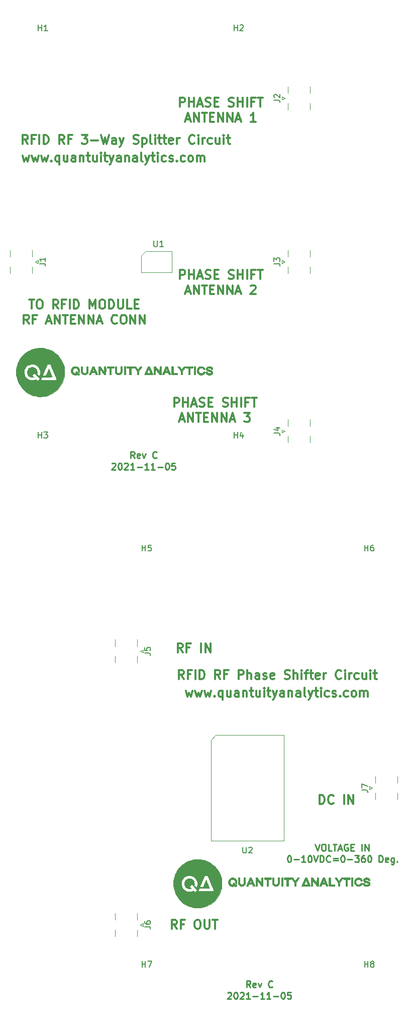
<source format=gbr>
%TF.GenerationSoftware,KiCad,Pcbnew,(5.1.6)-1*%
%TF.CreationDate,2021-12-16T16:10:30-05:00*%
%TF.ProjectId,RFID_PROJECT,52464944-5f50-4524-9f4a-4543542e6b69,c*%
%TF.SameCoordinates,Original*%
%TF.FileFunction,Legend,Top*%
%TF.FilePolarity,Positive*%
%FSLAX46Y46*%
G04 Gerber Fmt 4.6, Leading zero omitted, Abs format (unit mm)*
G04 Created by KiCad (PCBNEW (5.1.6)-1) date 2021-12-16 16:10:30*
%MOMM*%
%LPD*%
G01*
G04 APERTURE LIST*
%ADD10C,0.275000*%
%ADD11C,0.300000*%
%ADD12C,0.010000*%
%ADD13C,0.120000*%
%ADD14C,0.150000*%
G04 APERTURE END LIST*
D10*
X104480952Y-94035119D02*
X104114285Y-93511309D01*
X103852380Y-94035119D02*
X103852380Y-92935119D01*
X104271428Y-92935119D01*
X104376190Y-92987500D01*
X104428571Y-93039880D01*
X104480952Y-93144642D01*
X104480952Y-93301785D01*
X104428571Y-93406547D01*
X104376190Y-93458928D01*
X104271428Y-93511309D01*
X103852380Y-93511309D01*
X105371428Y-93982738D02*
X105266666Y-94035119D01*
X105057142Y-94035119D01*
X104952380Y-93982738D01*
X104900000Y-93877976D01*
X104900000Y-93458928D01*
X104952380Y-93354166D01*
X105057142Y-93301785D01*
X105266666Y-93301785D01*
X105371428Y-93354166D01*
X105423809Y-93458928D01*
X105423809Y-93563690D01*
X104900000Y-93668452D01*
X105790476Y-93301785D02*
X106052380Y-94035119D01*
X106314285Y-93301785D01*
X108200000Y-93930357D02*
X108147619Y-93982738D01*
X107990476Y-94035119D01*
X107885714Y-94035119D01*
X107728571Y-93982738D01*
X107623809Y-93877976D01*
X107571428Y-93773214D01*
X107519047Y-93563690D01*
X107519047Y-93406547D01*
X107571428Y-93197023D01*
X107623809Y-93092261D01*
X107728571Y-92987500D01*
X107885714Y-92935119D01*
X107990476Y-92935119D01*
X108147619Y-92987500D01*
X108200000Y-93039880D01*
X100657142Y-94964880D02*
X100709523Y-94912500D01*
X100814285Y-94860119D01*
X101076190Y-94860119D01*
X101180952Y-94912500D01*
X101233333Y-94964880D01*
X101285714Y-95069642D01*
X101285714Y-95174404D01*
X101233333Y-95331547D01*
X100604761Y-95960119D01*
X101285714Y-95960119D01*
X101966666Y-94860119D02*
X102071428Y-94860119D01*
X102176190Y-94912500D01*
X102228571Y-94964880D01*
X102280952Y-95069642D01*
X102333333Y-95279166D01*
X102333333Y-95541071D01*
X102280952Y-95750595D01*
X102228571Y-95855357D01*
X102176190Y-95907738D01*
X102071428Y-95960119D01*
X101966666Y-95960119D01*
X101861904Y-95907738D01*
X101809523Y-95855357D01*
X101757142Y-95750595D01*
X101704761Y-95541071D01*
X101704761Y-95279166D01*
X101757142Y-95069642D01*
X101809523Y-94964880D01*
X101861904Y-94912500D01*
X101966666Y-94860119D01*
X102752380Y-94964880D02*
X102804761Y-94912500D01*
X102909523Y-94860119D01*
X103171428Y-94860119D01*
X103276190Y-94912500D01*
X103328571Y-94964880D01*
X103380952Y-95069642D01*
X103380952Y-95174404D01*
X103328571Y-95331547D01*
X102700000Y-95960119D01*
X103380952Y-95960119D01*
X104428571Y-95960119D02*
X103800000Y-95960119D01*
X104114285Y-95960119D02*
X104114285Y-94860119D01*
X104009523Y-95017261D01*
X103904761Y-95122023D01*
X103800000Y-95174404D01*
X104900000Y-95541071D02*
X105738095Y-95541071D01*
X106838095Y-95960119D02*
X106209523Y-95960119D01*
X106523809Y-95960119D02*
X106523809Y-94860119D01*
X106419047Y-95017261D01*
X106314285Y-95122023D01*
X106209523Y-95174404D01*
X107885714Y-95960119D02*
X107257142Y-95960119D01*
X107571428Y-95960119D02*
X107571428Y-94860119D01*
X107466666Y-95017261D01*
X107361904Y-95122023D01*
X107257142Y-95174404D01*
X108357142Y-95541071D02*
X109195238Y-95541071D01*
X109928571Y-94860119D02*
X110033333Y-94860119D01*
X110138095Y-94912500D01*
X110190476Y-94964880D01*
X110242857Y-95069642D01*
X110295238Y-95279166D01*
X110295238Y-95541071D01*
X110242857Y-95750595D01*
X110190476Y-95855357D01*
X110138095Y-95907738D01*
X110033333Y-95960119D01*
X109928571Y-95960119D01*
X109823809Y-95907738D01*
X109771428Y-95855357D01*
X109719047Y-95750595D01*
X109666666Y-95541071D01*
X109666666Y-95279166D01*
X109719047Y-95069642D01*
X109771428Y-94964880D01*
X109823809Y-94912500D01*
X109928571Y-94860119D01*
X111290476Y-94860119D02*
X110766666Y-94860119D01*
X110714285Y-95383928D01*
X110766666Y-95331547D01*
X110871428Y-95279166D01*
X111133333Y-95279166D01*
X111238095Y-95331547D01*
X111290476Y-95383928D01*
X111342857Y-95488690D01*
X111342857Y-95750595D01*
X111290476Y-95855357D01*
X111238095Y-95907738D01*
X111133333Y-95960119D01*
X110871428Y-95960119D01*
X110766666Y-95907738D01*
X110714285Y-95855357D01*
X123980952Y-183035119D02*
X123614285Y-182511309D01*
X123352380Y-183035119D02*
X123352380Y-181935119D01*
X123771428Y-181935119D01*
X123876190Y-181987500D01*
X123928571Y-182039880D01*
X123980952Y-182144642D01*
X123980952Y-182301785D01*
X123928571Y-182406547D01*
X123876190Y-182458928D01*
X123771428Y-182511309D01*
X123352380Y-182511309D01*
X124871428Y-182982738D02*
X124766666Y-183035119D01*
X124557142Y-183035119D01*
X124452380Y-182982738D01*
X124400000Y-182877976D01*
X124400000Y-182458928D01*
X124452380Y-182354166D01*
X124557142Y-182301785D01*
X124766666Y-182301785D01*
X124871428Y-182354166D01*
X124923809Y-182458928D01*
X124923809Y-182563690D01*
X124400000Y-182668452D01*
X125290476Y-182301785D02*
X125552380Y-183035119D01*
X125814285Y-182301785D01*
X127700000Y-182930357D02*
X127647619Y-182982738D01*
X127490476Y-183035119D01*
X127385714Y-183035119D01*
X127228571Y-182982738D01*
X127123809Y-182877976D01*
X127071428Y-182773214D01*
X127019047Y-182563690D01*
X127019047Y-182406547D01*
X127071428Y-182197023D01*
X127123809Y-182092261D01*
X127228571Y-181987500D01*
X127385714Y-181935119D01*
X127490476Y-181935119D01*
X127647619Y-181987500D01*
X127700000Y-182039880D01*
X120157142Y-183964880D02*
X120209523Y-183912500D01*
X120314285Y-183860119D01*
X120576190Y-183860119D01*
X120680952Y-183912500D01*
X120733333Y-183964880D01*
X120785714Y-184069642D01*
X120785714Y-184174404D01*
X120733333Y-184331547D01*
X120104761Y-184960119D01*
X120785714Y-184960119D01*
X121466666Y-183860119D02*
X121571428Y-183860119D01*
X121676190Y-183912500D01*
X121728571Y-183964880D01*
X121780952Y-184069642D01*
X121833333Y-184279166D01*
X121833333Y-184541071D01*
X121780952Y-184750595D01*
X121728571Y-184855357D01*
X121676190Y-184907738D01*
X121571428Y-184960119D01*
X121466666Y-184960119D01*
X121361904Y-184907738D01*
X121309523Y-184855357D01*
X121257142Y-184750595D01*
X121204761Y-184541071D01*
X121204761Y-184279166D01*
X121257142Y-184069642D01*
X121309523Y-183964880D01*
X121361904Y-183912500D01*
X121466666Y-183860119D01*
X122252380Y-183964880D02*
X122304761Y-183912500D01*
X122409523Y-183860119D01*
X122671428Y-183860119D01*
X122776190Y-183912500D01*
X122828571Y-183964880D01*
X122880952Y-184069642D01*
X122880952Y-184174404D01*
X122828571Y-184331547D01*
X122200000Y-184960119D01*
X122880952Y-184960119D01*
X123928571Y-184960119D02*
X123300000Y-184960119D01*
X123614285Y-184960119D02*
X123614285Y-183860119D01*
X123509523Y-184017261D01*
X123404761Y-184122023D01*
X123300000Y-184174404D01*
X124400000Y-184541071D02*
X125238095Y-184541071D01*
X126338095Y-184960119D02*
X125709523Y-184960119D01*
X126023809Y-184960119D02*
X126023809Y-183860119D01*
X125919047Y-184017261D01*
X125814285Y-184122023D01*
X125709523Y-184174404D01*
X127385714Y-184960119D02*
X126757142Y-184960119D01*
X127071428Y-184960119D02*
X127071428Y-183860119D01*
X126966666Y-184017261D01*
X126861904Y-184122023D01*
X126757142Y-184174404D01*
X127857142Y-184541071D02*
X128695238Y-184541071D01*
X129428571Y-183860119D02*
X129533333Y-183860119D01*
X129638095Y-183912500D01*
X129690476Y-183964880D01*
X129742857Y-184069642D01*
X129795238Y-184279166D01*
X129795238Y-184541071D01*
X129742857Y-184750595D01*
X129690476Y-184855357D01*
X129638095Y-184907738D01*
X129533333Y-184960119D01*
X129428571Y-184960119D01*
X129323809Y-184907738D01*
X129271428Y-184855357D01*
X129219047Y-184750595D01*
X129166666Y-184541071D01*
X129166666Y-184279166D01*
X129219047Y-184069642D01*
X129271428Y-183964880D01*
X129323809Y-183912500D01*
X129428571Y-183860119D01*
X130790476Y-183860119D02*
X130266666Y-183860119D01*
X130214285Y-184383928D01*
X130266666Y-184331547D01*
X130371428Y-184279166D01*
X130633333Y-184279166D01*
X130738095Y-184331547D01*
X130790476Y-184383928D01*
X130842857Y-184488690D01*
X130842857Y-184750595D01*
X130790476Y-184855357D01*
X130738095Y-184907738D01*
X130633333Y-184960119D01*
X130371428Y-184960119D01*
X130266666Y-184907738D01*
X130214285Y-184855357D01*
X134916666Y-158935119D02*
X135283333Y-160035119D01*
X135650000Y-158935119D01*
X136226190Y-158935119D02*
X136435714Y-158935119D01*
X136540476Y-158987500D01*
X136645238Y-159092261D01*
X136697619Y-159301785D01*
X136697619Y-159668452D01*
X136645238Y-159877976D01*
X136540476Y-159982738D01*
X136435714Y-160035119D01*
X136226190Y-160035119D01*
X136121428Y-159982738D01*
X136016666Y-159877976D01*
X135964285Y-159668452D01*
X135964285Y-159301785D01*
X136016666Y-159092261D01*
X136121428Y-158987500D01*
X136226190Y-158935119D01*
X137692857Y-160035119D02*
X137169047Y-160035119D01*
X137169047Y-158935119D01*
X137902380Y-158935119D02*
X138530952Y-158935119D01*
X138216666Y-160035119D02*
X138216666Y-158935119D01*
X138845238Y-159720833D02*
X139369047Y-159720833D01*
X138740476Y-160035119D02*
X139107142Y-158935119D01*
X139473809Y-160035119D01*
X140416666Y-158987500D02*
X140311904Y-158935119D01*
X140154761Y-158935119D01*
X139997619Y-158987500D01*
X139892857Y-159092261D01*
X139840476Y-159197023D01*
X139788095Y-159406547D01*
X139788095Y-159563690D01*
X139840476Y-159773214D01*
X139892857Y-159877976D01*
X139997619Y-159982738D01*
X140154761Y-160035119D01*
X140259523Y-160035119D01*
X140416666Y-159982738D01*
X140469047Y-159930357D01*
X140469047Y-159563690D01*
X140259523Y-159563690D01*
X140940476Y-159458928D02*
X141307142Y-159458928D01*
X141464285Y-160035119D02*
X140940476Y-160035119D01*
X140940476Y-158935119D01*
X141464285Y-158935119D01*
X142773809Y-160035119D02*
X142773809Y-158935119D01*
X143297619Y-160035119D02*
X143297619Y-158935119D01*
X143926190Y-160035119D01*
X143926190Y-158935119D01*
X130490476Y-160860119D02*
X130595238Y-160860119D01*
X130700000Y-160912500D01*
X130752380Y-160964880D01*
X130804761Y-161069642D01*
X130857142Y-161279166D01*
X130857142Y-161541071D01*
X130804761Y-161750595D01*
X130752380Y-161855357D01*
X130700000Y-161907738D01*
X130595238Y-161960119D01*
X130490476Y-161960119D01*
X130385714Y-161907738D01*
X130333333Y-161855357D01*
X130280952Y-161750595D01*
X130228571Y-161541071D01*
X130228571Y-161279166D01*
X130280952Y-161069642D01*
X130333333Y-160964880D01*
X130385714Y-160912500D01*
X130490476Y-160860119D01*
X131328571Y-161541071D02*
X132166666Y-161541071D01*
X133266666Y-161960119D02*
X132638095Y-161960119D01*
X132952380Y-161960119D02*
X132952380Y-160860119D01*
X132847619Y-161017261D01*
X132742857Y-161122023D01*
X132638095Y-161174404D01*
X133947619Y-160860119D02*
X134052380Y-160860119D01*
X134157142Y-160912500D01*
X134209523Y-160964880D01*
X134261904Y-161069642D01*
X134314285Y-161279166D01*
X134314285Y-161541071D01*
X134261904Y-161750595D01*
X134209523Y-161855357D01*
X134157142Y-161907738D01*
X134052380Y-161960119D01*
X133947619Y-161960119D01*
X133842857Y-161907738D01*
X133790476Y-161855357D01*
X133738095Y-161750595D01*
X133685714Y-161541071D01*
X133685714Y-161279166D01*
X133738095Y-161069642D01*
X133790476Y-160964880D01*
X133842857Y-160912500D01*
X133947619Y-160860119D01*
X134628571Y-160860119D02*
X134995238Y-161960119D01*
X135361904Y-160860119D01*
X135728571Y-161960119D02*
X135728571Y-160860119D01*
X135990476Y-160860119D01*
X136147619Y-160912500D01*
X136252380Y-161017261D01*
X136304761Y-161122023D01*
X136357142Y-161331547D01*
X136357142Y-161488690D01*
X136304761Y-161698214D01*
X136252380Y-161802976D01*
X136147619Y-161907738D01*
X135990476Y-161960119D01*
X135728571Y-161960119D01*
X137457142Y-161855357D02*
X137404761Y-161907738D01*
X137247619Y-161960119D01*
X137142857Y-161960119D01*
X136985714Y-161907738D01*
X136880952Y-161802976D01*
X136828571Y-161698214D01*
X136776190Y-161488690D01*
X136776190Y-161331547D01*
X136828571Y-161122023D01*
X136880952Y-161017261D01*
X136985714Y-160912500D01*
X137142857Y-160860119D01*
X137247619Y-160860119D01*
X137404761Y-160912500D01*
X137457142Y-160964880D01*
X137928571Y-161383928D02*
X138766666Y-161383928D01*
X138766666Y-161698214D02*
X137928571Y-161698214D01*
X139500000Y-160860119D02*
X139604761Y-160860119D01*
X139709523Y-160912500D01*
X139761904Y-160964880D01*
X139814285Y-161069642D01*
X139866666Y-161279166D01*
X139866666Y-161541071D01*
X139814285Y-161750595D01*
X139761904Y-161855357D01*
X139709523Y-161907738D01*
X139604761Y-161960119D01*
X139500000Y-161960119D01*
X139395238Y-161907738D01*
X139342857Y-161855357D01*
X139290476Y-161750595D01*
X139238095Y-161541071D01*
X139238095Y-161279166D01*
X139290476Y-161069642D01*
X139342857Y-160964880D01*
X139395238Y-160912500D01*
X139500000Y-160860119D01*
X140338095Y-161541071D02*
X141176190Y-161541071D01*
X141595238Y-160860119D02*
X142276190Y-160860119D01*
X141909523Y-161279166D01*
X142066666Y-161279166D01*
X142171428Y-161331547D01*
X142223809Y-161383928D01*
X142276190Y-161488690D01*
X142276190Y-161750595D01*
X142223809Y-161855357D01*
X142171428Y-161907738D01*
X142066666Y-161960119D01*
X141752380Y-161960119D01*
X141647619Y-161907738D01*
X141595238Y-161855357D01*
X143219047Y-160860119D02*
X143009523Y-160860119D01*
X142904761Y-160912500D01*
X142852380Y-160964880D01*
X142747619Y-161122023D01*
X142695238Y-161331547D01*
X142695238Y-161750595D01*
X142747619Y-161855357D01*
X142800000Y-161907738D01*
X142904761Y-161960119D01*
X143114285Y-161960119D01*
X143219047Y-161907738D01*
X143271428Y-161855357D01*
X143323809Y-161750595D01*
X143323809Y-161488690D01*
X143271428Y-161383928D01*
X143219047Y-161331547D01*
X143114285Y-161279166D01*
X142904761Y-161279166D01*
X142800000Y-161331547D01*
X142747619Y-161383928D01*
X142695238Y-161488690D01*
X144004761Y-160860119D02*
X144109523Y-160860119D01*
X144214285Y-160912500D01*
X144266666Y-160964880D01*
X144319047Y-161069642D01*
X144371428Y-161279166D01*
X144371428Y-161541071D01*
X144319047Y-161750595D01*
X144266666Y-161855357D01*
X144214285Y-161907738D01*
X144109523Y-161960119D01*
X144004761Y-161960119D01*
X143900000Y-161907738D01*
X143847619Y-161855357D01*
X143795238Y-161750595D01*
X143742857Y-161541071D01*
X143742857Y-161279166D01*
X143795238Y-161069642D01*
X143847619Y-160964880D01*
X143900000Y-160912500D01*
X144004761Y-160860119D01*
X145680952Y-161960119D02*
X145680952Y-160860119D01*
X145942857Y-160860119D01*
X146100000Y-160912500D01*
X146204761Y-161017261D01*
X146257142Y-161122023D01*
X146309523Y-161331547D01*
X146309523Y-161488690D01*
X146257142Y-161698214D01*
X146204761Y-161802976D01*
X146100000Y-161907738D01*
X145942857Y-161960119D01*
X145680952Y-161960119D01*
X147200000Y-161907738D02*
X147095238Y-161960119D01*
X146885714Y-161960119D01*
X146780952Y-161907738D01*
X146728571Y-161802976D01*
X146728571Y-161383928D01*
X146780952Y-161279166D01*
X146885714Y-161226785D01*
X147095238Y-161226785D01*
X147200000Y-161279166D01*
X147252380Y-161383928D01*
X147252380Y-161488690D01*
X146728571Y-161593452D01*
X148195238Y-161226785D02*
X148195238Y-162117261D01*
X148142857Y-162222023D01*
X148090476Y-162274404D01*
X147985714Y-162326785D01*
X147828571Y-162326785D01*
X147723809Y-162274404D01*
X148195238Y-161907738D02*
X148090476Y-161960119D01*
X147880952Y-161960119D01*
X147776190Y-161907738D01*
X147723809Y-161855357D01*
X147671428Y-161750595D01*
X147671428Y-161436309D01*
X147723809Y-161331547D01*
X147776190Y-161279166D01*
X147880952Y-161226785D01*
X148090476Y-161226785D01*
X148195238Y-161279166D01*
X148719047Y-161855357D02*
X148771428Y-161907738D01*
X148719047Y-161960119D01*
X148666666Y-161907738D01*
X148719047Y-161855357D01*
X148719047Y-161960119D01*
D11*
X85607142Y-43178571D02*
X85892857Y-44178571D01*
X86178571Y-43464285D01*
X86464285Y-44178571D01*
X86749999Y-43178571D01*
X87178571Y-43178571D02*
X87464285Y-44178571D01*
X87749999Y-43464285D01*
X88035714Y-44178571D01*
X88321428Y-43178571D01*
X88749999Y-43178571D02*
X89035714Y-44178571D01*
X89321428Y-43464285D01*
X89607142Y-44178571D01*
X89892857Y-43178571D01*
X90464285Y-44035714D02*
X90535714Y-44107142D01*
X90464285Y-44178571D01*
X90392857Y-44107142D01*
X90464285Y-44035714D01*
X90464285Y-44178571D01*
X91821428Y-43178571D02*
X91821428Y-44678571D01*
X91821428Y-44107142D02*
X91678571Y-44178571D01*
X91392857Y-44178571D01*
X91249999Y-44107142D01*
X91178571Y-44035714D01*
X91107142Y-43892857D01*
X91107142Y-43464285D01*
X91178571Y-43321428D01*
X91249999Y-43250000D01*
X91392857Y-43178571D01*
X91678571Y-43178571D01*
X91821428Y-43250000D01*
X93178571Y-43178571D02*
X93178571Y-44178571D01*
X92535714Y-43178571D02*
X92535714Y-43964285D01*
X92607142Y-44107142D01*
X92749999Y-44178571D01*
X92964285Y-44178571D01*
X93107142Y-44107142D01*
X93178571Y-44035714D01*
X94535714Y-44178571D02*
X94535714Y-43392857D01*
X94464285Y-43250000D01*
X94321428Y-43178571D01*
X94035714Y-43178571D01*
X93892857Y-43250000D01*
X94535714Y-44107142D02*
X94392857Y-44178571D01*
X94035714Y-44178571D01*
X93892857Y-44107142D01*
X93821428Y-43964285D01*
X93821428Y-43821428D01*
X93892857Y-43678571D01*
X94035714Y-43607142D01*
X94392857Y-43607142D01*
X94535714Y-43535714D01*
X95249999Y-43178571D02*
X95249999Y-44178571D01*
X95249999Y-43321428D02*
X95321428Y-43250000D01*
X95464285Y-43178571D01*
X95678571Y-43178571D01*
X95821428Y-43250000D01*
X95892857Y-43392857D01*
X95892857Y-44178571D01*
X96392857Y-43178571D02*
X96964285Y-43178571D01*
X96607142Y-42678571D02*
X96607142Y-43964285D01*
X96678571Y-44107142D01*
X96821428Y-44178571D01*
X96964285Y-44178571D01*
X98107142Y-43178571D02*
X98107142Y-44178571D01*
X97464285Y-43178571D02*
X97464285Y-43964285D01*
X97535714Y-44107142D01*
X97678571Y-44178571D01*
X97892857Y-44178571D01*
X98035714Y-44107142D01*
X98107142Y-44035714D01*
X98821428Y-44178571D02*
X98821428Y-43178571D01*
X98821428Y-42678571D02*
X98749999Y-42750000D01*
X98821428Y-42821428D01*
X98892857Y-42750000D01*
X98821428Y-42678571D01*
X98821428Y-42821428D01*
X99321428Y-43178571D02*
X99892857Y-43178571D01*
X99535714Y-42678571D02*
X99535714Y-43964285D01*
X99607142Y-44107142D01*
X99749999Y-44178571D01*
X99892857Y-44178571D01*
X100249999Y-43178571D02*
X100607142Y-44178571D01*
X100964285Y-43178571D02*
X100607142Y-44178571D01*
X100464285Y-44535714D01*
X100392857Y-44607142D01*
X100249999Y-44678571D01*
X102178571Y-44178571D02*
X102178571Y-43392857D01*
X102107142Y-43250000D01*
X101964285Y-43178571D01*
X101678571Y-43178571D01*
X101535714Y-43250000D01*
X102178571Y-44107142D02*
X102035714Y-44178571D01*
X101678571Y-44178571D01*
X101535714Y-44107142D01*
X101464285Y-43964285D01*
X101464285Y-43821428D01*
X101535714Y-43678571D01*
X101678571Y-43607142D01*
X102035714Y-43607142D01*
X102178571Y-43535714D01*
X102892857Y-43178571D02*
X102892857Y-44178571D01*
X102892857Y-43321428D02*
X102964285Y-43250000D01*
X103107142Y-43178571D01*
X103321428Y-43178571D01*
X103464285Y-43250000D01*
X103535714Y-43392857D01*
X103535714Y-44178571D01*
X104892857Y-44178571D02*
X104892857Y-43392857D01*
X104821428Y-43250000D01*
X104678571Y-43178571D01*
X104392857Y-43178571D01*
X104250000Y-43250000D01*
X104892857Y-44107142D02*
X104750000Y-44178571D01*
X104392857Y-44178571D01*
X104250000Y-44107142D01*
X104178571Y-43964285D01*
X104178571Y-43821428D01*
X104250000Y-43678571D01*
X104392857Y-43607142D01*
X104750000Y-43607142D01*
X104892857Y-43535714D01*
X105821428Y-44178571D02*
X105678571Y-44107142D01*
X105607142Y-43964285D01*
X105607142Y-42678571D01*
X106250000Y-43178571D02*
X106607142Y-44178571D01*
X106964285Y-43178571D02*
X106607142Y-44178571D01*
X106464285Y-44535714D01*
X106392857Y-44607142D01*
X106250000Y-44678571D01*
X107321428Y-43178571D02*
X107892857Y-43178571D01*
X107535714Y-42678571D02*
X107535714Y-43964285D01*
X107607142Y-44107142D01*
X107750000Y-44178571D01*
X107892857Y-44178571D01*
X108392857Y-44178571D02*
X108392857Y-43178571D01*
X108392857Y-42678571D02*
X108321428Y-42750000D01*
X108392857Y-42821428D01*
X108464285Y-42750000D01*
X108392857Y-42678571D01*
X108392857Y-42821428D01*
X109750000Y-44107142D02*
X109607142Y-44178571D01*
X109321428Y-44178571D01*
X109178571Y-44107142D01*
X109107142Y-44035714D01*
X109035714Y-43892857D01*
X109035714Y-43464285D01*
X109107142Y-43321428D01*
X109178571Y-43250000D01*
X109321428Y-43178571D01*
X109607142Y-43178571D01*
X109750000Y-43250000D01*
X110321428Y-44107142D02*
X110464285Y-44178571D01*
X110750000Y-44178571D01*
X110892857Y-44107142D01*
X110964285Y-43964285D01*
X110964285Y-43892857D01*
X110892857Y-43750000D01*
X110750000Y-43678571D01*
X110535714Y-43678571D01*
X110392857Y-43607142D01*
X110321428Y-43464285D01*
X110321428Y-43392857D01*
X110392857Y-43250000D01*
X110535714Y-43178571D01*
X110750000Y-43178571D01*
X110892857Y-43250000D01*
X111607142Y-44035714D02*
X111678571Y-44107142D01*
X111607142Y-44178571D01*
X111535714Y-44107142D01*
X111607142Y-44035714D01*
X111607142Y-44178571D01*
X112964285Y-44107142D02*
X112821428Y-44178571D01*
X112535714Y-44178571D01*
X112392857Y-44107142D01*
X112321428Y-44035714D01*
X112250000Y-43892857D01*
X112250000Y-43464285D01*
X112321428Y-43321428D01*
X112392857Y-43250000D01*
X112535714Y-43178571D01*
X112821428Y-43178571D01*
X112964285Y-43250000D01*
X113821428Y-44178571D02*
X113678571Y-44107142D01*
X113607142Y-44035714D01*
X113535714Y-43892857D01*
X113535714Y-43464285D01*
X113607142Y-43321428D01*
X113678571Y-43250000D01*
X113821428Y-43178571D01*
X114035714Y-43178571D01*
X114178571Y-43250000D01*
X114250000Y-43321428D01*
X114321428Y-43464285D01*
X114321428Y-43892857D01*
X114250000Y-44035714D01*
X114178571Y-44107142D01*
X114035714Y-44178571D01*
X113821428Y-44178571D01*
X114964285Y-44178571D02*
X114964285Y-43178571D01*
X114964285Y-43321428D02*
X115035714Y-43250000D01*
X115178571Y-43178571D01*
X115392857Y-43178571D01*
X115535714Y-43250000D01*
X115607142Y-43392857D01*
X115607142Y-44178571D01*
X115607142Y-43392857D02*
X115678571Y-43250000D01*
X115821428Y-43178571D01*
X116035714Y-43178571D01*
X116178571Y-43250000D01*
X116250000Y-43392857D01*
X116250000Y-44178571D01*
X113107142Y-133178571D02*
X113392857Y-134178571D01*
X113678571Y-133464285D01*
X113964285Y-134178571D01*
X114249999Y-133178571D01*
X114678571Y-133178571D02*
X114964285Y-134178571D01*
X115249999Y-133464285D01*
X115535714Y-134178571D01*
X115821428Y-133178571D01*
X116249999Y-133178571D02*
X116535714Y-134178571D01*
X116821428Y-133464285D01*
X117107142Y-134178571D01*
X117392857Y-133178571D01*
X117964285Y-134035714D02*
X118035714Y-134107142D01*
X117964285Y-134178571D01*
X117892857Y-134107142D01*
X117964285Y-134035714D01*
X117964285Y-134178571D01*
X119321428Y-133178571D02*
X119321428Y-134678571D01*
X119321428Y-134107142D02*
X119178571Y-134178571D01*
X118892857Y-134178571D01*
X118749999Y-134107142D01*
X118678571Y-134035714D01*
X118607142Y-133892857D01*
X118607142Y-133464285D01*
X118678571Y-133321428D01*
X118749999Y-133250000D01*
X118892857Y-133178571D01*
X119178571Y-133178571D01*
X119321428Y-133250000D01*
X120678571Y-133178571D02*
X120678571Y-134178571D01*
X120035714Y-133178571D02*
X120035714Y-133964285D01*
X120107142Y-134107142D01*
X120249999Y-134178571D01*
X120464285Y-134178571D01*
X120607142Y-134107142D01*
X120678571Y-134035714D01*
X122035714Y-134178571D02*
X122035714Y-133392857D01*
X121964285Y-133250000D01*
X121821428Y-133178571D01*
X121535714Y-133178571D01*
X121392857Y-133250000D01*
X122035714Y-134107142D02*
X121892857Y-134178571D01*
X121535714Y-134178571D01*
X121392857Y-134107142D01*
X121321428Y-133964285D01*
X121321428Y-133821428D01*
X121392857Y-133678571D01*
X121535714Y-133607142D01*
X121892857Y-133607142D01*
X122035714Y-133535714D01*
X122749999Y-133178571D02*
X122749999Y-134178571D01*
X122749999Y-133321428D02*
X122821428Y-133250000D01*
X122964285Y-133178571D01*
X123178571Y-133178571D01*
X123321428Y-133250000D01*
X123392857Y-133392857D01*
X123392857Y-134178571D01*
X123892857Y-133178571D02*
X124464285Y-133178571D01*
X124107142Y-132678571D02*
X124107142Y-133964285D01*
X124178571Y-134107142D01*
X124321428Y-134178571D01*
X124464285Y-134178571D01*
X125607142Y-133178571D02*
X125607142Y-134178571D01*
X124964285Y-133178571D02*
X124964285Y-133964285D01*
X125035714Y-134107142D01*
X125178571Y-134178571D01*
X125392857Y-134178571D01*
X125535714Y-134107142D01*
X125607142Y-134035714D01*
X126321428Y-134178571D02*
X126321428Y-133178571D01*
X126321428Y-132678571D02*
X126249999Y-132750000D01*
X126321428Y-132821428D01*
X126392857Y-132750000D01*
X126321428Y-132678571D01*
X126321428Y-132821428D01*
X126821428Y-133178571D02*
X127392857Y-133178571D01*
X127035714Y-132678571D02*
X127035714Y-133964285D01*
X127107142Y-134107142D01*
X127249999Y-134178571D01*
X127392857Y-134178571D01*
X127749999Y-133178571D02*
X128107142Y-134178571D01*
X128464285Y-133178571D02*
X128107142Y-134178571D01*
X127964285Y-134535714D01*
X127892857Y-134607142D01*
X127749999Y-134678571D01*
X129678571Y-134178571D02*
X129678571Y-133392857D01*
X129607142Y-133250000D01*
X129464285Y-133178571D01*
X129178571Y-133178571D01*
X129035714Y-133250000D01*
X129678571Y-134107142D02*
X129535714Y-134178571D01*
X129178571Y-134178571D01*
X129035714Y-134107142D01*
X128964285Y-133964285D01*
X128964285Y-133821428D01*
X129035714Y-133678571D01*
X129178571Y-133607142D01*
X129535714Y-133607142D01*
X129678571Y-133535714D01*
X130392857Y-133178571D02*
X130392857Y-134178571D01*
X130392857Y-133321428D02*
X130464285Y-133250000D01*
X130607142Y-133178571D01*
X130821428Y-133178571D01*
X130964285Y-133250000D01*
X131035714Y-133392857D01*
X131035714Y-134178571D01*
X132392857Y-134178571D02*
X132392857Y-133392857D01*
X132321428Y-133250000D01*
X132178571Y-133178571D01*
X131892857Y-133178571D01*
X131750000Y-133250000D01*
X132392857Y-134107142D02*
X132250000Y-134178571D01*
X131892857Y-134178571D01*
X131750000Y-134107142D01*
X131678571Y-133964285D01*
X131678571Y-133821428D01*
X131750000Y-133678571D01*
X131892857Y-133607142D01*
X132250000Y-133607142D01*
X132392857Y-133535714D01*
X133321428Y-134178571D02*
X133178571Y-134107142D01*
X133107142Y-133964285D01*
X133107142Y-132678571D01*
X133750000Y-133178571D02*
X134107142Y-134178571D01*
X134464285Y-133178571D02*
X134107142Y-134178571D01*
X133964285Y-134535714D01*
X133892857Y-134607142D01*
X133750000Y-134678571D01*
X134821428Y-133178571D02*
X135392857Y-133178571D01*
X135035714Y-132678571D02*
X135035714Y-133964285D01*
X135107142Y-134107142D01*
X135250000Y-134178571D01*
X135392857Y-134178571D01*
X135892857Y-134178571D02*
X135892857Y-133178571D01*
X135892857Y-132678571D02*
X135821428Y-132750000D01*
X135892857Y-132821428D01*
X135964285Y-132750000D01*
X135892857Y-132678571D01*
X135892857Y-132821428D01*
X137250000Y-134107142D02*
X137107142Y-134178571D01*
X136821428Y-134178571D01*
X136678571Y-134107142D01*
X136607142Y-134035714D01*
X136535714Y-133892857D01*
X136535714Y-133464285D01*
X136607142Y-133321428D01*
X136678571Y-133250000D01*
X136821428Y-133178571D01*
X137107142Y-133178571D01*
X137250000Y-133250000D01*
X137821428Y-134107142D02*
X137964285Y-134178571D01*
X138250000Y-134178571D01*
X138392857Y-134107142D01*
X138464285Y-133964285D01*
X138464285Y-133892857D01*
X138392857Y-133750000D01*
X138250000Y-133678571D01*
X138035714Y-133678571D01*
X137892857Y-133607142D01*
X137821428Y-133464285D01*
X137821428Y-133392857D01*
X137892857Y-133250000D01*
X138035714Y-133178571D01*
X138250000Y-133178571D01*
X138392857Y-133250000D01*
X139107142Y-134035714D02*
X139178571Y-134107142D01*
X139107142Y-134178571D01*
X139035714Y-134107142D01*
X139107142Y-134035714D01*
X139107142Y-134178571D01*
X140464285Y-134107142D02*
X140321428Y-134178571D01*
X140035714Y-134178571D01*
X139892857Y-134107142D01*
X139821428Y-134035714D01*
X139750000Y-133892857D01*
X139750000Y-133464285D01*
X139821428Y-133321428D01*
X139892857Y-133250000D01*
X140035714Y-133178571D01*
X140321428Y-133178571D01*
X140464285Y-133250000D01*
X141321428Y-134178571D02*
X141178571Y-134107142D01*
X141107142Y-134035714D01*
X141035714Y-133892857D01*
X141035714Y-133464285D01*
X141107142Y-133321428D01*
X141178571Y-133250000D01*
X141321428Y-133178571D01*
X141535714Y-133178571D01*
X141678571Y-133250000D01*
X141750000Y-133321428D01*
X141821428Y-133464285D01*
X141821428Y-133892857D01*
X141750000Y-134035714D01*
X141678571Y-134107142D01*
X141535714Y-134178571D01*
X141321428Y-134178571D01*
X142464285Y-134178571D02*
X142464285Y-133178571D01*
X142464285Y-133321428D02*
X142535714Y-133250000D01*
X142678571Y-133178571D01*
X142892857Y-133178571D01*
X143035714Y-133250000D01*
X143107142Y-133392857D01*
X143107142Y-134178571D01*
X143107142Y-133392857D02*
X143178571Y-133250000D01*
X143321428Y-133178571D01*
X143535714Y-133178571D01*
X143678571Y-133250000D01*
X143750000Y-133392857D01*
X143750000Y-134178571D01*
X111142857Y-85403571D02*
X111142857Y-83903571D01*
X111714285Y-83903571D01*
X111857142Y-83975000D01*
X111928571Y-84046428D01*
X112000000Y-84189285D01*
X112000000Y-84403571D01*
X111928571Y-84546428D01*
X111857142Y-84617857D01*
X111714285Y-84689285D01*
X111142857Y-84689285D01*
X112642857Y-85403571D02*
X112642857Y-83903571D01*
X112642857Y-84617857D02*
X113500000Y-84617857D01*
X113500000Y-85403571D02*
X113500000Y-83903571D01*
X114142857Y-84975000D02*
X114857142Y-84975000D01*
X114000000Y-85403571D02*
X114500000Y-83903571D01*
X115000000Y-85403571D01*
X115428571Y-85332142D02*
X115642857Y-85403571D01*
X116000000Y-85403571D01*
X116142857Y-85332142D01*
X116214285Y-85260714D01*
X116285714Y-85117857D01*
X116285714Y-84975000D01*
X116214285Y-84832142D01*
X116142857Y-84760714D01*
X116000000Y-84689285D01*
X115714285Y-84617857D01*
X115571428Y-84546428D01*
X115500000Y-84475000D01*
X115428571Y-84332142D01*
X115428571Y-84189285D01*
X115500000Y-84046428D01*
X115571428Y-83975000D01*
X115714285Y-83903571D01*
X116071428Y-83903571D01*
X116285714Y-83975000D01*
X116928571Y-84617857D02*
X117428571Y-84617857D01*
X117642857Y-85403571D02*
X116928571Y-85403571D01*
X116928571Y-83903571D01*
X117642857Y-83903571D01*
X119357142Y-85332142D02*
X119571428Y-85403571D01*
X119928571Y-85403571D01*
X120071428Y-85332142D01*
X120142857Y-85260714D01*
X120214285Y-85117857D01*
X120214285Y-84975000D01*
X120142857Y-84832142D01*
X120071428Y-84760714D01*
X119928571Y-84689285D01*
X119642857Y-84617857D01*
X119500000Y-84546428D01*
X119428571Y-84475000D01*
X119357142Y-84332142D01*
X119357142Y-84189285D01*
X119428571Y-84046428D01*
X119500000Y-83975000D01*
X119642857Y-83903571D01*
X120000000Y-83903571D01*
X120214285Y-83975000D01*
X120857142Y-85403571D02*
X120857142Y-83903571D01*
X120857142Y-84617857D02*
X121714285Y-84617857D01*
X121714285Y-85403571D02*
X121714285Y-83903571D01*
X122428571Y-85403571D02*
X122428571Y-83903571D01*
X123642857Y-84617857D02*
X123142857Y-84617857D01*
X123142857Y-85403571D02*
X123142857Y-83903571D01*
X123857142Y-83903571D01*
X124214285Y-83903571D02*
X125071428Y-83903571D01*
X124642857Y-85403571D02*
X124642857Y-83903571D01*
X112107142Y-87525000D02*
X112821428Y-87525000D01*
X111964285Y-87953571D02*
X112464285Y-86453571D01*
X112964285Y-87953571D01*
X113464285Y-87953571D02*
X113464285Y-86453571D01*
X114321428Y-87953571D01*
X114321428Y-86453571D01*
X114821428Y-86453571D02*
X115678571Y-86453571D01*
X115250000Y-87953571D02*
X115250000Y-86453571D01*
X116178571Y-87167857D02*
X116678571Y-87167857D01*
X116892857Y-87953571D02*
X116178571Y-87953571D01*
X116178571Y-86453571D01*
X116892857Y-86453571D01*
X117535714Y-87953571D02*
X117535714Y-86453571D01*
X118392857Y-87953571D01*
X118392857Y-86453571D01*
X119107142Y-87953571D02*
X119107142Y-86453571D01*
X119964285Y-87953571D01*
X119964285Y-86453571D01*
X120607142Y-87525000D02*
X121321428Y-87525000D01*
X120464285Y-87953571D02*
X120964285Y-86453571D01*
X121464285Y-87953571D01*
X122964285Y-86453571D02*
X123892857Y-86453571D01*
X123392857Y-87025000D01*
X123607142Y-87025000D01*
X123750000Y-87096428D01*
X123821428Y-87167857D01*
X123892857Y-87310714D01*
X123892857Y-87667857D01*
X123821428Y-87810714D01*
X123750000Y-87882142D01*
X123607142Y-87953571D01*
X123178571Y-87953571D01*
X123035714Y-87882142D01*
X122964285Y-87810714D01*
X112142857Y-63903571D02*
X112142857Y-62403571D01*
X112714285Y-62403571D01*
X112857142Y-62475000D01*
X112928571Y-62546428D01*
X113000000Y-62689285D01*
X113000000Y-62903571D01*
X112928571Y-63046428D01*
X112857142Y-63117857D01*
X112714285Y-63189285D01*
X112142857Y-63189285D01*
X113642857Y-63903571D02*
X113642857Y-62403571D01*
X113642857Y-63117857D02*
X114500000Y-63117857D01*
X114500000Y-63903571D02*
X114500000Y-62403571D01*
X115142857Y-63475000D02*
X115857142Y-63475000D01*
X115000000Y-63903571D02*
X115500000Y-62403571D01*
X116000000Y-63903571D01*
X116428571Y-63832142D02*
X116642857Y-63903571D01*
X117000000Y-63903571D01*
X117142857Y-63832142D01*
X117214285Y-63760714D01*
X117285714Y-63617857D01*
X117285714Y-63475000D01*
X117214285Y-63332142D01*
X117142857Y-63260714D01*
X117000000Y-63189285D01*
X116714285Y-63117857D01*
X116571428Y-63046428D01*
X116500000Y-62975000D01*
X116428571Y-62832142D01*
X116428571Y-62689285D01*
X116500000Y-62546428D01*
X116571428Y-62475000D01*
X116714285Y-62403571D01*
X117071428Y-62403571D01*
X117285714Y-62475000D01*
X117928571Y-63117857D02*
X118428571Y-63117857D01*
X118642857Y-63903571D02*
X117928571Y-63903571D01*
X117928571Y-62403571D01*
X118642857Y-62403571D01*
X120357142Y-63832142D02*
X120571428Y-63903571D01*
X120928571Y-63903571D01*
X121071428Y-63832142D01*
X121142857Y-63760714D01*
X121214285Y-63617857D01*
X121214285Y-63475000D01*
X121142857Y-63332142D01*
X121071428Y-63260714D01*
X120928571Y-63189285D01*
X120642857Y-63117857D01*
X120500000Y-63046428D01*
X120428571Y-62975000D01*
X120357142Y-62832142D01*
X120357142Y-62689285D01*
X120428571Y-62546428D01*
X120500000Y-62475000D01*
X120642857Y-62403571D01*
X121000000Y-62403571D01*
X121214285Y-62475000D01*
X121857142Y-63903571D02*
X121857142Y-62403571D01*
X121857142Y-63117857D02*
X122714285Y-63117857D01*
X122714285Y-63903571D02*
X122714285Y-62403571D01*
X123428571Y-63903571D02*
X123428571Y-62403571D01*
X124642857Y-63117857D02*
X124142857Y-63117857D01*
X124142857Y-63903571D02*
X124142857Y-62403571D01*
X124857142Y-62403571D01*
X125214285Y-62403571D02*
X126071428Y-62403571D01*
X125642857Y-63903571D02*
X125642857Y-62403571D01*
X113107142Y-66025000D02*
X113821428Y-66025000D01*
X112964285Y-66453571D02*
X113464285Y-64953571D01*
X113964285Y-66453571D01*
X114464285Y-66453571D02*
X114464285Y-64953571D01*
X115321428Y-66453571D01*
X115321428Y-64953571D01*
X115821428Y-64953571D02*
X116678571Y-64953571D01*
X116250000Y-66453571D02*
X116250000Y-64953571D01*
X117178571Y-65667857D02*
X117678571Y-65667857D01*
X117892857Y-66453571D02*
X117178571Y-66453571D01*
X117178571Y-64953571D01*
X117892857Y-64953571D01*
X118535714Y-66453571D02*
X118535714Y-64953571D01*
X119392857Y-66453571D01*
X119392857Y-64953571D01*
X120107142Y-66453571D02*
X120107142Y-64953571D01*
X120964285Y-66453571D01*
X120964285Y-64953571D01*
X121607142Y-66025000D02*
X122321428Y-66025000D01*
X121464285Y-66453571D02*
X121964285Y-64953571D01*
X122464285Y-66453571D01*
X124035714Y-65096428D02*
X124107142Y-65025000D01*
X124250000Y-64953571D01*
X124607142Y-64953571D01*
X124750000Y-65025000D01*
X124821428Y-65096428D01*
X124892857Y-65239285D01*
X124892857Y-65382142D01*
X124821428Y-65596428D01*
X123964285Y-66453571D01*
X124892857Y-66453571D01*
X112142857Y-34903571D02*
X112142857Y-33403571D01*
X112714285Y-33403571D01*
X112857142Y-33475000D01*
X112928571Y-33546428D01*
X113000000Y-33689285D01*
X113000000Y-33903571D01*
X112928571Y-34046428D01*
X112857142Y-34117857D01*
X112714285Y-34189285D01*
X112142857Y-34189285D01*
X113642857Y-34903571D02*
X113642857Y-33403571D01*
X113642857Y-34117857D02*
X114500000Y-34117857D01*
X114500000Y-34903571D02*
X114500000Y-33403571D01*
X115142857Y-34475000D02*
X115857142Y-34475000D01*
X115000000Y-34903571D02*
X115500000Y-33403571D01*
X116000000Y-34903571D01*
X116428571Y-34832142D02*
X116642857Y-34903571D01*
X117000000Y-34903571D01*
X117142857Y-34832142D01*
X117214285Y-34760714D01*
X117285714Y-34617857D01*
X117285714Y-34475000D01*
X117214285Y-34332142D01*
X117142857Y-34260714D01*
X117000000Y-34189285D01*
X116714285Y-34117857D01*
X116571428Y-34046428D01*
X116500000Y-33975000D01*
X116428571Y-33832142D01*
X116428571Y-33689285D01*
X116500000Y-33546428D01*
X116571428Y-33475000D01*
X116714285Y-33403571D01*
X117071428Y-33403571D01*
X117285714Y-33475000D01*
X117928571Y-34117857D02*
X118428571Y-34117857D01*
X118642857Y-34903571D02*
X117928571Y-34903571D01*
X117928571Y-33403571D01*
X118642857Y-33403571D01*
X120357142Y-34832142D02*
X120571428Y-34903571D01*
X120928571Y-34903571D01*
X121071428Y-34832142D01*
X121142857Y-34760714D01*
X121214285Y-34617857D01*
X121214285Y-34475000D01*
X121142857Y-34332142D01*
X121071428Y-34260714D01*
X120928571Y-34189285D01*
X120642857Y-34117857D01*
X120500000Y-34046428D01*
X120428571Y-33975000D01*
X120357142Y-33832142D01*
X120357142Y-33689285D01*
X120428571Y-33546428D01*
X120500000Y-33475000D01*
X120642857Y-33403571D01*
X121000000Y-33403571D01*
X121214285Y-33475000D01*
X121857142Y-34903571D02*
X121857142Y-33403571D01*
X121857142Y-34117857D02*
X122714285Y-34117857D01*
X122714285Y-34903571D02*
X122714285Y-33403571D01*
X123428571Y-34903571D02*
X123428571Y-33403571D01*
X124642857Y-34117857D02*
X124142857Y-34117857D01*
X124142857Y-34903571D02*
X124142857Y-33403571D01*
X124857142Y-33403571D01*
X125214285Y-33403571D02*
X126071428Y-33403571D01*
X125642857Y-34903571D02*
X125642857Y-33403571D01*
X113107142Y-37025000D02*
X113821428Y-37025000D01*
X112964285Y-37453571D02*
X113464285Y-35953571D01*
X113964285Y-37453571D01*
X114464285Y-37453571D02*
X114464285Y-35953571D01*
X115321428Y-37453571D01*
X115321428Y-35953571D01*
X115821428Y-35953571D02*
X116678571Y-35953571D01*
X116250000Y-37453571D02*
X116250000Y-35953571D01*
X117178571Y-36667857D02*
X117678571Y-36667857D01*
X117892857Y-37453571D02*
X117178571Y-37453571D01*
X117178571Y-35953571D01*
X117892857Y-35953571D01*
X118535714Y-37453571D02*
X118535714Y-35953571D01*
X119392857Y-37453571D01*
X119392857Y-35953571D01*
X120107142Y-37453571D02*
X120107142Y-35953571D01*
X120964285Y-37453571D01*
X120964285Y-35953571D01*
X121607142Y-37025000D02*
X122321428Y-37025000D01*
X121464285Y-37453571D02*
X121964285Y-35953571D01*
X122464285Y-37453571D01*
X124892857Y-37453571D02*
X124035714Y-37453571D01*
X124464285Y-37453571D02*
X124464285Y-35953571D01*
X124321428Y-36167857D01*
X124178571Y-36310714D01*
X124035714Y-36382142D01*
X86678571Y-67403571D02*
X87535714Y-67403571D01*
X87107142Y-68903571D02*
X87107142Y-67403571D01*
X88321428Y-67403571D02*
X88607142Y-67403571D01*
X88750000Y-67475000D01*
X88892857Y-67617857D01*
X88964285Y-67903571D01*
X88964285Y-68403571D01*
X88892857Y-68689285D01*
X88750000Y-68832142D01*
X88607142Y-68903571D01*
X88321428Y-68903571D01*
X88178571Y-68832142D01*
X88035714Y-68689285D01*
X87964285Y-68403571D01*
X87964285Y-67903571D01*
X88035714Y-67617857D01*
X88178571Y-67475000D01*
X88321428Y-67403571D01*
X91607142Y-68903571D02*
X91107142Y-68189285D01*
X90750000Y-68903571D02*
X90750000Y-67403571D01*
X91321428Y-67403571D01*
X91464285Y-67475000D01*
X91535714Y-67546428D01*
X91607142Y-67689285D01*
X91607142Y-67903571D01*
X91535714Y-68046428D01*
X91464285Y-68117857D01*
X91321428Y-68189285D01*
X90750000Y-68189285D01*
X92750000Y-68117857D02*
X92250000Y-68117857D01*
X92250000Y-68903571D02*
X92250000Y-67403571D01*
X92964285Y-67403571D01*
X93535714Y-68903571D02*
X93535714Y-67403571D01*
X94250000Y-68903571D02*
X94250000Y-67403571D01*
X94607142Y-67403571D01*
X94821428Y-67475000D01*
X94964285Y-67617857D01*
X95035714Y-67760714D01*
X95107142Y-68046428D01*
X95107142Y-68260714D01*
X95035714Y-68546428D01*
X94964285Y-68689285D01*
X94821428Y-68832142D01*
X94607142Y-68903571D01*
X94250000Y-68903571D01*
X96892857Y-68903571D02*
X96892857Y-67403571D01*
X97392857Y-68475000D01*
X97892857Y-67403571D01*
X97892857Y-68903571D01*
X98892857Y-67403571D02*
X99178571Y-67403571D01*
X99321428Y-67475000D01*
X99464285Y-67617857D01*
X99535714Y-67903571D01*
X99535714Y-68403571D01*
X99464285Y-68689285D01*
X99321428Y-68832142D01*
X99178571Y-68903571D01*
X98892857Y-68903571D01*
X98750000Y-68832142D01*
X98607142Y-68689285D01*
X98535714Y-68403571D01*
X98535714Y-67903571D01*
X98607142Y-67617857D01*
X98750000Y-67475000D01*
X98892857Y-67403571D01*
X100178571Y-68903571D02*
X100178571Y-67403571D01*
X100535714Y-67403571D01*
X100750000Y-67475000D01*
X100892857Y-67617857D01*
X100964285Y-67760714D01*
X101035714Y-68046428D01*
X101035714Y-68260714D01*
X100964285Y-68546428D01*
X100892857Y-68689285D01*
X100750000Y-68832142D01*
X100535714Y-68903571D01*
X100178571Y-68903571D01*
X101678571Y-67403571D02*
X101678571Y-68617857D01*
X101750000Y-68760714D01*
X101821428Y-68832142D01*
X101964285Y-68903571D01*
X102250000Y-68903571D01*
X102392857Y-68832142D01*
X102464285Y-68760714D01*
X102535714Y-68617857D01*
X102535714Y-67403571D01*
X103964285Y-68903571D02*
X103250000Y-68903571D01*
X103250000Y-67403571D01*
X104464285Y-68117857D02*
X104964285Y-68117857D01*
X105178571Y-68903571D02*
X104464285Y-68903571D01*
X104464285Y-67403571D01*
X105178571Y-67403571D01*
X86678571Y-71453571D02*
X86178571Y-70739285D01*
X85821428Y-71453571D02*
X85821428Y-69953571D01*
X86392857Y-69953571D01*
X86535714Y-70025000D01*
X86607142Y-70096428D01*
X86678571Y-70239285D01*
X86678571Y-70453571D01*
X86607142Y-70596428D01*
X86535714Y-70667857D01*
X86392857Y-70739285D01*
X85821428Y-70739285D01*
X87821428Y-70667857D02*
X87321428Y-70667857D01*
X87321428Y-71453571D02*
X87321428Y-69953571D01*
X88035714Y-69953571D01*
X89678571Y-71025000D02*
X90392857Y-71025000D01*
X89535714Y-71453571D02*
X90035714Y-69953571D01*
X90535714Y-71453571D01*
X91035714Y-71453571D02*
X91035714Y-69953571D01*
X91892857Y-71453571D01*
X91892857Y-69953571D01*
X92392857Y-69953571D02*
X93250000Y-69953571D01*
X92821428Y-71453571D02*
X92821428Y-69953571D01*
X93750000Y-70667857D02*
X94250000Y-70667857D01*
X94464285Y-71453571D02*
X93750000Y-71453571D01*
X93750000Y-69953571D01*
X94464285Y-69953571D01*
X95107142Y-71453571D02*
X95107142Y-69953571D01*
X95964285Y-71453571D01*
X95964285Y-69953571D01*
X96678571Y-71453571D02*
X96678571Y-69953571D01*
X97535714Y-71453571D01*
X97535714Y-69953571D01*
X98178571Y-71025000D02*
X98892857Y-71025000D01*
X98035714Y-71453571D02*
X98535714Y-69953571D01*
X99035714Y-71453571D01*
X101535714Y-71310714D02*
X101464285Y-71382142D01*
X101250000Y-71453571D01*
X101107142Y-71453571D01*
X100892857Y-71382142D01*
X100750000Y-71239285D01*
X100678571Y-71096428D01*
X100607142Y-70810714D01*
X100607142Y-70596428D01*
X100678571Y-70310714D01*
X100750000Y-70167857D01*
X100892857Y-70025000D01*
X101107142Y-69953571D01*
X101250000Y-69953571D01*
X101464285Y-70025000D01*
X101535714Y-70096428D01*
X102464285Y-69953571D02*
X102750000Y-69953571D01*
X102892857Y-70025000D01*
X103035714Y-70167857D01*
X103107142Y-70453571D01*
X103107142Y-70953571D01*
X103035714Y-71239285D01*
X102892857Y-71382142D01*
X102750000Y-71453571D01*
X102464285Y-71453571D01*
X102321428Y-71382142D01*
X102178571Y-71239285D01*
X102107142Y-70953571D01*
X102107142Y-70453571D01*
X102178571Y-70167857D01*
X102321428Y-70025000D01*
X102464285Y-69953571D01*
X103750000Y-71453571D02*
X103750000Y-69953571D01*
X104607142Y-71453571D01*
X104607142Y-69953571D01*
X105321428Y-71453571D02*
X105321428Y-69953571D01*
X106178571Y-71453571D01*
X106178571Y-69953571D01*
X111607142Y-173178571D02*
X111107142Y-172464285D01*
X110750000Y-173178571D02*
X110750000Y-171678571D01*
X111321428Y-171678571D01*
X111464285Y-171750000D01*
X111535714Y-171821428D01*
X111607142Y-171964285D01*
X111607142Y-172178571D01*
X111535714Y-172321428D01*
X111464285Y-172392857D01*
X111321428Y-172464285D01*
X110750000Y-172464285D01*
X112750000Y-172392857D02*
X112250000Y-172392857D01*
X112250000Y-173178571D02*
X112250000Y-171678571D01*
X112964285Y-171678571D01*
X114964285Y-171678571D02*
X115250000Y-171678571D01*
X115392857Y-171750000D01*
X115535714Y-171892857D01*
X115607142Y-172178571D01*
X115607142Y-172678571D01*
X115535714Y-172964285D01*
X115392857Y-173107142D01*
X115250000Y-173178571D01*
X114964285Y-173178571D01*
X114821428Y-173107142D01*
X114678571Y-172964285D01*
X114607142Y-172678571D01*
X114607142Y-172178571D01*
X114678571Y-171892857D01*
X114821428Y-171750000D01*
X114964285Y-171678571D01*
X116250000Y-171678571D02*
X116250000Y-172892857D01*
X116321428Y-173035714D01*
X116392857Y-173107142D01*
X116535714Y-173178571D01*
X116821428Y-173178571D01*
X116964285Y-173107142D01*
X117035714Y-173035714D01*
X117107142Y-172892857D01*
X117107142Y-171678571D01*
X117607142Y-171678571D02*
X118464285Y-171678571D01*
X118035714Y-173178571D02*
X118035714Y-171678571D01*
X112607142Y-126678571D02*
X112107142Y-125964285D01*
X111750000Y-126678571D02*
X111750000Y-125178571D01*
X112321428Y-125178571D01*
X112464285Y-125250000D01*
X112535714Y-125321428D01*
X112607142Y-125464285D01*
X112607142Y-125678571D01*
X112535714Y-125821428D01*
X112464285Y-125892857D01*
X112321428Y-125964285D01*
X111750000Y-125964285D01*
X113750000Y-125892857D02*
X113250000Y-125892857D01*
X113250000Y-126678571D02*
X113250000Y-125178571D01*
X113964285Y-125178571D01*
X115678571Y-126678571D02*
X115678571Y-125178571D01*
X116392857Y-126678571D02*
X116392857Y-125178571D01*
X117250000Y-126678571D01*
X117250000Y-125178571D01*
X135642857Y-152178571D02*
X135642857Y-150678571D01*
X136000000Y-150678571D01*
X136214285Y-150750000D01*
X136357142Y-150892857D01*
X136428571Y-151035714D01*
X136500000Y-151321428D01*
X136500000Y-151535714D01*
X136428571Y-151821428D01*
X136357142Y-151964285D01*
X136214285Y-152107142D01*
X136000000Y-152178571D01*
X135642857Y-152178571D01*
X138000000Y-152035714D02*
X137928571Y-152107142D01*
X137714285Y-152178571D01*
X137571428Y-152178571D01*
X137357142Y-152107142D01*
X137214285Y-151964285D01*
X137142857Y-151821428D01*
X137071428Y-151535714D01*
X137071428Y-151321428D01*
X137142857Y-151035714D01*
X137214285Y-150892857D01*
X137357142Y-150750000D01*
X137571428Y-150678571D01*
X137714285Y-150678571D01*
X137928571Y-150750000D01*
X138000000Y-150821428D01*
X139785714Y-152178571D02*
X139785714Y-150678571D01*
X140500000Y-152178571D02*
X140500000Y-150678571D01*
X141357142Y-152178571D01*
X141357142Y-150678571D01*
X112785714Y-131178571D02*
X112285714Y-130464285D01*
X111928571Y-131178571D02*
X111928571Y-129678571D01*
X112500000Y-129678571D01*
X112642857Y-129750000D01*
X112714285Y-129821428D01*
X112785714Y-129964285D01*
X112785714Y-130178571D01*
X112714285Y-130321428D01*
X112642857Y-130392857D01*
X112500000Y-130464285D01*
X111928571Y-130464285D01*
X113928571Y-130392857D02*
X113428571Y-130392857D01*
X113428571Y-131178571D02*
X113428571Y-129678571D01*
X114142857Y-129678571D01*
X114714285Y-131178571D02*
X114714285Y-129678571D01*
X115428571Y-131178571D02*
X115428571Y-129678571D01*
X115785714Y-129678571D01*
X116000000Y-129750000D01*
X116142857Y-129892857D01*
X116214285Y-130035714D01*
X116285714Y-130321428D01*
X116285714Y-130535714D01*
X116214285Y-130821428D01*
X116142857Y-130964285D01*
X116000000Y-131107142D01*
X115785714Y-131178571D01*
X115428571Y-131178571D01*
X118928571Y-131178571D02*
X118428571Y-130464285D01*
X118071428Y-131178571D02*
X118071428Y-129678571D01*
X118642857Y-129678571D01*
X118785714Y-129750000D01*
X118857142Y-129821428D01*
X118928571Y-129964285D01*
X118928571Y-130178571D01*
X118857142Y-130321428D01*
X118785714Y-130392857D01*
X118642857Y-130464285D01*
X118071428Y-130464285D01*
X120071428Y-130392857D02*
X119571428Y-130392857D01*
X119571428Y-131178571D02*
X119571428Y-129678571D01*
X120285714Y-129678571D01*
X122000000Y-131178571D02*
X122000000Y-129678571D01*
X122571428Y-129678571D01*
X122714285Y-129750000D01*
X122785714Y-129821428D01*
X122857142Y-129964285D01*
X122857142Y-130178571D01*
X122785714Y-130321428D01*
X122714285Y-130392857D01*
X122571428Y-130464285D01*
X122000000Y-130464285D01*
X123500000Y-131178571D02*
X123500000Y-129678571D01*
X124142857Y-131178571D02*
X124142857Y-130392857D01*
X124071428Y-130250000D01*
X123928571Y-130178571D01*
X123714285Y-130178571D01*
X123571428Y-130250000D01*
X123500000Y-130321428D01*
X125500000Y-131178571D02*
X125500000Y-130392857D01*
X125428571Y-130250000D01*
X125285714Y-130178571D01*
X125000000Y-130178571D01*
X124857142Y-130250000D01*
X125500000Y-131107142D02*
X125357142Y-131178571D01*
X125000000Y-131178571D01*
X124857142Y-131107142D01*
X124785714Y-130964285D01*
X124785714Y-130821428D01*
X124857142Y-130678571D01*
X125000000Y-130607142D01*
X125357142Y-130607142D01*
X125500000Y-130535714D01*
X126142857Y-131107142D02*
X126285714Y-131178571D01*
X126571428Y-131178571D01*
X126714285Y-131107142D01*
X126785714Y-130964285D01*
X126785714Y-130892857D01*
X126714285Y-130750000D01*
X126571428Y-130678571D01*
X126357142Y-130678571D01*
X126214285Y-130607142D01*
X126142857Y-130464285D01*
X126142857Y-130392857D01*
X126214285Y-130250000D01*
X126357142Y-130178571D01*
X126571428Y-130178571D01*
X126714285Y-130250000D01*
X128000000Y-131107142D02*
X127857142Y-131178571D01*
X127571428Y-131178571D01*
X127428571Y-131107142D01*
X127357142Y-130964285D01*
X127357142Y-130392857D01*
X127428571Y-130250000D01*
X127571428Y-130178571D01*
X127857142Y-130178571D01*
X128000000Y-130250000D01*
X128071428Y-130392857D01*
X128071428Y-130535714D01*
X127357142Y-130678571D01*
X129785714Y-131107142D02*
X130000000Y-131178571D01*
X130357142Y-131178571D01*
X130500000Y-131107142D01*
X130571428Y-131035714D01*
X130642857Y-130892857D01*
X130642857Y-130750000D01*
X130571428Y-130607142D01*
X130500000Y-130535714D01*
X130357142Y-130464285D01*
X130071428Y-130392857D01*
X129928571Y-130321428D01*
X129857142Y-130250000D01*
X129785714Y-130107142D01*
X129785714Y-129964285D01*
X129857142Y-129821428D01*
X129928571Y-129750000D01*
X130071428Y-129678571D01*
X130428571Y-129678571D01*
X130642857Y-129750000D01*
X131285714Y-131178571D02*
X131285714Y-129678571D01*
X131928571Y-131178571D02*
X131928571Y-130392857D01*
X131857142Y-130250000D01*
X131714285Y-130178571D01*
X131500000Y-130178571D01*
X131357142Y-130250000D01*
X131285714Y-130321428D01*
X132642857Y-131178571D02*
X132642857Y-130178571D01*
X132642857Y-129678571D02*
X132571428Y-129750000D01*
X132642857Y-129821428D01*
X132714285Y-129750000D01*
X132642857Y-129678571D01*
X132642857Y-129821428D01*
X133142857Y-130178571D02*
X133714285Y-130178571D01*
X133357142Y-131178571D02*
X133357142Y-129892857D01*
X133428571Y-129750000D01*
X133571428Y-129678571D01*
X133714285Y-129678571D01*
X134000000Y-130178571D02*
X134571428Y-130178571D01*
X134214285Y-129678571D02*
X134214285Y-130964285D01*
X134285714Y-131107142D01*
X134428571Y-131178571D01*
X134571428Y-131178571D01*
X135642857Y-131107142D02*
X135500000Y-131178571D01*
X135214285Y-131178571D01*
X135071428Y-131107142D01*
X135000000Y-130964285D01*
X135000000Y-130392857D01*
X135071428Y-130250000D01*
X135214285Y-130178571D01*
X135500000Y-130178571D01*
X135642857Y-130250000D01*
X135714285Y-130392857D01*
X135714285Y-130535714D01*
X135000000Y-130678571D01*
X136357142Y-131178571D02*
X136357142Y-130178571D01*
X136357142Y-130464285D02*
X136428571Y-130321428D01*
X136500000Y-130250000D01*
X136642857Y-130178571D01*
X136785714Y-130178571D01*
X139285714Y-131035714D02*
X139214285Y-131107142D01*
X139000000Y-131178571D01*
X138857142Y-131178571D01*
X138642857Y-131107142D01*
X138500000Y-130964285D01*
X138428571Y-130821428D01*
X138357142Y-130535714D01*
X138357142Y-130321428D01*
X138428571Y-130035714D01*
X138500000Y-129892857D01*
X138642857Y-129750000D01*
X138857142Y-129678571D01*
X139000000Y-129678571D01*
X139214285Y-129750000D01*
X139285714Y-129821428D01*
X139928571Y-131178571D02*
X139928571Y-130178571D01*
X139928571Y-129678571D02*
X139857142Y-129750000D01*
X139928571Y-129821428D01*
X140000000Y-129750000D01*
X139928571Y-129678571D01*
X139928571Y-129821428D01*
X140642857Y-131178571D02*
X140642857Y-130178571D01*
X140642857Y-130464285D02*
X140714285Y-130321428D01*
X140785714Y-130250000D01*
X140928571Y-130178571D01*
X141071428Y-130178571D01*
X142214285Y-131107142D02*
X142071428Y-131178571D01*
X141785714Y-131178571D01*
X141642857Y-131107142D01*
X141571428Y-131035714D01*
X141500000Y-130892857D01*
X141500000Y-130464285D01*
X141571428Y-130321428D01*
X141642857Y-130250000D01*
X141785714Y-130178571D01*
X142071428Y-130178571D01*
X142214285Y-130250000D01*
X143500000Y-130178571D02*
X143500000Y-131178571D01*
X142857142Y-130178571D02*
X142857142Y-130964285D01*
X142928571Y-131107142D01*
X143071428Y-131178571D01*
X143285714Y-131178571D01*
X143428571Y-131107142D01*
X143500000Y-131035714D01*
X144214285Y-131178571D02*
X144214285Y-130178571D01*
X144214285Y-129678571D02*
X144142857Y-129750000D01*
X144214285Y-129821428D01*
X144285714Y-129750000D01*
X144214285Y-129678571D01*
X144214285Y-129821428D01*
X144714285Y-130178571D02*
X145285714Y-130178571D01*
X144928571Y-129678571D02*
X144928571Y-130964285D01*
X145000000Y-131107142D01*
X145142857Y-131178571D01*
X145285714Y-131178571D01*
X86500000Y-41178571D02*
X86000000Y-40464285D01*
X85642857Y-41178571D02*
X85642857Y-39678571D01*
X86214285Y-39678571D01*
X86357142Y-39750000D01*
X86428571Y-39821428D01*
X86500000Y-39964285D01*
X86500000Y-40178571D01*
X86428571Y-40321428D01*
X86357142Y-40392857D01*
X86214285Y-40464285D01*
X85642857Y-40464285D01*
X87642857Y-40392857D02*
X87142857Y-40392857D01*
X87142857Y-41178571D02*
X87142857Y-39678571D01*
X87857142Y-39678571D01*
X88428571Y-41178571D02*
X88428571Y-39678571D01*
X89142857Y-41178571D02*
X89142857Y-39678571D01*
X89500000Y-39678571D01*
X89714285Y-39750000D01*
X89857142Y-39892857D01*
X89928571Y-40035714D01*
X90000000Y-40321428D01*
X90000000Y-40535714D01*
X89928571Y-40821428D01*
X89857142Y-40964285D01*
X89714285Y-41107142D01*
X89500000Y-41178571D01*
X89142857Y-41178571D01*
X92642857Y-41178571D02*
X92142857Y-40464285D01*
X91785714Y-41178571D02*
X91785714Y-39678571D01*
X92357142Y-39678571D01*
X92500000Y-39750000D01*
X92571428Y-39821428D01*
X92642857Y-39964285D01*
X92642857Y-40178571D01*
X92571428Y-40321428D01*
X92500000Y-40392857D01*
X92357142Y-40464285D01*
X91785714Y-40464285D01*
X93785714Y-40392857D02*
X93285714Y-40392857D01*
X93285714Y-41178571D02*
X93285714Y-39678571D01*
X94000000Y-39678571D01*
X95571428Y-39678571D02*
X96500000Y-39678571D01*
X96000000Y-40250000D01*
X96214285Y-40250000D01*
X96357142Y-40321428D01*
X96428571Y-40392857D01*
X96500000Y-40535714D01*
X96500000Y-40892857D01*
X96428571Y-41035714D01*
X96357142Y-41107142D01*
X96214285Y-41178571D01*
X95785714Y-41178571D01*
X95642857Y-41107142D01*
X95571428Y-41035714D01*
X97142857Y-40607142D02*
X98285714Y-40607142D01*
X98857142Y-39678571D02*
X99214285Y-41178571D01*
X99500000Y-40107142D01*
X99785714Y-41178571D01*
X100142857Y-39678571D01*
X101357142Y-41178571D02*
X101357142Y-40392857D01*
X101285714Y-40250000D01*
X101142857Y-40178571D01*
X100857142Y-40178571D01*
X100714285Y-40250000D01*
X101357142Y-41107142D02*
X101214285Y-41178571D01*
X100857142Y-41178571D01*
X100714285Y-41107142D01*
X100642857Y-40964285D01*
X100642857Y-40821428D01*
X100714285Y-40678571D01*
X100857142Y-40607142D01*
X101214285Y-40607142D01*
X101357142Y-40535714D01*
X101928571Y-40178571D02*
X102285714Y-41178571D01*
X102642857Y-40178571D02*
X102285714Y-41178571D01*
X102142857Y-41535714D01*
X102071428Y-41607142D01*
X101928571Y-41678571D01*
X104285714Y-41107142D02*
X104500000Y-41178571D01*
X104857142Y-41178571D01*
X105000000Y-41107142D01*
X105071428Y-41035714D01*
X105142857Y-40892857D01*
X105142857Y-40750000D01*
X105071428Y-40607142D01*
X105000000Y-40535714D01*
X104857142Y-40464285D01*
X104571428Y-40392857D01*
X104428571Y-40321428D01*
X104357142Y-40250000D01*
X104285714Y-40107142D01*
X104285714Y-39964285D01*
X104357142Y-39821428D01*
X104428571Y-39750000D01*
X104571428Y-39678571D01*
X104928571Y-39678571D01*
X105142857Y-39750000D01*
X105785714Y-40178571D02*
X105785714Y-41678571D01*
X105785714Y-40250000D02*
X105928571Y-40178571D01*
X106214285Y-40178571D01*
X106357142Y-40250000D01*
X106428571Y-40321428D01*
X106500000Y-40464285D01*
X106500000Y-40892857D01*
X106428571Y-41035714D01*
X106357142Y-41107142D01*
X106214285Y-41178571D01*
X105928571Y-41178571D01*
X105785714Y-41107142D01*
X107357142Y-41178571D02*
X107214285Y-41107142D01*
X107142857Y-40964285D01*
X107142857Y-39678571D01*
X107928571Y-41178571D02*
X107928571Y-40178571D01*
X107928571Y-39678571D02*
X107857142Y-39750000D01*
X107928571Y-39821428D01*
X108000000Y-39750000D01*
X107928571Y-39678571D01*
X107928571Y-39821428D01*
X108428571Y-40178571D02*
X109000000Y-40178571D01*
X108642857Y-39678571D02*
X108642857Y-40964285D01*
X108714285Y-41107142D01*
X108857142Y-41178571D01*
X109000000Y-41178571D01*
X109285714Y-40178571D02*
X109857142Y-40178571D01*
X109500000Y-39678571D02*
X109500000Y-40964285D01*
X109571428Y-41107142D01*
X109714285Y-41178571D01*
X109857142Y-41178571D01*
X110928571Y-41107142D02*
X110785714Y-41178571D01*
X110500000Y-41178571D01*
X110357142Y-41107142D01*
X110285714Y-40964285D01*
X110285714Y-40392857D01*
X110357142Y-40250000D01*
X110500000Y-40178571D01*
X110785714Y-40178571D01*
X110928571Y-40250000D01*
X111000000Y-40392857D01*
X111000000Y-40535714D01*
X110285714Y-40678571D01*
X111642857Y-41178571D02*
X111642857Y-40178571D01*
X111642857Y-40464285D02*
X111714285Y-40321428D01*
X111785714Y-40250000D01*
X111928571Y-40178571D01*
X112071428Y-40178571D01*
X114571428Y-41035714D02*
X114500000Y-41107142D01*
X114285714Y-41178571D01*
X114142857Y-41178571D01*
X113928571Y-41107142D01*
X113785714Y-40964285D01*
X113714285Y-40821428D01*
X113642857Y-40535714D01*
X113642857Y-40321428D01*
X113714285Y-40035714D01*
X113785714Y-39892857D01*
X113928571Y-39750000D01*
X114142857Y-39678571D01*
X114285714Y-39678571D01*
X114500000Y-39750000D01*
X114571428Y-39821428D01*
X115214285Y-41178571D02*
X115214285Y-40178571D01*
X115214285Y-39678571D02*
X115142857Y-39750000D01*
X115214285Y-39821428D01*
X115285714Y-39750000D01*
X115214285Y-39678571D01*
X115214285Y-39821428D01*
X115928571Y-41178571D02*
X115928571Y-40178571D01*
X115928571Y-40464285D02*
X116000000Y-40321428D01*
X116071428Y-40250000D01*
X116214285Y-40178571D01*
X116357142Y-40178571D01*
X117500000Y-41107142D02*
X117357142Y-41178571D01*
X117071428Y-41178571D01*
X116928571Y-41107142D01*
X116857142Y-41035714D01*
X116785714Y-40892857D01*
X116785714Y-40464285D01*
X116857142Y-40321428D01*
X116928571Y-40250000D01*
X117071428Y-40178571D01*
X117357142Y-40178571D01*
X117500000Y-40250000D01*
X118785714Y-40178571D02*
X118785714Y-41178571D01*
X118142857Y-40178571D02*
X118142857Y-40964285D01*
X118214285Y-41107142D01*
X118357142Y-41178571D01*
X118571428Y-41178571D01*
X118714285Y-41107142D01*
X118785714Y-41035714D01*
X119500000Y-41178571D02*
X119500000Y-40178571D01*
X119500000Y-39678571D02*
X119428571Y-39750000D01*
X119500000Y-39821428D01*
X119571428Y-39750000D01*
X119500000Y-39678571D01*
X119500000Y-39821428D01*
X120000000Y-40178571D02*
X120571428Y-40178571D01*
X120214285Y-39678571D02*
X120214285Y-40964285D01*
X120285714Y-41107142D01*
X120428571Y-41178571D01*
X120571428Y-41178571D01*
D12*
%TO.C,G\u002A\u002A\u002A*%
G36*
X114686696Y-78581886D02*
G01*
X114703932Y-78584897D01*
X114718024Y-78592280D01*
X114729285Y-78605603D01*
X114738026Y-78626434D01*
X114744558Y-78656343D01*
X114749195Y-78696897D01*
X114752248Y-78749665D01*
X114754028Y-78816217D01*
X114754848Y-78898120D01*
X114755020Y-78996944D01*
X114754856Y-79114256D01*
X114754667Y-79251626D01*
X114754652Y-79295696D01*
X114754786Y-79439201D01*
X114754983Y-79562190D01*
X114754934Y-79666234D01*
X114754333Y-79752901D01*
X114752871Y-79823759D01*
X114750241Y-79880379D01*
X114746134Y-79924328D01*
X114740243Y-79957176D01*
X114732260Y-79980492D01*
X114721877Y-79995844D01*
X114708786Y-80004802D01*
X114692680Y-80008935D01*
X114673250Y-80009810D01*
X114650189Y-80008999D01*
X114623190Y-80008068D01*
X114614897Y-80008000D01*
X114565811Y-80007272D01*
X114533476Y-80004432D01*
X114512586Y-79998504D01*
X114497833Y-79988509D01*
X114495130Y-79985913D01*
X114490577Y-79980834D01*
X114486697Y-79974286D01*
X114483436Y-79964580D01*
X114480739Y-79950026D01*
X114478555Y-79928936D01*
X114476828Y-79899620D01*
X114475506Y-79860389D01*
X114474533Y-79809554D01*
X114473857Y-79745427D01*
X114473424Y-79666317D01*
X114473180Y-79570536D01*
X114473071Y-79456394D01*
X114473044Y-79322203D01*
X114473043Y-79291886D01*
X114473071Y-79153103D01*
X114473186Y-79034731D01*
X114473438Y-78935097D01*
X114473875Y-78852525D01*
X114474548Y-78785339D01*
X114475504Y-78731865D01*
X114476792Y-78690428D01*
X114478463Y-78659353D01*
X114480564Y-78636964D01*
X114483145Y-78621587D01*
X114486255Y-78611547D01*
X114489942Y-78605169D01*
X114493239Y-78601669D01*
X114509181Y-78592268D01*
X114534696Y-78586570D01*
X114574393Y-78583872D01*
X114613006Y-78583392D01*
X114641545Y-78582702D01*
X114666004Y-78581677D01*
X114686696Y-78581886D01*
G37*
X114686696Y-78581886D02*
X114703932Y-78584897D01*
X114718024Y-78592280D01*
X114729285Y-78605603D01*
X114738026Y-78626434D01*
X114744558Y-78656343D01*
X114749195Y-78696897D01*
X114752248Y-78749665D01*
X114754028Y-78816217D01*
X114754848Y-78898120D01*
X114755020Y-78996944D01*
X114754856Y-79114256D01*
X114754667Y-79251626D01*
X114754652Y-79295696D01*
X114754786Y-79439201D01*
X114754983Y-79562190D01*
X114754934Y-79666234D01*
X114754333Y-79752901D01*
X114752871Y-79823759D01*
X114750241Y-79880379D01*
X114746134Y-79924328D01*
X114740243Y-79957176D01*
X114732260Y-79980492D01*
X114721877Y-79995844D01*
X114708786Y-80004802D01*
X114692680Y-80008935D01*
X114673250Y-80009810D01*
X114650189Y-80008999D01*
X114623190Y-80008068D01*
X114614897Y-80008000D01*
X114565811Y-80007272D01*
X114533476Y-80004432D01*
X114512586Y-79998504D01*
X114497833Y-79988509D01*
X114495130Y-79985913D01*
X114490577Y-79980834D01*
X114486697Y-79974286D01*
X114483436Y-79964580D01*
X114480739Y-79950026D01*
X114478555Y-79928936D01*
X114476828Y-79899620D01*
X114475506Y-79860389D01*
X114474533Y-79809554D01*
X114473857Y-79745427D01*
X114473424Y-79666317D01*
X114473180Y-79570536D01*
X114473071Y-79456394D01*
X114473044Y-79322203D01*
X114473043Y-79291886D01*
X114473071Y-79153103D01*
X114473186Y-79034731D01*
X114473438Y-78935097D01*
X114473875Y-78852525D01*
X114474548Y-78785339D01*
X114475504Y-78731865D01*
X114476792Y-78690428D01*
X114478463Y-78659353D01*
X114480564Y-78636964D01*
X114483145Y-78621587D01*
X114486255Y-78611547D01*
X114489942Y-78605169D01*
X114493239Y-78601669D01*
X114509181Y-78592268D01*
X114534696Y-78586570D01*
X114574393Y-78583872D01*
X114613006Y-78583392D01*
X114641545Y-78582702D01*
X114666004Y-78581677D01*
X114686696Y-78581886D01*
G36*
X113826175Y-78583429D02*
G01*
X113930212Y-78583586D01*
X114015898Y-78583928D01*
X114085099Y-78584523D01*
X114139684Y-78585438D01*
X114181521Y-78586739D01*
X114212476Y-78588492D01*
X114234418Y-78590766D01*
X114249215Y-78593625D01*
X114258733Y-78597138D01*
X114264841Y-78601371D01*
X114267027Y-78603587D01*
X114276428Y-78619530D01*
X114282126Y-78645044D01*
X114284824Y-78684741D01*
X114285304Y-78723354D01*
X114285205Y-78767863D01*
X114283092Y-78801441D01*
X114276241Y-78825625D01*
X114261927Y-78841955D01*
X114237425Y-78851968D01*
X114200012Y-78857203D01*
X114146963Y-78859199D01*
X114075554Y-78859493D01*
X114044239Y-78859479D01*
X113843565Y-78859479D01*
X113843565Y-79411653D01*
X113843707Y-79542010D01*
X113843864Y-79652001D01*
X113843630Y-79743339D01*
X113842599Y-79817740D01*
X113840367Y-79876921D01*
X113836528Y-79922596D01*
X113830677Y-79956480D01*
X113822409Y-79980290D01*
X113811318Y-79995741D01*
X113796999Y-80004548D01*
X113779047Y-80008426D01*
X113757056Y-80009092D01*
X113730622Y-80008260D01*
X113702761Y-80007649D01*
X113645974Y-80005832D01*
X113607825Y-80000557D01*
X113585069Y-79991360D01*
X113584043Y-79990614D01*
X113579076Y-79986256D01*
X113574901Y-79980092D01*
X113571437Y-79970272D01*
X113568602Y-79954949D01*
X113566316Y-79932271D01*
X113564498Y-79900392D01*
X113563067Y-79857460D01*
X113561941Y-79801628D01*
X113561041Y-79731046D01*
X113560283Y-79643864D01*
X113559589Y-79538235D01*
X113558900Y-79416704D01*
X113555844Y-78859479D01*
X113353547Y-78859479D01*
X113275126Y-78859439D01*
X113216051Y-78858250D01*
X113173587Y-78854310D01*
X113144998Y-78846015D01*
X113127547Y-78831762D01*
X113118499Y-78809947D01*
X113115117Y-78778968D01*
X113114667Y-78737221D01*
X113114696Y-78719516D01*
X113115452Y-78669585D01*
X113118285Y-78636788D01*
X113124036Y-78616207D01*
X113133549Y-78602922D01*
X113134891Y-78601669D01*
X113141151Y-78597494D01*
X113151143Y-78594001D01*
X113166720Y-78591130D01*
X113189735Y-78588822D01*
X113222039Y-78587016D01*
X113265488Y-78585653D01*
X113321932Y-78584673D01*
X113393225Y-78584017D01*
X113481220Y-78583625D01*
X113587770Y-78583436D01*
X113701919Y-78583392D01*
X113826175Y-78583429D01*
G37*
X113826175Y-78583429D02*
X113930212Y-78583586D01*
X114015898Y-78583928D01*
X114085099Y-78584523D01*
X114139684Y-78585438D01*
X114181521Y-78586739D01*
X114212476Y-78588492D01*
X114234418Y-78590766D01*
X114249215Y-78593625D01*
X114258733Y-78597138D01*
X114264841Y-78601371D01*
X114267027Y-78603587D01*
X114276428Y-78619530D01*
X114282126Y-78645044D01*
X114284824Y-78684741D01*
X114285304Y-78723354D01*
X114285205Y-78767863D01*
X114283092Y-78801441D01*
X114276241Y-78825625D01*
X114261927Y-78841955D01*
X114237425Y-78851968D01*
X114200012Y-78857203D01*
X114146963Y-78859199D01*
X114075554Y-78859493D01*
X114044239Y-78859479D01*
X113843565Y-78859479D01*
X113843565Y-79411653D01*
X113843707Y-79542010D01*
X113843864Y-79652001D01*
X113843630Y-79743339D01*
X113842599Y-79817740D01*
X113840367Y-79876921D01*
X113836528Y-79922596D01*
X113830677Y-79956480D01*
X113822409Y-79980290D01*
X113811318Y-79995741D01*
X113796999Y-80004548D01*
X113779047Y-80008426D01*
X113757056Y-80009092D01*
X113730622Y-80008260D01*
X113702761Y-80007649D01*
X113645974Y-80005832D01*
X113607825Y-80000557D01*
X113585069Y-79991360D01*
X113584043Y-79990614D01*
X113579076Y-79986256D01*
X113574901Y-79980092D01*
X113571437Y-79970272D01*
X113568602Y-79954949D01*
X113566316Y-79932271D01*
X113564498Y-79900392D01*
X113563067Y-79857460D01*
X113561941Y-79801628D01*
X113561041Y-79731046D01*
X113560283Y-79643864D01*
X113559589Y-79538235D01*
X113558900Y-79416704D01*
X113555844Y-78859479D01*
X113353547Y-78859479D01*
X113275126Y-78859439D01*
X113216051Y-78858250D01*
X113173587Y-78854310D01*
X113144998Y-78846015D01*
X113127547Y-78831762D01*
X113118499Y-78809947D01*
X113115117Y-78778968D01*
X113114667Y-78737221D01*
X113114696Y-78719516D01*
X113115452Y-78669585D01*
X113118285Y-78636788D01*
X113124036Y-78616207D01*
X113133549Y-78602922D01*
X113134891Y-78601669D01*
X113141151Y-78597494D01*
X113151143Y-78594001D01*
X113166720Y-78591130D01*
X113189735Y-78588822D01*
X113222039Y-78587016D01*
X113265488Y-78585653D01*
X113321932Y-78584673D01*
X113393225Y-78584017D01*
X113481220Y-78583625D01*
X113587770Y-78583436D01*
X113701919Y-78583392D01*
X113826175Y-78583429D01*
G36*
X112997319Y-78585083D02*
G01*
X113038684Y-78591150D01*
X113064422Y-78603077D01*
X113077669Y-78622352D01*
X113081560Y-78650463D01*
X113081565Y-78651855D01*
X113074958Y-78669518D01*
X113055158Y-78704825D01*
X113022195Y-78757729D01*
X112976100Y-78828184D01*
X112916901Y-78916143D01*
X112844630Y-79021560D01*
X112816522Y-79062183D01*
X112551478Y-79444438D01*
X112551478Y-79697121D01*
X112551376Y-79778548D01*
X112550908Y-79840877D01*
X112549831Y-79887095D01*
X112547903Y-79920192D01*
X112544881Y-79943155D01*
X112540521Y-79958973D01*
X112534582Y-79970634D01*
X112528590Y-79978902D01*
X112516253Y-79992822D01*
X112502444Y-80001412D01*
X112481821Y-80005952D01*
X112449044Y-80007720D01*
X112407111Y-80008000D01*
X112357809Y-80007287D01*
X112325293Y-80004503D01*
X112304290Y-79998684D01*
X112289527Y-79988864D01*
X112286435Y-79985913D01*
X112279380Y-79977689D01*
X112274004Y-79967041D01*
X112270077Y-79951089D01*
X112267368Y-79926955D01*
X112265648Y-79891761D01*
X112264685Y-79842628D01*
X112264251Y-79776678D01*
X112264126Y-79707066D01*
X112263904Y-79450305D01*
X111994004Y-79063783D01*
X111934367Y-78977821D01*
X111879770Y-78898035D01*
X111831424Y-78826269D01*
X111790541Y-78764365D01*
X111758331Y-78714168D01*
X111736005Y-78677520D01*
X111724777Y-78656264D01*
X111723661Y-78652413D01*
X111730895Y-78626159D01*
X111745304Y-78605479D01*
X111758119Y-78595319D01*
X111775265Y-78588809D01*
X111801519Y-78585172D01*
X111841660Y-78583635D01*
X111881423Y-78583392D01*
X111933564Y-78583794D01*
X111968451Y-78585585D01*
X111990913Y-78589644D01*
X112005776Y-78596850D01*
X112017868Y-78608079D01*
X112018014Y-78608240D01*
X112030031Y-78623587D01*
X112052728Y-78654550D01*
X112084270Y-78698549D01*
X112122821Y-78753001D01*
X112166544Y-78815326D01*
X112213604Y-78882943D01*
X112220302Y-78892609D01*
X112266515Y-78959327D01*
X112308485Y-79019898D01*
X112344612Y-79072013D01*
X112373296Y-79113364D01*
X112392936Y-79141642D01*
X112401930Y-79154540D01*
X112402313Y-79155074D01*
X112408919Y-79147100D01*
X112426549Y-79123114D01*
X112453671Y-79085273D01*
X112488752Y-79035737D01*
X112530261Y-78976663D01*
X112576664Y-78910210D01*
X112599458Y-78877430D01*
X112648344Y-78807619D01*
X112693867Y-78743711D01*
X112734351Y-78687976D01*
X112768117Y-78642684D01*
X112793488Y-78610106D01*
X112808785Y-78592510D01*
X112811846Y-78590117D01*
X112830032Y-78587215D01*
X112864491Y-78584942D01*
X112909410Y-78583610D01*
X112937191Y-78583392D01*
X112997319Y-78585083D01*
G37*
X112997319Y-78585083D02*
X113038684Y-78591150D01*
X113064422Y-78603077D01*
X113077669Y-78622352D01*
X113081560Y-78650463D01*
X113081565Y-78651855D01*
X113074958Y-78669518D01*
X113055158Y-78704825D01*
X113022195Y-78757729D01*
X112976100Y-78828184D01*
X112916901Y-78916143D01*
X112844630Y-79021560D01*
X112816522Y-79062183D01*
X112551478Y-79444438D01*
X112551478Y-79697121D01*
X112551376Y-79778548D01*
X112550908Y-79840877D01*
X112549831Y-79887095D01*
X112547903Y-79920192D01*
X112544881Y-79943155D01*
X112540521Y-79958973D01*
X112534582Y-79970634D01*
X112528590Y-79978902D01*
X112516253Y-79992822D01*
X112502444Y-80001412D01*
X112481821Y-80005952D01*
X112449044Y-80007720D01*
X112407111Y-80008000D01*
X112357809Y-80007287D01*
X112325293Y-80004503D01*
X112304290Y-79998684D01*
X112289527Y-79988864D01*
X112286435Y-79985913D01*
X112279380Y-79977689D01*
X112274004Y-79967041D01*
X112270077Y-79951089D01*
X112267368Y-79926955D01*
X112265648Y-79891761D01*
X112264685Y-79842628D01*
X112264251Y-79776678D01*
X112264126Y-79707066D01*
X112263904Y-79450305D01*
X111994004Y-79063783D01*
X111934367Y-78977821D01*
X111879770Y-78898035D01*
X111831424Y-78826269D01*
X111790541Y-78764365D01*
X111758331Y-78714168D01*
X111736005Y-78677520D01*
X111724777Y-78656264D01*
X111723661Y-78652413D01*
X111730895Y-78626159D01*
X111745304Y-78605479D01*
X111758119Y-78595319D01*
X111775265Y-78588809D01*
X111801519Y-78585172D01*
X111841660Y-78583635D01*
X111881423Y-78583392D01*
X111933564Y-78583794D01*
X111968451Y-78585585D01*
X111990913Y-78589644D01*
X112005776Y-78596850D01*
X112017868Y-78608079D01*
X112018014Y-78608240D01*
X112030031Y-78623587D01*
X112052728Y-78654550D01*
X112084270Y-78698549D01*
X112122821Y-78753001D01*
X112166544Y-78815326D01*
X112213604Y-78882943D01*
X112220302Y-78892609D01*
X112266515Y-78959327D01*
X112308485Y-79019898D01*
X112344612Y-79072013D01*
X112373296Y-79113364D01*
X112392936Y-79141642D01*
X112401930Y-79154540D01*
X112402313Y-79155074D01*
X112408919Y-79147100D01*
X112426549Y-79123114D01*
X112453671Y-79085273D01*
X112488752Y-79035737D01*
X112530261Y-78976663D01*
X112576664Y-78910210D01*
X112599458Y-78877430D01*
X112648344Y-78807619D01*
X112693867Y-78743711D01*
X112734351Y-78687976D01*
X112768117Y-78642684D01*
X112793488Y-78610106D01*
X112808785Y-78592510D01*
X112811846Y-78590117D01*
X112830032Y-78587215D01*
X112864491Y-78584942D01*
X112909410Y-78583610D01*
X112937191Y-78583392D01*
X112997319Y-78585083D01*
G36*
X110815450Y-78582413D02*
G01*
X110843493Y-78583341D01*
X110850782Y-78583392D01*
X110882163Y-78582777D01*
X110908640Y-78582077D01*
X110930628Y-78583009D01*
X110948539Y-78587288D01*
X110962787Y-78596632D01*
X110973785Y-78612757D01*
X110981946Y-78637378D01*
X110987683Y-78672214D01*
X110991409Y-78718979D01*
X110993539Y-78779391D01*
X110994485Y-78855166D01*
X110994659Y-78948021D01*
X110994476Y-79059671D01*
X110994348Y-79179740D01*
X110994348Y-79731913D01*
X111323940Y-79731913D01*
X111423658Y-79731778D01*
X111503495Y-79731932D01*
X111565648Y-79733217D01*
X111612319Y-79736472D01*
X111645704Y-79742538D01*
X111668003Y-79752255D01*
X111681414Y-79766465D01*
X111688138Y-79786007D01*
X111690371Y-79811723D01*
X111690313Y-79844452D01*
X111690087Y-79871876D01*
X111689330Y-79921807D01*
X111686497Y-79954604D01*
X111680746Y-79975186D01*
X111671233Y-79988470D01*
X111669891Y-79989724D01*
X111663045Y-79994301D01*
X111652220Y-79998053D01*
X111635357Y-80001060D01*
X111610397Y-80003403D01*
X111575279Y-80005161D01*
X111527944Y-80006415D01*
X111466333Y-80007245D01*
X111388385Y-80007732D01*
X111292041Y-80007956D01*
X111201345Y-80008000D01*
X110752994Y-80008000D01*
X110730106Y-79978902D01*
X110725353Y-79972431D01*
X110721308Y-79964900D01*
X110717914Y-79954590D01*
X110715114Y-79939777D01*
X110712851Y-79918741D01*
X110711068Y-79889760D01*
X110709707Y-79851111D01*
X110708711Y-79801073D01*
X110708024Y-79737924D01*
X110707588Y-79659944D01*
X110707347Y-79565408D01*
X110707242Y-79452597D01*
X110707218Y-79319789D01*
X110707217Y-79288685D01*
X110707074Y-79145910D01*
X110706860Y-79023643D01*
X110706894Y-78920307D01*
X110707499Y-78834328D01*
X110708993Y-78764128D01*
X110711700Y-78708132D01*
X110715938Y-78664765D01*
X110722029Y-78632450D01*
X110730294Y-78609612D01*
X110741053Y-78594674D01*
X110754628Y-78586062D01*
X110771338Y-78582198D01*
X110791505Y-78581507D01*
X110815450Y-78582413D01*
G37*
X110815450Y-78582413D02*
X110843493Y-78583341D01*
X110850782Y-78583392D01*
X110882163Y-78582777D01*
X110908640Y-78582077D01*
X110930628Y-78583009D01*
X110948539Y-78587288D01*
X110962787Y-78596632D01*
X110973785Y-78612757D01*
X110981946Y-78637378D01*
X110987683Y-78672214D01*
X110991409Y-78718979D01*
X110993539Y-78779391D01*
X110994485Y-78855166D01*
X110994659Y-78948021D01*
X110994476Y-79059671D01*
X110994348Y-79179740D01*
X110994348Y-79731913D01*
X111323940Y-79731913D01*
X111423658Y-79731778D01*
X111503495Y-79731932D01*
X111565648Y-79733217D01*
X111612319Y-79736472D01*
X111645704Y-79742538D01*
X111668003Y-79752255D01*
X111681414Y-79766465D01*
X111688138Y-79786007D01*
X111690371Y-79811723D01*
X111690313Y-79844452D01*
X111690087Y-79871876D01*
X111689330Y-79921807D01*
X111686497Y-79954604D01*
X111680746Y-79975186D01*
X111671233Y-79988470D01*
X111669891Y-79989724D01*
X111663045Y-79994301D01*
X111652220Y-79998053D01*
X111635357Y-80001060D01*
X111610397Y-80003403D01*
X111575279Y-80005161D01*
X111527944Y-80006415D01*
X111466333Y-80007245D01*
X111388385Y-80007732D01*
X111292041Y-80007956D01*
X111201345Y-80008000D01*
X110752994Y-80008000D01*
X110730106Y-79978902D01*
X110725353Y-79972431D01*
X110721308Y-79964900D01*
X110717914Y-79954590D01*
X110715114Y-79939777D01*
X110712851Y-79918741D01*
X110711068Y-79889760D01*
X110709707Y-79851111D01*
X110708711Y-79801073D01*
X110708024Y-79737924D01*
X110707588Y-79659944D01*
X110707347Y-79565408D01*
X110707242Y-79452597D01*
X110707218Y-79319789D01*
X110707217Y-79288685D01*
X110707074Y-79145910D01*
X110706860Y-79023643D01*
X110706894Y-78920307D01*
X110707499Y-78834328D01*
X110708993Y-78764128D01*
X110711700Y-78708132D01*
X110715938Y-78664765D01*
X110722029Y-78632450D01*
X110730294Y-78609612D01*
X110741053Y-78594674D01*
X110754628Y-78586062D01*
X110771338Y-78582198D01*
X110791505Y-78581507D01*
X110815450Y-78582413D01*
G36*
X109902420Y-78584930D02*
G01*
X109946203Y-78589421D01*
X109969905Y-78596680D01*
X109970645Y-78597196D01*
X109978016Y-78609485D01*
X109992958Y-78640076D01*
X110014576Y-78686870D01*
X110041975Y-78747768D01*
X110074259Y-78820673D01*
X110110535Y-78903486D01*
X110149907Y-78994109D01*
X110191480Y-79090443D01*
X110234359Y-79190390D01*
X110277649Y-79291852D01*
X110320454Y-79392729D01*
X110361881Y-79490924D01*
X110401034Y-79584339D01*
X110437018Y-79670874D01*
X110468938Y-79748432D01*
X110495898Y-79814914D01*
X110517005Y-79868222D01*
X110531363Y-79906257D01*
X110538077Y-79926921D01*
X110538335Y-79928185D01*
X110537849Y-79963511D01*
X110524774Y-79986163D01*
X110512639Y-79996483D01*
X110495631Y-80002980D01*
X110468879Y-80006492D01*
X110427511Y-80007859D01*
X110398000Y-80008000D01*
X110346640Y-80007394D01*
X110312544Y-80005041D01*
X110290910Y-80000140D01*
X110276935Y-79991889D01*
X110271959Y-79986973D01*
X110261254Y-79969858D01*
X110244114Y-79936324D01*
X110222463Y-79890399D01*
X110198224Y-79836110D01*
X110183577Y-79801995D01*
X110114224Y-79638044D01*
X109565101Y-79638044D01*
X109496223Y-79802180D01*
X109471537Y-79859547D01*
X109448303Y-79910884D01*
X109428432Y-79952165D01*
X109413831Y-79979366D01*
X109408482Y-79987158D01*
X109396357Y-79997066D01*
X109378529Y-80003299D01*
X109350215Y-80006648D01*
X109306630Y-80007905D01*
X109282609Y-80008000D01*
X109230911Y-80007352D01*
X109196563Y-80004901D01*
X109174851Y-79999887D01*
X109161060Y-79991551D01*
X109157320Y-79987805D01*
X109142676Y-79960773D01*
X109139043Y-79940713D01*
X109143291Y-79925246D01*
X109155442Y-79891780D01*
X109174604Y-79842408D01*
X109199888Y-79779227D01*
X109230404Y-79704332D01*
X109265260Y-79619817D01*
X109303567Y-79527780D01*
X109344434Y-79430314D01*
X109370950Y-79367479D01*
X109679877Y-79367479D01*
X110000731Y-79367479D01*
X109983246Y-79326066D01*
X109971774Y-79298721D01*
X109954440Y-79257196D01*
X109933840Y-79207717D01*
X109917628Y-79168696D01*
X109896657Y-79118250D01*
X109877349Y-79071935D01*
X109862142Y-79035597D01*
X109854673Y-79017877D01*
X109839851Y-78983015D01*
X109777330Y-79133834D01*
X109753586Y-79191062D01*
X109731398Y-79244452D01*
X109712837Y-79289025D01*
X109699975Y-79319805D01*
X109697343Y-79326066D01*
X109679877Y-79367479D01*
X109370950Y-79367479D01*
X109386971Y-79329516D01*
X109430286Y-79227480D01*
X109473491Y-79126303D01*
X109515695Y-79028078D01*
X109556006Y-78934903D01*
X109593535Y-78848872D01*
X109627392Y-78772080D01*
X109656685Y-78706623D01*
X109680525Y-78654596D01*
X109698021Y-78618095D01*
X109708283Y-78599215D01*
X109709948Y-78597196D01*
X109732404Y-78589779D01*
X109775040Y-78585118D01*
X109836102Y-78583397D01*
X109840304Y-78583392D01*
X109902420Y-78584930D01*
G37*
X109902420Y-78584930D02*
X109946203Y-78589421D01*
X109969905Y-78596680D01*
X109970645Y-78597196D01*
X109978016Y-78609485D01*
X109992958Y-78640076D01*
X110014576Y-78686870D01*
X110041975Y-78747768D01*
X110074259Y-78820673D01*
X110110535Y-78903486D01*
X110149907Y-78994109D01*
X110191480Y-79090443D01*
X110234359Y-79190390D01*
X110277649Y-79291852D01*
X110320454Y-79392729D01*
X110361881Y-79490924D01*
X110401034Y-79584339D01*
X110437018Y-79670874D01*
X110468938Y-79748432D01*
X110495898Y-79814914D01*
X110517005Y-79868222D01*
X110531363Y-79906257D01*
X110538077Y-79926921D01*
X110538335Y-79928185D01*
X110537849Y-79963511D01*
X110524774Y-79986163D01*
X110512639Y-79996483D01*
X110495631Y-80002980D01*
X110468879Y-80006492D01*
X110427511Y-80007859D01*
X110398000Y-80008000D01*
X110346640Y-80007394D01*
X110312544Y-80005041D01*
X110290910Y-80000140D01*
X110276935Y-79991889D01*
X110271959Y-79986973D01*
X110261254Y-79969858D01*
X110244114Y-79936324D01*
X110222463Y-79890399D01*
X110198224Y-79836110D01*
X110183577Y-79801995D01*
X110114224Y-79638044D01*
X109565101Y-79638044D01*
X109496223Y-79802180D01*
X109471537Y-79859547D01*
X109448303Y-79910884D01*
X109428432Y-79952165D01*
X109413831Y-79979366D01*
X109408482Y-79987158D01*
X109396357Y-79997066D01*
X109378529Y-80003299D01*
X109350215Y-80006648D01*
X109306630Y-80007905D01*
X109282609Y-80008000D01*
X109230911Y-80007352D01*
X109196563Y-80004901D01*
X109174851Y-79999887D01*
X109161060Y-79991551D01*
X109157320Y-79987805D01*
X109142676Y-79960773D01*
X109139043Y-79940713D01*
X109143291Y-79925246D01*
X109155442Y-79891780D01*
X109174604Y-79842408D01*
X109199888Y-79779227D01*
X109230404Y-79704332D01*
X109265260Y-79619817D01*
X109303567Y-79527780D01*
X109344434Y-79430314D01*
X109370950Y-79367479D01*
X109679877Y-79367479D01*
X110000731Y-79367479D01*
X109983246Y-79326066D01*
X109971774Y-79298721D01*
X109954440Y-79257196D01*
X109933840Y-79207717D01*
X109917628Y-79168696D01*
X109896657Y-79118250D01*
X109877349Y-79071935D01*
X109862142Y-79035597D01*
X109854673Y-79017877D01*
X109839851Y-78983015D01*
X109777330Y-79133834D01*
X109753586Y-79191062D01*
X109731398Y-79244452D01*
X109712837Y-79289025D01*
X109699975Y-79319805D01*
X109697343Y-79326066D01*
X109679877Y-79367479D01*
X109370950Y-79367479D01*
X109386971Y-79329516D01*
X109430286Y-79227480D01*
X109473491Y-79126303D01*
X109515695Y-79028078D01*
X109556006Y-78934903D01*
X109593535Y-78848872D01*
X109627392Y-78772080D01*
X109656685Y-78706623D01*
X109680525Y-78654596D01*
X109698021Y-78618095D01*
X109708283Y-78599215D01*
X109709948Y-78597196D01*
X109732404Y-78589779D01*
X109775040Y-78585118D01*
X109836102Y-78583397D01*
X109840304Y-78583392D01*
X109902420Y-78584930D01*
G36*
X108898999Y-78581820D02*
G01*
X108916471Y-78584780D01*
X108930756Y-78592095D01*
X108942170Y-78605335D01*
X108951030Y-78626067D01*
X108957652Y-78655860D01*
X108962352Y-78696281D01*
X108965446Y-78748900D01*
X108967249Y-78815285D01*
X108968079Y-78897004D01*
X108968251Y-78995625D01*
X108968081Y-79112716D01*
X108967886Y-79249847D01*
X108967869Y-79295696D01*
X108967846Y-79433698D01*
X108967740Y-79551312D01*
X108967500Y-79650237D01*
X108967074Y-79732171D01*
X108966410Y-79798814D01*
X108965457Y-79851864D01*
X108964162Y-79893020D01*
X108962474Y-79923981D01*
X108960340Y-79946446D01*
X108957710Y-79962113D01*
X108954530Y-79972681D01*
X108950750Y-79979850D01*
X108946832Y-79984754D01*
X108934987Y-79995392D01*
X108919481Y-80002209D01*
X108895536Y-80006030D01*
X108858374Y-80007683D01*
X108812531Y-80008000D01*
X108761282Y-80007737D01*
X108727190Y-80006219D01*
X108705323Y-80002358D01*
X108690752Y-79995065D01*
X108678546Y-79983250D01*
X108673438Y-79977272D01*
X108661912Y-79962379D01*
X108638784Y-79931479D01*
X108605426Y-79886439D01*
X108563212Y-79829126D01*
X108513513Y-79761409D01*
X108457703Y-79685153D01*
X108397153Y-79602227D01*
X108333237Y-79514498D01*
X108327348Y-79506405D01*
X108007087Y-79066266D01*
X108001565Y-79521466D01*
X108000311Y-79638154D01*
X107999265Y-79734667D01*
X107997864Y-79812907D01*
X107995547Y-79874773D01*
X107991752Y-79922165D01*
X107985916Y-79956982D01*
X107977477Y-79981125D01*
X107965873Y-79996493D01*
X107950542Y-80004986D01*
X107930921Y-80008505D01*
X107906449Y-80008948D01*
X107876563Y-80008216D01*
X107857601Y-80008000D01*
X107809722Y-80007331D01*
X107778540Y-80004609D01*
X107758685Y-79998764D01*
X107744788Y-79988726D01*
X107740994Y-79984754D01*
X107736634Y-79979184D01*
X107732922Y-79971727D01*
X107729805Y-79960687D01*
X107727231Y-79944362D01*
X107725148Y-79921056D01*
X107723505Y-79889069D01*
X107722250Y-79846702D01*
X107721330Y-79792256D01*
X107720695Y-79724032D01*
X107720292Y-79640333D01*
X107720069Y-79539458D01*
X107719975Y-79419709D01*
X107719956Y-79295696D01*
X107719980Y-79157694D01*
X107720086Y-79040080D01*
X107720326Y-78941155D01*
X107720752Y-78859221D01*
X107721416Y-78792578D01*
X107722369Y-78739528D01*
X107723664Y-78698372D01*
X107725352Y-78667411D01*
X107727486Y-78644946D01*
X107730116Y-78629279D01*
X107733296Y-78618711D01*
X107737076Y-78611542D01*
X107740994Y-78606638D01*
X107752839Y-78596000D01*
X107768345Y-78589183D01*
X107792290Y-78585362D01*
X107829451Y-78583710D01*
X107875295Y-78583392D01*
X107926493Y-78583642D01*
X107960528Y-78585132D01*
X107982321Y-78588968D01*
X107996795Y-78596259D01*
X108008873Y-78608110D01*
X108014388Y-78614682D01*
X108025965Y-78629680D01*
X108049207Y-78660626D01*
X108082730Y-78705650D01*
X108125149Y-78762881D01*
X108175080Y-78830447D01*
X108231138Y-78906477D01*
X108291939Y-78989101D01*
X108356098Y-79076447D01*
X108360478Y-79082416D01*
X108680739Y-79518860D01*
X108683625Y-79071183D01*
X108684429Y-78958703D01*
X108685313Y-78866257D01*
X108686368Y-78791796D01*
X108687689Y-78733266D01*
X108689366Y-78688616D01*
X108691493Y-78655795D01*
X108694161Y-78632750D01*
X108697463Y-78617430D01*
X108701491Y-78607783D01*
X108704663Y-78603449D01*
X108717284Y-78593609D01*
X108736674Y-78587530D01*
X108767678Y-78584400D01*
X108815138Y-78583407D01*
X108824304Y-78583392D01*
X108853232Y-78582694D01*
X108878025Y-78581648D01*
X108898999Y-78581820D01*
G37*
X108898999Y-78581820D02*
X108916471Y-78584780D01*
X108930756Y-78592095D01*
X108942170Y-78605335D01*
X108951030Y-78626067D01*
X108957652Y-78655860D01*
X108962352Y-78696281D01*
X108965446Y-78748900D01*
X108967249Y-78815285D01*
X108968079Y-78897004D01*
X108968251Y-78995625D01*
X108968081Y-79112716D01*
X108967886Y-79249847D01*
X108967869Y-79295696D01*
X108967846Y-79433698D01*
X108967740Y-79551312D01*
X108967500Y-79650237D01*
X108967074Y-79732171D01*
X108966410Y-79798814D01*
X108965457Y-79851864D01*
X108964162Y-79893020D01*
X108962474Y-79923981D01*
X108960340Y-79946446D01*
X108957710Y-79962113D01*
X108954530Y-79972681D01*
X108950750Y-79979850D01*
X108946832Y-79984754D01*
X108934987Y-79995392D01*
X108919481Y-80002209D01*
X108895536Y-80006030D01*
X108858374Y-80007683D01*
X108812531Y-80008000D01*
X108761282Y-80007737D01*
X108727190Y-80006219D01*
X108705323Y-80002358D01*
X108690752Y-79995065D01*
X108678546Y-79983250D01*
X108673438Y-79977272D01*
X108661912Y-79962379D01*
X108638784Y-79931479D01*
X108605426Y-79886439D01*
X108563212Y-79829126D01*
X108513513Y-79761409D01*
X108457703Y-79685153D01*
X108397153Y-79602227D01*
X108333237Y-79514498D01*
X108327348Y-79506405D01*
X108007087Y-79066266D01*
X108001565Y-79521466D01*
X108000311Y-79638154D01*
X107999265Y-79734667D01*
X107997864Y-79812907D01*
X107995547Y-79874773D01*
X107991752Y-79922165D01*
X107985916Y-79956982D01*
X107977477Y-79981125D01*
X107965873Y-79996493D01*
X107950542Y-80004986D01*
X107930921Y-80008505D01*
X107906449Y-80008948D01*
X107876563Y-80008216D01*
X107857601Y-80008000D01*
X107809722Y-80007331D01*
X107778540Y-80004609D01*
X107758685Y-79998764D01*
X107744788Y-79988726D01*
X107740994Y-79984754D01*
X107736634Y-79979184D01*
X107732922Y-79971727D01*
X107729805Y-79960687D01*
X107727231Y-79944362D01*
X107725148Y-79921056D01*
X107723505Y-79889069D01*
X107722250Y-79846702D01*
X107721330Y-79792256D01*
X107720695Y-79724032D01*
X107720292Y-79640333D01*
X107720069Y-79539458D01*
X107719975Y-79419709D01*
X107719956Y-79295696D01*
X107719980Y-79157694D01*
X107720086Y-79040080D01*
X107720326Y-78941155D01*
X107720752Y-78859221D01*
X107721416Y-78792578D01*
X107722369Y-78739528D01*
X107723664Y-78698372D01*
X107725352Y-78667411D01*
X107727486Y-78644946D01*
X107730116Y-78629279D01*
X107733296Y-78618711D01*
X107737076Y-78611542D01*
X107740994Y-78606638D01*
X107752839Y-78596000D01*
X107768345Y-78589183D01*
X107792290Y-78585362D01*
X107829451Y-78583710D01*
X107875295Y-78583392D01*
X107926493Y-78583642D01*
X107960528Y-78585132D01*
X107982321Y-78588968D01*
X107996795Y-78596259D01*
X108008873Y-78608110D01*
X108014388Y-78614682D01*
X108025965Y-78629680D01*
X108049207Y-78660626D01*
X108082730Y-78705650D01*
X108125149Y-78762881D01*
X108175080Y-78830447D01*
X108231138Y-78906477D01*
X108291939Y-78989101D01*
X108356098Y-79076447D01*
X108360478Y-79082416D01*
X108680739Y-79518860D01*
X108683625Y-79071183D01*
X108684429Y-78958703D01*
X108685313Y-78866257D01*
X108686368Y-78791796D01*
X108687689Y-78733266D01*
X108689366Y-78688616D01*
X108691493Y-78655795D01*
X108694161Y-78632750D01*
X108697463Y-78617430D01*
X108701491Y-78607783D01*
X108704663Y-78603449D01*
X108717284Y-78593609D01*
X108736674Y-78587530D01*
X108767678Y-78584400D01*
X108815138Y-78583407D01*
X108824304Y-78583392D01*
X108853232Y-78582694D01*
X108878025Y-78581648D01*
X108898999Y-78581820D01*
G36*
X105607989Y-78583676D02*
G01*
X105641987Y-78585218D01*
X105663577Y-78589054D01*
X105677596Y-78596221D01*
X105688885Y-78607753D01*
X105692677Y-78612490D01*
X105708491Y-78636505D01*
X105715541Y-78654942D01*
X105715565Y-78655615D01*
X105709456Y-78667391D01*
X105691991Y-78695337D01*
X105664466Y-78737518D01*
X105628176Y-78791999D01*
X105584414Y-78856845D01*
X105534476Y-78930121D01*
X105479657Y-79009890D01*
X105445024Y-79059973D01*
X105174483Y-79450305D01*
X105174459Y-79707066D01*
X105174477Y-79796366D01*
X105173780Y-79866019D01*
X105171211Y-79918461D01*
X105165616Y-79956127D01*
X105155839Y-79981452D01*
X105140724Y-79996872D01*
X105119115Y-80004822D01*
X105089858Y-80007738D01*
X105051795Y-80008056D01*
X105031671Y-80008000D01*
X104984186Y-80007591D01*
X104953445Y-80005509D01*
X104934105Y-80000477D01*
X104920826Y-79991214D01*
X104910193Y-79978902D01*
X104902820Y-79968399D01*
X104897224Y-79956106D01*
X104893160Y-79939029D01*
X104890386Y-79914175D01*
X104888657Y-79878551D01*
X104887730Y-79829164D01*
X104887361Y-79763021D01*
X104887304Y-79697792D01*
X104887304Y-79445779D01*
X104623685Y-79067042D01*
X104566919Y-78985188D01*
X104514008Y-78908313D01*
X104466316Y-78838445D01*
X104425209Y-78777608D01*
X104392050Y-78727828D01*
X104368204Y-78691130D01*
X104355036Y-78669539D01*
X104352926Y-78665192D01*
X104355151Y-78635697D01*
X104368869Y-78612736D01*
X104380244Y-78599598D01*
X104392698Y-78591113D01*
X104411011Y-78586264D01*
X104439964Y-78584037D01*
X104484339Y-78583417D01*
X104507106Y-78583392D01*
X104561184Y-78583993D01*
X104597709Y-78586240D01*
X104621195Y-78590793D01*
X104636154Y-78598316D01*
X104641587Y-78603131D01*
X104652704Y-78617085D01*
X104674548Y-78646736D01*
X104705333Y-78689578D01*
X104743274Y-78743105D01*
X104786587Y-78804814D01*
X104833488Y-78872197D01*
X104842177Y-78884740D01*
X104888784Y-78951693D01*
X104931493Y-79012324D01*
X104968662Y-79064358D01*
X104998648Y-79105520D01*
X105019809Y-79133536D01*
X105030502Y-79146132D01*
X105031308Y-79146609D01*
X105039337Y-79137872D01*
X105058221Y-79113159D01*
X105086339Y-79074722D01*
X105122070Y-79024812D01*
X105163791Y-78965678D01*
X105209882Y-78899571D01*
X105224257Y-78878805D01*
X105271907Y-78810222D01*
X105316180Y-78747194D01*
X105355345Y-78692128D01*
X105387673Y-78647430D01*
X105411437Y-78615510D01*
X105424905Y-78598773D01*
X105426520Y-78597196D01*
X105448369Y-78589695D01*
X105491066Y-78585057D01*
X105553543Y-78583395D01*
X105556744Y-78583392D01*
X105607989Y-78583676D01*
G37*
X105607989Y-78583676D02*
X105641987Y-78585218D01*
X105663577Y-78589054D01*
X105677596Y-78596221D01*
X105688885Y-78607753D01*
X105692677Y-78612490D01*
X105708491Y-78636505D01*
X105715541Y-78654942D01*
X105715565Y-78655615D01*
X105709456Y-78667391D01*
X105691991Y-78695337D01*
X105664466Y-78737518D01*
X105628176Y-78791999D01*
X105584414Y-78856845D01*
X105534476Y-78930121D01*
X105479657Y-79009890D01*
X105445024Y-79059973D01*
X105174483Y-79450305D01*
X105174459Y-79707066D01*
X105174477Y-79796366D01*
X105173780Y-79866019D01*
X105171211Y-79918461D01*
X105165616Y-79956127D01*
X105155839Y-79981452D01*
X105140724Y-79996872D01*
X105119115Y-80004822D01*
X105089858Y-80007738D01*
X105051795Y-80008056D01*
X105031671Y-80008000D01*
X104984186Y-80007591D01*
X104953445Y-80005509D01*
X104934105Y-80000477D01*
X104920826Y-79991214D01*
X104910193Y-79978902D01*
X104902820Y-79968399D01*
X104897224Y-79956106D01*
X104893160Y-79939029D01*
X104890386Y-79914175D01*
X104888657Y-79878551D01*
X104887730Y-79829164D01*
X104887361Y-79763021D01*
X104887304Y-79697792D01*
X104887304Y-79445779D01*
X104623685Y-79067042D01*
X104566919Y-78985188D01*
X104514008Y-78908313D01*
X104466316Y-78838445D01*
X104425209Y-78777608D01*
X104392050Y-78727828D01*
X104368204Y-78691130D01*
X104355036Y-78669539D01*
X104352926Y-78665192D01*
X104355151Y-78635697D01*
X104368869Y-78612736D01*
X104380244Y-78599598D01*
X104392698Y-78591113D01*
X104411011Y-78586264D01*
X104439964Y-78584037D01*
X104484339Y-78583417D01*
X104507106Y-78583392D01*
X104561184Y-78583993D01*
X104597709Y-78586240D01*
X104621195Y-78590793D01*
X104636154Y-78598316D01*
X104641587Y-78603131D01*
X104652704Y-78617085D01*
X104674548Y-78646736D01*
X104705333Y-78689578D01*
X104743274Y-78743105D01*
X104786587Y-78804814D01*
X104833488Y-78872197D01*
X104842177Y-78884740D01*
X104888784Y-78951693D01*
X104931493Y-79012324D01*
X104968662Y-79064358D01*
X104998648Y-79105520D01*
X105019809Y-79133536D01*
X105030502Y-79146132D01*
X105031308Y-79146609D01*
X105039337Y-79137872D01*
X105058221Y-79113159D01*
X105086339Y-79074722D01*
X105122070Y-79024812D01*
X105163791Y-78965678D01*
X105209882Y-78899571D01*
X105224257Y-78878805D01*
X105271907Y-78810222D01*
X105316180Y-78747194D01*
X105355345Y-78692128D01*
X105387673Y-78647430D01*
X105411437Y-78615510D01*
X105424905Y-78598773D01*
X105426520Y-78597196D01*
X105448369Y-78589695D01*
X105491066Y-78585057D01*
X105553543Y-78583395D01*
X105556744Y-78583392D01*
X105607989Y-78583676D01*
G36*
X103624184Y-78583284D02*
G01*
X103737071Y-78583392D01*
X103861770Y-78583429D01*
X103966244Y-78583584D01*
X104052353Y-78583923D01*
X104121959Y-78584512D01*
X104176922Y-78585418D01*
X104219103Y-78586706D01*
X104250364Y-78588442D01*
X104272566Y-78590693D01*
X104287570Y-78593524D01*
X104297237Y-78597003D01*
X104303427Y-78601194D01*
X104305810Y-78603587D01*
X104315211Y-78619530D01*
X104320908Y-78645044D01*
X104323606Y-78684741D01*
X104324087Y-78723354D01*
X104323988Y-78767863D01*
X104321875Y-78801441D01*
X104315023Y-78825625D01*
X104300709Y-78841955D01*
X104276208Y-78851968D01*
X104238795Y-78857203D01*
X104185746Y-78859199D01*
X104114337Y-78859493D01*
X104083022Y-78859479D01*
X103882348Y-78859479D01*
X103882348Y-79404642D01*
X103882472Y-79535698D01*
X103882573Y-79646382D01*
X103882241Y-79738402D01*
X103881067Y-79813470D01*
X103878642Y-79873296D01*
X103874556Y-79919589D01*
X103868400Y-79954061D01*
X103859765Y-79978421D01*
X103848242Y-79994380D01*
X103833421Y-80003648D01*
X103814894Y-80007936D01*
X103792250Y-80008953D01*
X103765082Y-80008411D01*
X103737981Y-80008000D01*
X103688679Y-80007287D01*
X103656163Y-80004503D01*
X103635160Y-79998684D01*
X103620396Y-79988864D01*
X103617304Y-79985913D01*
X103612319Y-79980316D01*
X103608146Y-79973104D01*
X103604714Y-79962401D01*
X103601949Y-79946329D01*
X103599780Y-79923013D01*
X103598135Y-79890577D01*
X103596941Y-79847142D01*
X103596127Y-79790834D01*
X103595619Y-79719776D01*
X103595346Y-79632090D01*
X103595237Y-79525901D01*
X103595217Y-79411653D01*
X103595217Y-78859479D01*
X103390913Y-78859479D01*
X103310762Y-78859348D01*
X103250010Y-78857961D01*
X103205970Y-78853824D01*
X103175956Y-78845446D01*
X103157282Y-78831334D01*
X103147260Y-78809995D01*
X103143205Y-78779936D01*
X103142428Y-78739666D01*
X103142435Y-78721435D01*
X103141845Y-78691229D01*
X103141224Y-78665750D01*
X103142290Y-78644599D01*
X103146764Y-78627377D01*
X103156366Y-78613684D01*
X103172815Y-78603122D01*
X103197833Y-78595290D01*
X103233139Y-78589789D01*
X103280452Y-78586221D01*
X103341493Y-78584186D01*
X103417982Y-78583284D01*
X103511639Y-78583116D01*
X103624184Y-78583284D01*
G37*
X103624184Y-78583284D02*
X103737071Y-78583392D01*
X103861770Y-78583429D01*
X103966244Y-78583584D01*
X104052353Y-78583923D01*
X104121959Y-78584512D01*
X104176922Y-78585418D01*
X104219103Y-78586706D01*
X104250364Y-78588442D01*
X104272566Y-78590693D01*
X104287570Y-78593524D01*
X104297237Y-78597003D01*
X104303427Y-78601194D01*
X104305810Y-78603587D01*
X104315211Y-78619530D01*
X104320908Y-78645044D01*
X104323606Y-78684741D01*
X104324087Y-78723354D01*
X104323988Y-78767863D01*
X104321875Y-78801441D01*
X104315023Y-78825625D01*
X104300709Y-78841955D01*
X104276208Y-78851968D01*
X104238795Y-78857203D01*
X104185746Y-78859199D01*
X104114337Y-78859493D01*
X104083022Y-78859479D01*
X103882348Y-78859479D01*
X103882348Y-79404642D01*
X103882472Y-79535698D01*
X103882573Y-79646382D01*
X103882241Y-79738402D01*
X103881067Y-79813470D01*
X103878642Y-79873296D01*
X103874556Y-79919589D01*
X103868400Y-79954061D01*
X103859765Y-79978421D01*
X103848242Y-79994380D01*
X103833421Y-80003648D01*
X103814894Y-80007936D01*
X103792250Y-80008953D01*
X103765082Y-80008411D01*
X103737981Y-80008000D01*
X103688679Y-80007287D01*
X103656163Y-80004503D01*
X103635160Y-79998684D01*
X103620396Y-79988864D01*
X103617304Y-79985913D01*
X103612319Y-79980316D01*
X103608146Y-79973104D01*
X103604714Y-79962401D01*
X103601949Y-79946329D01*
X103599780Y-79923013D01*
X103598135Y-79890577D01*
X103596941Y-79847142D01*
X103596127Y-79790834D01*
X103595619Y-79719776D01*
X103595346Y-79632090D01*
X103595237Y-79525901D01*
X103595217Y-79411653D01*
X103595217Y-78859479D01*
X103390913Y-78859479D01*
X103310762Y-78859348D01*
X103250010Y-78857961D01*
X103205970Y-78853824D01*
X103175956Y-78845446D01*
X103157282Y-78831334D01*
X103147260Y-78809995D01*
X103143205Y-78779936D01*
X103142428Y-78739666D01*
X103142435Y-78721435D01*
X103141845Y-78691229D01*
X103141224Y-78665750D01*
X103142290Y-78644599D01*
X103146764Y-78627377D01*
X103156366Y-78613684D01*
X103172815Y-78603122D01*
X103197833Y-78595290D01*
X103233139Y-78589789D01*
X103280452Y-78586221D01*
X103341493Y-78584186D01*
X103417982Y-78583284D01*
X103511639Y-78583116D01*
X103624184Y-78583284D01*
G36*
X102785030Y-78582315D02*
G01*
X102812638Y-78583305D01*
X102822174Y-78583392D01*
X102851112Y-78582686D01*
X102875914Y-78581614D01*
X102896894Y-78581743D01*
X102914370Y-78584644D01*
X102928657Y-78591884D01*
X102940072Y-78605031D01*
X102948932Y-78625654D01*
X102955552Y-78655321D01*
X102960248Y-78695601D01*
X102963338Y-78748062D01*
X102965138Y-78814273D01*
X102965963Y-78895802D01*
X102966130Y-78994218D01*
X102965956Y-79111088D01*
X102965757Y-79247982D01*
X102965739Y-79295266D01*
X102965739Y-79962966D01*
X102941570Y-79985483D01*
X102926100Y-79996788D01*
X102905824Y-80003612D01*
X102875203Y-80006998D01*
X102828697Y-80007992D01*
X102822174Y-80008000D01*
X102773517Y-80007212D01*
X102741373Y-80004149D01*
X102720203Y-79997768D01*
X102704466Y-79987024D01*
X102702778Y-79985483D01*
X102678609Y-79962966D01*
X102678609Y-79295266D01*
X102678466Y-79151772D01*
X102678250Y-79028794D01*
X102678276Y-78924762D01*
X102678861Y-78838108D01*
X102680321Y-78767264D01*
X102682972Y-78710661D01*
X102687132Y-78666732D01*
X102693115Y-78633906D01*
X102701238Y-78610617D01*
X102711818Y-78595295D01*
X102725171Y-78586373D01*
X102741613Y-78582281D01*
X102761461Y-78581451D01*
X102785030Y-78582315D01*
G37*
X102785030Y-78582315D02*
X102812638Y-78583305D01*
X102822174Y-78583392D01*
X102851112Y-78582686D01*
X102875914Y-78581614D01*
X102896894Y-78581743D01*
X102914370Y-78584644D01*
X102928657Y-78591884D01*
X102940072Y-78605031D01*
X102948932Y-78625654D01*
X102955552Y-78655321D01*
X102960248Y-78695601D01*
X102963338Y-78748062D01*
X102965138Y-78814273D01*
X102965963Y-78895802D01*
X102966130Y-78994218D01*
X102965956Y-79111088D01*
X102965757Y-79247982D01*
X102965739Y-79295266D01*
X102965739Y-79962966D01*
X102941570Y-79985483D01*
X102926100Y-79996788D01*
X102905824Y-80003612D01*
X102875203Y-80006998D01*
X102828697Y-80007992D01*
X102822174Y-80008000D01*
X102773517Y-80007212D01*
X102741373Y-80004149D01*
X102720203Y-79997768D01*
X102704466Y-79987024D01*
X102702778Y-79985483D01*
X102678609Y-79962966D01*
X102678609Y-79295266D01*
X102678466Y-79151772D01*
X102678250Y-79028794D01*
X102678276Y-78924762D01*
X102678861Y-78838108D01*
X102680321Y-78767264D01*
X102682972Y-78710661D01*
X102687132Y-78666732D01*
X102693115Y-78633906D01*
X102701238Y-78610617D01*
X102711818Y-78595295D01*
X102725171Y-78586373D01*
X102741613Y-78582281D01*
X102761461Y-78581451D01*
X102785030Y-78582315D01*
G36*
X100727727Y-78583394D02*
G01*
X100801481Y-78584452D01*
X100860056Y-78586698D01*
X100905179Y-78590530D01*
X100938574Y-78596342D01*
X100961970Y-78604532D01*
X100977091Y-78615495D01*
X100985664Y-78629628D01*
X100989415Y-78647326D01*
X100990069Y-78668986D01*
X100989355Y-78695003D01*
X100988956Y-78718978D01*
X100988847Y-78764709D01*
X100986712Y-78799265D01*
X100979841Y-78824210D01*
X100965522Y-78841108D01*
X100941047Y-78851522D01*
X100903703Y-78857015D01*
X100850781Y-78859151D01*
X100779569Y-78859494D01*
X100745374Y-78859479D01*
X100536174Y-78859479D01*
X100536174Y-79415463D01*
X100536137Y-79540834D01*
X100535985Y-79645969D01*
X100535651Y-79732720D01*
X100535070Y-79802938D01*
X100534178Y-79858474D01*
X100532909Y-79901180D01*
X100531199Y-79932906D01*
X100528981Y-79955504D01*
X100526192Y-79970825D01*
X100522765Y-79980720D01*
X100518637Y-79987041D01*
X100515978Y-79989724D01*
X100492485Y-80000411D01*
X100454476Y-80007064D01*
X100408488Y-80009734D01*
X100361052Y-80008475D01*
X100318704Y-80003340D01*
X100287977Y-79994381D01*
X100278364Y-79987805D01*
X100274214Y-79981581D01*
X100270738Y-79971641D01*
X100267877Y-79956143D01*
X100265572Y-79933249D01*
X100263764Y-79901117D01*
X100262395Y-79857909D01*
X100261407Y-79801784D01*
X100260740Y-79730902D01*
X100260337Y-79643424D01*
X100260139Y-79537508D01*
X100260087Y-79413544D01*
X100260087Y-78859479D01*
X100050887Y-78859479D01*
X99971605Y-78859416D01*
X99911696Y-78858184D01*
X99868449Y-78854221D01*
X99839153Y-78845962D01*
X99821099Y-78831844D01*
X99811576Y-78810304D01*
X99807872Y-78779778D01*
X99807278Y-78738702D01*
X99807304Y-78718978D01*
X99806730Y-78689226D01*
X99806157Y-78664145D01*
X99807313Y-78643340D01*
X99811922Y-78626415D01*
X99821712Y-78612972D01*
X99838409Y-78602618D01*
X99863738Y-78594954D01*
X99899425Y-78589585D01*
X99947198Y-78586115D01*
X100008782Y-78584147D01*
X100085902Y-78583287D01*
X100180286Y-78583136D01*
X100293659Y-78583300D01*
X100398130Y-78583392D01*
X100527778Y-78583260D01*
X100637068Y-78583129D01*
X100727727Y-78583394D01*
G37*
X100727727Y-78583394D02*
X100801481Y-78584452D01*
X100860056Y-78586698D01*
X100905179Y-78590530D01*
X100938574Y-78596342D01*
X100961970Y-78604532D01*
X100977091Y-78615495D01*
X100985664Y-78629628D01*
X100989415Y-78647326D01*
X100990069Y-78668986D01*
X100989355Y-78695003D01*
X100988956Y-78718978D01*
X100988847Y-78764709D01*
X100986712Y-78799265D01*
X100979841Y-78824210D01*
X100965522Y-78841108D01*
X100941047Y-78851522D01*
X100903703Y-78857015D01*
X100850781Y-78859151D01*
X100779569Y-78859494D01*
X100745374Y-78859479D01*
X100536174Y-78859479D01*
X100536174Y-79415463D01*
X100536137Y-79540834D01*
X100535985Y-79645969D01*
X100535651Y-79732720D01*
X100535070Y-79802938D01*
X100534178Y-79858474D01*
X100532909Y-79901180D01*
X100531199Y-79932906D01*
X100528981Y-79955504D01*
X100526192Y-79970825D01*
X100522765Y-79980720D01*
X100518637Y-79987041D01*
X100515978Y-79989724D01*
X100492485Y-80000411D01*
X100454476Y-80007064D01*
X100408488Y-80009734D01*
X100361052Y-80008475D01*
X100318704Y-80003340D01*
X100287977Y-79994381D01*
X100278364Y-79987805D01*
X100274214Y-79981581D01*
X100270738Y-79971641D01*
X100267877Y-79956143D01*
X100265572Y-79933249D01*
X100263764Y-79901117D01*
X100262395Y-79857909D01*
X100261407Y-79801784D01*
X100260740Y-79730902D01*
X100260337Y-79643424D01*
X100260139Y-79537508D01*
X100260087Y-79413544D01*
X100260087Y-78859479D01*
X100050887Y-78859479D01*
X99971605Y-78859416D01*
X99911696Y-78858184D01*
X99868449Y-78854221D01*
X99839153Y-78845962D01*
X99821099Y-78831844D01*
X99811576Y-78810304D01*
X99807872Y-78779778D01*
X99807278Y-78738702D01*
X99807304Y-78718978D01*
X99806730Y-78689226D01*
X99806157Y-78664145D01*
X99807313Y-78643340D01*
X99811922Y-78626415D01*
X99821712Y-78612972D01*
X99838409Y-78602618D01*
X99863738Y-78594954D01*
X99899425Y-78589585D01*
X99947198Y-78586115D01*
X100008782Y-78584147D01*
X100085902Y-78583287D01*
X100180286Y-78583136D01*
X100293659Y-78583300D01*
X100398130Y-78583392D01*
X100527778Y-78583260D01*
X100637068Y-78583129D01*
X100727727Y-78583394D01*
G36*
X99556217Y-78581820D02*
G01*
X99573688Y-78584780D01*
X99587973Y-78592095D01*
X99599388Y-78605335D01*
X99608248Y-78626067D01*
X99614870Y-78655860D01*
X99619569Y-78696281D01*
X99622663Y-78748900D01*
X99624467Y-78815285D01*
X99625296Y-78897004D01*
X99625468Y-78995625D01*
X99625299Y-79112716D01*
X99625103Y-79249847D01*
X99625087Y-79295696D01*
X99625063Y-79433698D01*
X99624957Y-79551312D01*
X99624717Y-79650237D01*
X99624291Y-79732171D01*
X99623627Y-79798814D01*
X99622674Y-79851864D01*
X99621379Y-79893020D01*
X99619691Y-79923981D01*
X99617557Y-79946446D01*
X99614927Y-79962113D01*
X99611747Y-79972681D01*
X99607967Y-79979850D01*
X99604049Y-79984754D01*
X99592204Y-79995392D01*
X99576698Y-80002209D01*
X99552753Y-80006030D01*
X99515592Y-80007683D01*
X99469748Y-80008000D01*
X99418514Y-80007740D01*
X99384438Y-80006230D01*
X99362592Y-80002376D01*
X99348047Y-79995084D01*
X99335876Y-79983259D01*
X99330655Y-79977119D01*
X99319125Y-79962196D01*
X99295987Y-79931271D01*
X99262615Y-79886213D01*
X99220383Y-79828889D01*
X99170664Y-79761168D01*
X99114833Y-79684918D01*
X99054261Y-79602008D01*
X98990324Y-79514305D01*
X98984565Y-79506396D01*
X98664304Y-79066555D01*
X98658782Y-79521610D01*
X98657528Y-79638279D01*
X98656482Y-79734774D01*
X98655080Y-79812996D01*
X98652762Y-79874844D01*
X98648965Y-79922220D01*
X98643126Y-79957022D01*
X98634682Y-79981152D01*
X98623072Y-79996510D01*
X98607733Y-80004994D01*
X98588102Y-80008506D01*
X98563618Y-80008946D01*
X98533717Y-80008214D01*
X98514818Y-80008000D01*
X98465835Y-80007172D01*
X98433860Y-80004091D01*
X98413855Y-79997863D01*
X98400972Y-79987805D01*
X98397185Y-79982094D01*
X98393955Y-79972872D01*
X98391238Y-79958481D01*
X98388992Y-79937260D01*
X98387172Y-79907550D01*
X98385734Y-79867691D01*
X98384636Y-79816025D01*
X98383832Y-79750890D01*
X98383281Y-79670628D01*
X98382936Y-79573580D01*
X98382756Y-79458084D01*
X98382697Y-79322483D01*
X98382696Y-79293777D01*
X98382723Y-79154785D01*
X98382838Y-79036207D01*
X98383088Y-78936372D01*
X98383524Y-78853605D01*
X98384194Y-78786235D01*
X98385146Y-78732589D01*
X98386429Y-78690995D01*
X98388092Y-78659780D01*
X98390185Y-78637272D01*
X98392755Y-78621798D01*
X98395852Y-78611684D01*
X98399524Y-78605260D01*
X98402891Y-78601669D01*
X98417437Y-78592854D01*
X98440499Y-78587274D01*
X98476461Y-78584324D01*
X98529710Y-78583397D01*
X98535156Y-78583392D01*
X98647225Y-78583392D01*
X98688895Y-78636879D01*
X98703968Y-78656751D01*
X98730558Y-78692385D01*
X98767142Y-78741717D01*
X98812196Y-78802681D01*
X98864195Y-78873215D01*
X98921616Y-78951253D01*
X98982935Y-79034732D01*
X99034261Y-79104710D01*
X99337956Y-79519053D01*
X99340843Y-79071279D01*
X99341646Y-78958786D01*
X99342530Y-78866328D01*
X99343585Y-78791854D01*
X99344906Y-78733313D01*
X99346583Y-78688653D01*
X99348709Y-78655822D01*
X99351376Y-78632769D01*
X99354677Y-78617443D01*
X99358704Y-78607791D01*
X99361881Y-78603449D01*
X99374502Y-78593609D01*
X99393892Y-78587530D01*
X99424895Y-78584400D01*
X99472356Y-78583407D01*
X99481522Y-78583392D01*
X99510449Y-78582694D01*
X99535242Y-78581648D01*
X99556217Y-78581820D01*
G37*
X99556217Y-78581820D02*
X99573688Y-78584780D01*
X99587973Y-78592095D01*
X99599388Y-78605335D01*
X99608248Y-78626067D01*
X99614870Y-78655860D01*
X99619569Y-78696281D01*
X99622663Y-78748900D01*
X99624467Y-78815285D01*
X99625296Y-78897004D01*
X99625468Y-78995625D01*
X99625299Y-79112716D01*
X99625103Y-79249847D01*
X99625087Y-79295696D01*
X99625063Y-79433698D01*
X99624957Y-79551312D01*
X99624717Y-79650237D01*
X99624291Y-79732171D01*
X99623627Y-79798814D01*
X99622674Y-79851864D01*
X99621379Y-79893020D01*
X99619691Y-79923981D01*
X99617557Y-79946446D01*
X99614927Y-79962113D01*
X99611747Y-79972681D01*
X99607967Y-79979850D01*
X99604049Y-79984754D01*
X99592204Y-79995392D01*
X99576698Y-80002209D01*
X99552753Y-80006030D01*
X99515592Y-80007683D01*
X99469748Y-80008000D01*
X99418514Y-80007740D01*
X99384438Y-80006230D01*
X99362592Y-80002376D01*
X99348047Y-79995084D01*
X99335876Y-79983259D01*
X99330655Y-79977119D01*
X99319125Y-79962196D01*
X99295987Y-79931271D01*
X99262615Y-79886213D01*
X99220383Y-79828889D01*
X99170664Y-79761168D01*
X99114833Y-79684918D01*
X99054261Y-79602008D01*
X98990324Y-79514305D01*
X98984565Y-79506396D01*
X98664304Y-79066555D01*
X98658782Y-79521610D01*
X98657528Y-79638279D01*
X98656482Y-79734774D01*
X98655080Y-79812996D01*
X98652762Y-79874844D01*
X98648965Y-79922220D01*
X98643126Y-79957022D01*
X98634682Y-79981152D01*
X98623072Y-79996510D01*
X98607733Y-80004994D01*
X98588102Y-80008506D01*
X98563618Y-80008946D01*
X98533717Y-80008214D01*
X98514818Y-80008000D01*
X98465835Y-80007172D01*
X98433860Y-80004091D01*
X98413855Y-79997863D01*
X98400972Y-79987805D01*
X98397185Y-79982094D01*
X98393955Y-79972872D01*
X98391238Y-79958481D01*
X98388992Y-79937260D01*
X98387172Y-79907550D01*
X98385734Y-79867691D01*
X98384636Y-79816025D01*
X98383832Y-79750890D01*
X98383281Y-79670628D01*
X98382936Y-79573580D01*
X98382756Y-79458084D01*
X98382697Y-79322483D01*
X98382696Y-79293777D01*
X98382723Y-79154785D01*
X98382838Y-79036207D01*
X98383088Y-78936372D01*
X98383524Y-78853605D01*
X98384194Y-78786235D01*
X98385146Y-78732589D01*
X98386429Y-78690995D01*
X98388092Y-78659780D01*
X98390185Y-78637272D01*
X98392755Y-78621798D01*
X98395852Y-78611684D01*
X98399524Y-78605260D01*
X98402891Y-78601669D01*
X98417437Y-78592854D01*
X98440499Y-78587274D01*
X98476461Y-78584324D01*
X98529710Y-78583397D01*
X98535156Y-78583392D01*
X98647225Y-78583392D01*
X98688895Y-78636879D01*
X98703968Y-78656751D01*
X98730558Y-78692385D01*
X98767142Y-78741717D01*
X98812196Y-78802681D01*
X98864195Y-78873215D01*
X98921616Y-78951253D01*
X98982935Y-79034732D01*
X99034261Y-79104710D01*
X99337956Y-79519053D01*
X99340843Y-79071279D01*
X99341646Y-78958786D01*
X99342530Y-78866328D01*
X99343585Y-78791854D01*
X99344906Y-78733313D01*
X99346583Y-78688653D01*
X99348709Y-78655822D01*
X99351376Y-78632769D01*
X99354677Y-78617443D01*
X99358704Y-78607791D01*
X99361881Y-78603449D01*
X99374502Y-78593609D01*
X99393892Y-78587530D01*
X99424895Y-78584400D01*
X99472356Y-78583407D01*
X99481522Y-78583392D01*
X99510449Y-78582694D01*
X99535242Y-78581648D01*
X99556217Y-78581820D01*
G36*
X97565123Y-78583954D02*
G01*
X97601848Y-78586057D01*
X97625163Y-78590323D01*
X97639398Y-78597375D01*
X97644970Y-78602718D01*
X97652061Y-78616026D01*
X97666934Y-78647941D01*
X97688823Y-78696705D01*
X97716963Y-78760558D01*
X97750589Y-78837740D01*
X97788936Y-78926494D01*
X97831238Y-79025059D01*
X97876730Y-79131677D01*
X97924647Y-79244588D01*
X97940808Y-79282804D01*
X98219993Y-79943564D01*
X98198036Y-79973021D01*
X98186586Y-79986638D01*
X98173429Y-79995444D01*
X98153593Y-80000687D01*
X98122109Y-80003617D01*
X98074005Y-80005482D01*
X98068130Y-80005657D01*
X98013878Y-80006404D01*
X97977383Y-80004546D01*
X97954423Y-79999635D01*
X97941873Y-79992264D01*
X97931638Y-79976832D01*
X97914993Y-79944701D01*
X97893752Y-79899672D01*
X97869727Y-79845546D01*
X97852194Y-79804209D01*
X97780826Y-79632724D01*
X97231884Y-79638044D01*
X97160852Y-79809218D01*
X97136080Y-79867168D01*
X97112807Y-79918426D01*
X97092835Y-79959259D01*
X97077966Y-79985933D01*
X97071538Y-79994196D01*
X97049407Y-80001674D01*
X97008017Y-80006378D01*
X96950454Y-80008000D01*
X96900151Y-80007352D01*
X96866787Y-80004803D01*
X96845238Y-79999447D01*
X96830378Y-79990377D01*
X96825565Y-79985913D01*
X96809049Y-79962271D01*
X96803478Y-79942734D01*
X96807719Y-79928057D01*
X96819851Y-79895323D01*
X96838985Y-79846619D01*
X96864235Y-79784035D01*
X96894712Y-79709659D01*
X96929529Y-79625580D01*
X96967799Y-79533886D01*
X97008634Y-79436667D01*
X97041353Y-79359196D01*
X97355550Y-79359196D01*
X97365975Y-79362162D01*
X97394545Y-79364659D01*
X97437322Y-79366475D01*
X97490366Y-79367403D01*
X97511442Y-79367479D01*
X97575477Y-79367034D01*
X97619954Y-79365547D01*
X97647392Y-79362785D01*
X97660304Y-79358519D01*
X97661794Y-79353674D01*
X97644711Y-79311130D01*
X97623841Y-79260386D01*
X97600844Y-79205339D01*
X97577383Y-79149881D01*
X97555117Y-79097907D01*
X97535709Y-79053313D01*
X97520820Y-79019992D01*
X97512112Y-79001839D01*
X97510835Y-78999793D01*
X97504913Y-79007170D01*
X97492408Y-79031170D01*
X97474987Y-79067930D01*
X97454320Y-79113588D01*
X97432076Y-79164279D01*
X97409925Y-79216140D01*
X97389535Y-79265308D01*
X97372576Y-79307920D01*
X97360717Y-79340112D01*
X97355627Y-79358021D01*
X97355550Y-79359196D01*
X97041353Y-79359196D01*
X97051146Y-79336011D01*
X97094447Y-79234006D01*
X97137651Y-79132742D01*
X97179869Y-79034308D01*
X97220214Y-78940791D01*
X97257798Y-78854281D01*
X97291734Y-78776867D01*
X97321134Y-78710637D01*
X97345110Y-78657679D01*
X97362776Y-78620083D01*
X97373242Y-78599938D01*
X97375261Y-78597196D01*
X97397419Y-78589758D01*
X97440692Y-78585133D01*
X97504278Y-78583403D01*
X97510660Y-78583392D01*
X97565123Y-78583954D01*
G37*
X97565123Y-78583954D02*
X97601848Y-78586057D01*
X97625163Y-78590323D01*
X97639398Y-78597375D01*
X97644970Y-78602718D01*
X97652061Y-78616026D01*
X97666934Y-78647941D01*
X97688823Y-78696705D01*
X97716963Y-78760558D01*
X97750589Y-78837740D01*
X97788936Y-78926494D01*
X97831238Y-79025059D01*
X97876730Y-79131677D01*
X97924647Y-79244588D01*
X97940808Y-79282804D01*
X98219993Y-79943564D01*
X98198036Y-79973021D01*
X98186586Y-79986638D01*
X98173429Y-79995444D01*
X98153593Y-80000687D01*
X98122109Y-80003617D01*
X98074005Y-80005482D01*
X98068130Y-80005657D01*
X98013878Y-80006404D01*
X97977383Y-80004546D01*
X97954423Y-79999635D01*
X97941873Y-79992264D01*
X97931638Y-79976832D01*
X97914993Y-79944701D01*
X97893752Y-79899672D01*
X97869727Y-79845546D01*
X97852194Y-79804209D01*
X97780826Y-79632724D01*
X97231884Y-79638044D01*
X97160852Y-79809218D01*
X97136080Y-79867168D01*
X97112807Y-79918426D01*
X97092835Y-79959259D01*
X97077966Y-79985933D01*
X97071538Y-79994196D01*
X97049407Y-80001674D01*
X97008017Y-80006378D01*
X96950454Y-80008000D01*
X96900151Y-80007352D01*
X96866787Y-80004803D01*
X96845238Y-79999447D01*
X96830378Y-79990377D01*
X96825565Y-79985913D01*
X96809049Y-79962271D01*
X96803478Y-79942734D01*
X96807719Y-79928057D01*
X96819851Y-79895323D01*
X96838985Y-79846619D01*
X96864235Y-79784035D01*
X96894712Y-79709659D01*
X96929529Y-79625580D01*
X96967799Y-79533886D01*
X97008634Y-79436667D01*
X97041353Y-79359196D01*
X97355550Y-79359196D01*
X97365975Y-79362162D01*
X97394545Y-79364659D01*
X97437322Y-79366475D01*
X97490366Y-79367403D01*
X97511442Y-79367479D01*
X97575477Y-79367034D01*
X97619954Y-79365547D01*
X97647392Y-79362785D01*
X97660304Y-79358519D01*
X97661794Y-79353674D01*
X97644711Y-79311130D01*
X97623841Y-79260386D01*
X97600844Y-79205339D01*
X97577383Y-79149881D01*
X97555117Y-79097907D01*
X97535709Y-79053313D01*
X97520820Y-79019992D01*
X97512112Y-79001839D01*
X97510835Y-78999793D01*
X97504913Y-79007170D01*
X97492408Y-79031170D01*
X97474987Y-79067930D01*
X97454320Y-79113588D01*
X97432076Y-79164279D01*
X97409925Y-79216140D01*
X97389535Y-79265308D01*
X97372576Y-79307920D01*
X97360717Y-79340112D01*
X97355627Y-79358021D01*
X97355550Y-79359196D01*
X97041353Y-79359196D01*
X97051146Y-79336011D01*
X97094447Y-79234006D01*
X97137651Y-79132742D01*
X97179869Y-79034308D01*
X97220214Y-78940791D01*
X97257798Y-78854281D01*
X97291734Y-78776867D01*
X97321134Y-78710637D01*
X97345110Y-78657679D01*
X97362776Y-78620083D01*
X97373242Y-78599938D01*
X97375261Y-78597196D01*
X97397419Y-78589758D01*
X97440692Y-78585133D01*
X97504278Y-78583403D01*
X97510660Y-78583392D01*
X97565123Y-78583954D01*
G36*
X106896063Y-78583893D02*
G01*
X106932553Y-78585852D01*
X106955968Y-78589954D01*
X106970808Y-78596882D01*
X106978896Y-78604211D01*
X106987322Y-78618881D01*
X107003227Y-78651787D01*
X107025718Y-78700818D01*
X107053900Y-78763862D01*
X107086880Y-78838807D01*
X107123763Y-78923543D01*
X107163654Y-79015958D01*
X107205661Y-79113940D01*
X107248888Y-79215377D01*
X107292442Y-79318159D01*
X107335428Y-79420173D01*
X107376952Y-79519308D01*
X107416119Y-79613453D01*
X107452037Y-79700495D01*
X107483809Y-79778325D01*
X107510543Y-79844829D01*
X107531345Y-79897897D01*
X107545319Y-79935417D01*
X107551571Y-79955277D01*
X107551823Y-79957107D01*
X107552088Y-79969492D01*
X107551296Y-79980106D01*
X107547870Y-79989085D01*
X107540230Y-79996568D01*
X107526801Y-80002689D01*
X107506002Y-80007585D01*
X107476257Y-80011393D01*
X107435987Y-80014250D01*
X107383614Y-80016291D01*
X107317561Y-80017653D01*
X107236248Y-80018474D01*
X107138099Y-80018888D01*
X107021535Y-80019033D01*
X106884978Y-80019046D01*
X106835720Y-80019044D01*
X106695332Y-80018995D01*
X106575410Y-80018821D01*
X106474335Y-80018481D01*
X106390485Y-80017936D01*
X106322240Y-80017145D01*
X106267979Y-80016068D01*
X106226083Y-80014664D01*
X106194930Y-80012893D01*
X106172900Y-80010716D01*
X106158374Y-80008091D01*
X106149729Y-80004978D01*
X106145772Y-80001890D01*
X106134093Y-79977683D01*
X106134237Y-79945062D01*
X106146726Y-79901077D01*
X106172082Y-79842775D01*
X106174963Y-79836827D01*
X106218043Y-79748479D01*
X106684630Y-79745598D01*
X106783735Y-79744803D01*
X106875657Y-79743711D01*
X106958121Y-79742377D01*
X107028854Y-79740852D01*
X107085579Y-79739191D01*
X107126024Y-79737446D01*
X107147912Y-79735670D01*
X107151217Y-79734696D01*
X107147099Y-79721976D01*
X107135529Y-79692070D01*
X107117683Y-79647760D01*
X107094739Y-79591830D01*
X107067871Y-79527063D01*
X107038258Y-79456241D01*
X107007075Y-79382147D01*
X106975498Y-79307564D01*
X106944705Y-79235275D01*
X106915872Y-79168062D01*
X106890175Y-79108709D01*
X106868791Y-79059999D01*
X106852896Y-79024713D01*
X106843667Y-79005636D01*
X106841905Y-79003044D01*
X106836169Y-79012842D01*
X106823154Y-79040555D01*
X106803963Y-79083662D01*
X106779697Y-79139643D01*
X106751456Y-79205977D01*
X106720343Y-79280143D01*
X106710433Y-79303979D01*
X106678084Y-79381224D01*
X106647688Y-79452447D01*
X106620461Y-79514906D01*
X106597617Y-79565854D01*
X106580374Y-79602550D01*
X106569947Y-79622249D01*
X106568510Y-79624240D01*
X106556428Y-79633560D01*
X106537075Y-79639403D01*
X106505853Y-79642489D01*
X106458169Y-79643537D01*
X106445180Y-79643566D01*
X106380549Y-79641421D01*
X106335193Y-79634351D01*
X106306661Y-79621401D01*
X106292500Y-79601615D01*
X106289826Y-79583046D01*
X106294096Y-79567418D01*
X106306198Y-79534069D01*
X106325072Y-79485499D01*
X106349658Y-79424204D01*
X106378896Y-79352684D01*
X106411725Y-79273434D01*
X106447085Y-79188955D01*
X106483915Y-79101742D01*
X106521156Y-79014295D01*
X106557747Y-78929111D01*
X106592628Y-78848687D01*
X106624738Y-78775522D01*
X106653018Y-78712114D01*
X106676406Y-78660960D01*
X106693843Y-78624558D01*
X106704268Y-78605407D01*
X106705525Y-78603745D01*
X106716937Y-78594476D01*
X106734007Y-78588474D01*
X106761196Y-78585076D01*
X106802962Y-78583617D01*
X106842000Y-78583392D01*
X106896063Y-78583893D01*
G37*
X106896063Y-78583893D02*
X106932553Y-78585852D01*
X106955968Y-78589954D01*
X106970808Y-78596882D01*
X106978896Y-78604211D01*
X106987322Y-78618881D01*
X107003227Y-78651787D01*
X107025718Y-78700818D01*
X107053900Y-78763862D01*
X107086880Y-78838807D01*
X107123763Y-78923543D01*
X107163654Y-79015958D01*
X107205661Y-79113940D01*
X107248888Y-79215377D01*
X107292442Y-79318159D01*
X107335428Y-79420173D01*
X107376952Y-79519308D01*
X107416119Y-79613453D01*
X107452037Y-79700495D01*
X107483809Y-79778325D01*
X107510543Y-79844829D01*
X107531345Y-79897897D01*
X107545319Y-79935417D01*
X107551571Y-79955277D01*
X107551823Y-79957107D01*
X107552088Y-79969492D01*
X107551296Y-79980106D01*
X107547870Y-79989085D01*
X107540230Y-79996568D01*
X107526801Y-80002689D01*
X107506002Y-80007585D01*
X107476257Y-80011393D01*
X107435987Y-80014250D01*
X107383614Y-80016291D01*
X107317561Y-80017653D01*
X107236248Y-80018474D01*
X107138099Y-80018888D01*
X107021535Y-80019033D01*
X106884978Y-80019046D01*
X106835720Y-80019044D01*
X106695332Y-80018995D01*
X106575410Y-80018821D01*
X106474335Y-80018481D01*
X106390485Y-80017936D01*
X106322240Y-80017145D01*
X106267979Y-80016068D01*
X106226083Y-80014664D01*
X106194930Y-80012893D01*
X106172900Y-80010716D01*
X106158374Y-80008091D01*
X106149729Y-80004978D01*
X106145772Y-80001890D01*
X106134093Y-79977683D01*
X106134237Y-79945062D01*
X106146726Y-79901077D01*
X106172082Y-79842775D01*
X106174963Y-79836827D01*
X106218043Y-79748479D01*
X106684630Y-79745598D01*
X106783735Y-79744803D01*
X106875657Y-79743711D01*
X106958121Y-79742377D01*
X107028854Y-79740852D01*
X107085579Y-79739191D01*
X107126024Y-79737446D01*
X107147912Y-79735670D01*
X107151217Y-79734696D01*
X107147099Y-79721976D01*
X107135529Y-79692070D01*
X107117683Y-79647760D01*
X107094739Y-79591830D01*
X107067871Y-79527063D01*
X107038258Y-79456241D01*
X107007075Y-79382147D01*
X106975498Y-79307564D01*
X106944705Y-79235275D01*
X106915872Y-79168062D01*
X106890175Y-79108709D01*
X106868791Y-79059999D01*
X106852896Y-79024713D01*
X106843667Y-79005636D01*
X106841905Y-79003044D01*
X106836169Y-79012842D01*
X106823154Y-79040555D01*
X106803963Y-79083662D01*
X106779697Y-79139643D01*
X106751456Y-79205977D01*
X106720343Y-79280143D01*
X106710433Y-79303979D01*
X106678084Y-79381224D01*
X106647688Y-79452447D01*
X106620461Y-79514906D01*
X106597617Y-79565854D01*
X106580374Y-79602550D01*
X106569947Y-79622249D01*
X106568510Y-79624240D01*
X106556428Y-79633560D01*
X106537075Y-79639403D01*
X106505853Y-79642489D01*
X106458169Y-79643537D01*
X106445180Y-79643566D01*
X106380549Y-79641421D01*
X106335193Y-79634351D01*
X106306661Y-79621401D01*
X106292500Y-79601615D01*
X106289826Y-79583046D01*
X106294096Y-79567418D01*
X106306198Y-79534069D01*
X106325072Y-79485499D01*
X106349658Y-79424204D01*
X106378896Y-79352684D01*
X106411725Y-79273434D01*
X106447085Y-79188955D01*
X106483915Y-79101742D01*
X106521156Y-79014295D01*
X106557747Y-78929111D01*
X106592628Y-78848687D01*
X106624738Y-78775522D01*
X106653018Y-78712114D01*
X106676406Y-78660960D01*
X106693843Y-78624558D01*
X106704268Y-78605407D01*
X106705525Y-78603745D01*
X106716937Y-78594476D01*
X106734007Y-78588474D01*
X106761196Y-78585076D01*
X106802962Y-78583617D01*
X106842000Y-78583392D01*
X106896063Y-78583893D01*
G36*
X102274825Y-78582372D02*
G01*
X102317997Y-78587169D01*
X102350224Y-78595886D01*
X102362158Y-78603587D01*
X102366797Y-78610520D01*
X102370585Y-78621460D01*
X102373606Y-78638499D01*
X102375942Y-78663731D01*
X102377678Y-78699248D01*
X102378895Y-78747143D01*
X102379677Y-78809508D01*
X102380108Y-78888437D01*
X102380270Y-78986022D01*
X102380271Y-79059131D01*
X102380069Y-79175857D01*
X102379508Y-79272711D01*
X102378515Y-79351909D01*
X102377016Y-79415664D01*
X102374938Y-79466190D01*
X102372207Y-79505702D01*
X102368750Y-79536414D01*
X102364493Y-79560539D01*
X102363456Y-79565123D01*
X102328762Y-79666959D01*
X102275883Y-79760972D01*
X102207494Y-79844388D01*
X102126269Y-79914430D01*
X102034884Y-79968325D01*
X101942623Y-80001651D01*
X101884439Y-80011794D01*
X101813473Y-80017075D01*
X101737917Y-80017498D01*
X101665963Y-80013068D01*
X101605803Y-80003789D01*
X101596348Y-80001468D01*
X101508974Y-79971610D01*
X101432579Y-79929841D01*
X101360188Y-79872069D01*
X101335910Y-79848716D01*
X101270735Y-79774984D01*
X101225291Y-79704088D01*
X101222644Y-79698783D01*
X101206634Y-79664580D01*
X101193352Y-79631862D01*
X101182545Y-79598193D01*
X101173959Y-79561137D01*
X101167342Y-79518261D01*
X101162439Y-79467129D01*
X101158999Y-79405305D01*
X101156767Y-79330355D01*
X101155491Y-79239843D01*
X101154918Y-79131335D01*
X101154800Y-79046169D01*
X101154593Y-78932652D01*
X101154474Y-78839267D01*
X101155034Y-78764060D01*
X101156862Y-78705082D01*
X101160547Y-78660382D01*
X101166678Y-78628008D01*
X101175845Y-78606009D01*
X101188637Y-78592435D01*
X101205642Y-78585335D01*
X101227451Y-78582757D01*
X101254652Y-78582751D01*
X101287834Y-78583366D01*
X101294571Y-78583392D01*
X101328264Y-78582922D01*
X101356149Y-78582780D01*
X101378799Y-78584861D01*
X101396781Y-78591065D01*
X101410667Y-78603290D01*
X101421028Y-78623432D01*
X101428432Y-78653391D01*
X101433451Y-78695063D01*
X101436655Y-78750347D01*
X101438613Y-78821141D01*
X101439897Y-78909343D01*
X101441076Y-79016851D01*
X101441739Y-79073207D01*
X101447261Y-79516566D01*
X101477267Y-79577305D01*
X101520873Y-79641635D01*
X101579732Y-79691381D01*
X101651342Y-79725092D01*
X101733201Y-79741320D01*
X101762756Y-79742596D01*
X101852542Y-79734132D01*
X101929876Y-79707859D01*
X101994135Y-79664136D01*
X102044693Y-79603327D01*
X102063861Y-79568282D01*
X102098826Y-79494479D01*
X102102295Y-79058348D01*
X102103270Y-78947041D01*
X102104319Y-78855763D01*
X102105536Y-78782458D01*
X102107016Y-78725069D01*
X102108855Y-78681538D01*
X102111147Y-78649809D01*
X102113987Y-78627824D01*
X102117470Y-78613526D01*
X102121692Y-78604858D01*
X102123333Y-78602805D01*
X102144961Y-78591710D01*
X102181775Y-78584621D01*
X102227240Y-78581515D01*
X102274825Y-78582372D01*
G37*
X102274825Y-78582372D02*
X102317997Y-78587169D01*
X102350224Y-78595886D01*
X102362158Y-78603587D01*
X102366797Y-78610520D01*
X102370585Y-78621460D01*
X102373606Y-78638499D01*
X102375942Y-78663731D01*
X102377678Y-78699248D01*
X102378895Y-78747143D01*
X102379677Y-78809508D01*
X102380108Y-78888437D01*
X102380270Y-78986022D01*
X102380271Y-79059131D01*
X102380069Y-79175857D01*
X102379508Y-79272711D01*
X102378515Y-79351909D01*
X102377016Y-79415664D01*
X102374938Y-79466190D01*
X102372207Y-79505702D01*
X102368750Y-79536414D01*
X102364493Y-79560539D01*
X102363456Y-79565123D01*
X102328762Y-79666959D01*
X102275883Y-79760972D01*
X102207494Y-79844388D01*
X102126269Y-79914430D01*
X102034884Y-79968325D01*
X101942623Y-80001651D01*
X101884439Y-80011794D01*
X101813473Y-80017075D01*
X101737917Y-80017498D01*
X101665963Y-80013068D01*
X101605803Y-80003789D01*
X101596348Y-80001468D01*
X101508974Y-79971610D01*
X101432579Y-79929841D01*
X101360188Y-79872069D01*
X101335910Y-79848716D01*
X101270735Y-79774984D01*
X101225291Y-79704088D01*
X101222644Y-79698783D01*
X101206634Y-79664580D01*
X101193352Y-79631862D01*
X101182545Y-79598193D01*
X101173959Y-79561137D01*
X101167342Y-79518261D01*
X101162439Y-79467129D01*
X101158999Y-79405305D01*
X101156767Y-79330355D01*
X101155491Y-79239843D01*
X101154918Y-79131335D01*
X101154800Y-79046169D01*
X101154593Y-78932652D01*
X101154474Y-78839267D01*
X101155034Y-78764060D01*
X101156862Y-78705082D01*
X101160547Y-78660382D01*
X101166678Y-78628008D01*
X101175845Y-78606009D01*
X101188637Y-78592435D01*
X101205642Y-78585335D01*
X101227451Y-78582757D01*
X101254652Y-78582751D01*
X101287834Y-78583366D01*
X101294571Y-78583392D01*
X101328264Y-78582922D01*
X101356149Y-78582780D01*
X101378799Y-78584861D01*
X101396781Y-78591065D01*
X101410667Y-78603290D01*
X101421028Y-78623432D01*
X101428432Y-78653391D01*
X101433451Y-78695063D01*
X101436655Y-78750347D01*
X101438613Y-78821141D01*
X101439897Y-78909343D01*
X101441076Y-79016851D01*
X101441739Y-79073207D01*
X101447261Y-79516566D01*
X101477267Y-79577305D01*
X101520873Y-79641635D01*
X101579732Y-79691381D01*
X101651342Y-79725092D01*
X101733201Y-79741320D01*
X101762756Y-79742596D01*
X101852542Y-79734132D01*
X101929876Y-79707859D01*
X101994135Y-79664136D01*
X102044693Y-79603327D01*
X102063861Y-79568282D01*
X102098826Y-79494479D01*
X102102295Y-79058348D01*
X102103270Y-78947041D01*
X102104319Y-78855763D01*
X102105536Y-78782458D01*
X102107016Y-78725069D01*
X102108855Y-78681538D01*
X102111147Y-78649809D01*
X102113987Y-78627824D01*
X102117470Y-78613526D01*
X102121692Y-78604858D01*
X102123333Y-78602805D01*
X102144961Y-78591710D01*
X102181775Y-78584621D01*
X102227240Y-78581515D01*
X102274825Y-78582372D01*
G36*
X95548854Y-78583277D02*
G01*
X95563006Y-78583392D01*
X95612937Y-78584149D01*
X95645734Y-78586981D01*
X95666315Y-78592733D01*
X95679600Y-78602245D01*
X95680853Y-78603587D01*
X95685690Y-78610820D01*
X95689602Y-78622200D01*
X95692683Y-78639923D01*
X95695032Y-78666186D01*
X95696742Y-78703183D01*
X95697911Y-78753112D01*
X95698634Y-78818169D01*
X95699008Y-78900549D01*
X95699128Y-79002449D01*
X95699130Y-79021732D01*
X95699342Y-79139370D01*
X95700112Y-79237286D01*
X95701642Y-79317842D01*
X95704134Y-79383400D01*
X95707789Y-79436322D01*
X95712809Y-79478970D01*
X95719396Y-79513706D01*
X95727751Y-79542891D01*
X95738076Y-79568889D01*
X95747507Y-79588242D01*
X95789878Y-79647359D01*
X95846119Y-79692630D01*
X95912560Y-79723626D01*
X95985526Y-79739920D01*
X96061346Y-79741082D01*
X96136346Y-79726685D01*
X96206855Y-79696301D01*
X96269198Y-79649500D01*
X96269590Y-79649120D01*
X96291548Y-79627238D01*
X96309709Y-79606607D01*
X96324434Y-79584956D01*
X96336082Y-79560014D01*
X96345014Y-79529511D01*
X96351590Y-79491174D01*
X96356170Y-79442733D01*
X96359114Y-79381917D01*
X96360783Y-79306455D01*
X96361536Y-79214075D01*
X96361734Y-79102507D01*
X96361739Y-79068019D01*
X96361907Y-78954599D01*
X96362517Y-78861217D01*
X96363726Y-78785825D01*
X96365692Y-78726377D01*
X96368571Y-78680824D01*
X96372521Y-78647120D01*
X96377700Y-78623217D01*
X96384264Y-78607067D01*
X96392372Y-78596625D01*
X96398321Y-78592068D01*
X96414664Y-78588347D01*
X96447298Y-78585441D01*
X96490434Y-78583784D01*
X96511875Y-78583561D01*
X96561968Y-78584213D01*
X96594908Y-78586922D01*
X96615594Y-78592516D01*
X96628925Y-78601821D01*
X96630593Y-78603587D01*
X96635287Y-78610601D01*
X96639109Y-78621655D01*
X96642145Y-78638872D01*
X96644481Y-78664372D01*
X96646204Y-78700278D01*
X96647399Y-78748712D01*
X96648153Y-78811796D01*
X96648554Y-78891652D01*
X96648686Y-78990401D01*
X96648678Y-79048087D01*
X96648448Y-79169314D01*
X96647706Y-79270911D01*
X96646195Y-79355334D01*
X96643657Y-79425037D01*
X96639835Y-79482478D01*
X96634472Y-79530110D01*
X96627310Y-79570390D01*
X96618093Y-79605773D01*
X96606562Y-79638715D01*
X96592462Y-79671671D01*
X96580747Y-79696429D01*
X96534114Y-79771923D01*
X96467059Y-79848716D01*
X96390780Y-79915410D01*
X96310787Y-79964240D01*
X96223296Y-79996658D01*
X96124524Y-80014116D01*
X96025354Y-80018257D01*
X95947187Y-80014716D01*
X95879662Y-80005766D01*
X95848217Y-79998430D01*
X95746627Y-79958058D01*
X95654978Y-79899274D01*
X95575415Y-79824331D01*
X95510083Y-79735481D01*
X95461127Y-79634978D01*
X95440549Y-79570189D01*
X95435995Y-79549285D01*
X95432274Y-79523806D01*
X95429310Y-79491489D01*
X95427025Y-79450071D01*
X95425340Y-79397288D01*
X95424178Y-79330877D01*
X95423461Y-79248575D01*
X95423112Y-79148119D01*
X95423043Y-79061140D01*
X95422886Y-78945620D01*
X95422789Y-78850261D01*
X95423315Y-78773145D01*
X95425026Y-78712352D01*
X95428484Y-78665962D01*
X95434251Y-78632055D01*
X95442891Y-78608712D01*
X95454966Y-78594014D01*
X95471037Y-78586041D01*
X95491667Y-78582874D01*
X95517419Y-78582592D01*
X95548854Y-78583277D01*
G37*
X95548854Y-78583277D02*
X95563006Y-78583392D01*
X95612937Y-78584149D01*
X95645734Y-78586981D01*
X95666315Y-78592733D01*
X95679600Y-78602245D01*
X95680853Y-78603587D01*
X95685690Y-78610820D01*
X95689602Y-78622200D01*
X95692683Y-78639923D01*
X95695032Y-78666186D01*
X95696742Y-78703183D01*
X95697911Y-78753112D01*
X95698634Y-78818169D01*
X95699008Y-78900549D01*
X95699128Y-79002449D01*
X95699130Y-79021732D01*
X95699342Y-79139370D01*
X95700112Y-79237286D01*
X95701642Y-79317842D01*
X95704134Y-79383400D01*
X95707789Y-79436322D01*
X95712809Y-79478970D01*
X95719396Y-79513706D01*
X95727751Y-79542891D01*
X95738076Y-79568889D01*
X95747507Y-79588242D01*
X95789878Y-79647359D01*
X95846119Y-79692630D01*
X95912560Y-79723626D01*
X95985526Y-79739920D01*
X96061346Y-79741082D01*
X96136346Y-79726685D01*
X96206855Y-79696301D01*
X96269198Y-79649500D01*
X96269590Y-79649120D01*
X96291548Y-79627238D01*
X96309709Y-79606607D01*
X96324434Y-79584956D01*
X96336082Y-79560014D01*
X96345014Y-79529511D01*
X96351590Y-79491174D01*
X96356170Y-79442733D01*
X96359114Y-79381917D01*
X96360783Y-79306455D01*
X96361536Y-79214075D01*
X96361734Y-79102507D01*
X96361739Y-79068019D01*
X96361907Y-78954599D01*
X96362517Y-78861217D01*
X96363726Y-78785825D01*
X96365692Y-78726377D01*
X96368571Y-78680824D01*
X96372521Y-78647120D01*
X96377700Y-78623217D01*
X96384264Y-78607067D01*
X96392372Y-78596625D01*
X96398321Y-78592068D01*
X96414664Y-78588347D01*
X96447298Y-78585441D01*
X96490434Y-78583784D01*
X96511875Y-78583561D01*
X96561968Y-78584213D01*
X96594908Y-78586922D01*
X96615594Y-78592516D01*
X96628925Y-78601821D01*
X96630593Y-78603587D01*
X96635287Y-78610601D01*
X96639109Y-78621655D01*
X96642145Y-78638872D01*
X96644481Y-78664372D01*
X96646204Y-78700278D01*
X96647399Y-78748712D01*
X96648153Y-78811796D01*
X96648554Y-78891652D01*
X96648686Y-78990401D01*
X96648678Y-79048087D01*
X96648448Y-79169314D01*
X96647706Y-79270911D01*
X96646195Y-79355334D01*
X96643657Y-79425037D01*
X96639835Y-79482478D01*
X96634472Y-79530110D01*
X96627310Y-79570390D01*
X96618093Y-79605773D01*
X96606562Y-79638715D01*
X96592462Y-79671671D01*
X96580747Y-79696429D01*
X96534114Y-79771923D01*
X96467059Y-79848716D01*
X96390780Y-79915410D01*
X96310787Y-79964240D01*
X96223296Y-79996658D01*
X96124524Y-80014116D01*
X96025354Y-80018257D01*
X95947187Y-80014716D01*
X95879662Y-80005766D01*
X95848217Y-79998430D01*
X95746627Y-79958058D01*
X95654978Y-79899274D01*
X95575415Y-79824331D01*
X95510083Y-79735481D01*
X95461127Y-79634978D01*
X95440549Y-79570189D01*
X95435995Y-79549285D01*
X95432274Y-79523806D01*
X95429310Y-79491489D01*
X95427025Y-79450071D01*
X95425340Y-79397288D01*
X95424178Y-79330877D01*
X95423461Y-79248575D01*
X95423112Y-79148119D01*
X95423043Y-79061140D01*
X95422886Y-78945620D01*
X95422789Y-78850261D01*
X95423315Y-78773145D01*
X95425026Y-78712352D01*
X95428484Y-78665962D01*
X95434251Y-78632055D01*
X95442891Y-78608712D01*
X95454966Y-78594014D01*
X95471037Y-78586041D01*
X95491667Y-78582874D01*
X95517419Y-78582592D01*
X95548854Y-78583277D01*
G36*
X117106900Y-78589667D02*
G01*
X117156426Y-78591143D01*
X117194591Y-78594305D01*
X117226758Y-78599804D01*
X117258287Y-78608294D01*
X117293175Y-78619947D01*
X117341192Y-78638735D01*
X117387518Y-78660174D01*
X117423022Y-78679993D01*
X117426329Y-78682202D01*
X117499503Y-78744436D01*
X117557026Y-78818384D01*
X117596727Y-78900612D01*
X117615828Y-78982152D01*
X117619037Y-79018921D01*
X117616674Y-79041647D01*
X117607098Y-79058021D01*
X117597590Y-79067640D01*
X117581373Y-79079794D01*
X117561063Y-79086999D01*
X117530772Y-79090461D01*
X117484612Y-79091390D01*
X117481798Y-79091392D01*
X117420404Y-79088154D01*
X117377172Y-79077333D01*
X117348987Y-79057270D01*
X117332733Y-79026306D01*
X117328758Y-79009880D01*
X117311908Y-78963309D01*
X117279079Y-78926000D01*
X117227459Y-78894882D01*
X117220514Y-78891705D01*
X117190093Y-78879600D01*
X117159978Y-78871831D01*
X117123889Y-78867477D01*
X117075545Y-78865618D01*
X117040652Y-78865323D01*
X116952828Y-78868561D01*
X116884378Y-78879291D01*
X116833645Y-78898258D01*
X116798973Y-78926208D01*
X116778704Y-78963885D01*
X116773651Y-78985359D01*
X116771915Y-79010802D01*
X116776939Y-79032889D01*
X116790690Y-79052685D01*
X116815140Y-79071254D01*
X116852257Y-79089659D01*
X116904010Y-79108965D01*
X116972371Y-79130234D01*
X117059307Y-79154531D01*
X117113656Y-79169018D01*
X117206429Y-79193937D01*
X117280822Y-79215135D01*
X117339999Y-79233746D01*
X117387127Y-79250907D01*
X117425371Y-79267752D01*
X117457897Y-79285416D01*
X117482453Y-79301260D01*
X117555553Y-79363060D01*
X117608442Y-79433570D01*
X117640853Y-79512017D01*
X117652523Y-79597630D01*
X117643188Y-79689635D01*
X117631223Y-79735661D01*
X117595767Y-79813754D01*
X117541286Y-79882117D01*
X117469074Y-79939680D01*
X117380423Y-79985376D01*
X117294652Y-80013691D01*
X117247181Y-80022617D01*
X117184764Y-80029625D01*
X117114471Y-80034391D01*
X117043375Y-80036593D01*
X116978548Y-80035907D01*
X116927061Y-80032010D01*
X116919174Y-80030847D01*
X116800752Y-80002953D01*
X116699164Y-79961079D01*
X116614580Y-79905382D01*
X116547170Y-79836019D01*
X116497105Y-79753147D01*
X116464555Y-79656924D01*
X116454632Y-79601853D01*
X116451547Y-79566466D01*
X116455305Y-79544141D01*
X116467624Y-79526458D01*
X116470657Y-79523343D01*
X116485018Y-79511826D01*
X116503492Y-79504809D01*
X116531528Y-79501236D01*
X116574572Y-79500049D01*
X116590934Y-79500000D01*
X116649687Y-79501687D01*
X116690290Y-79508131D01*
X116716517Y-79521406D01*
X116732140Y-79543586D01*
X116740933Y-79576747D01*
X116741929Y-79583011D01*
X116761166Y-79640053D01*
X116800030Y-79687492D01*
X116857982Y-79724731D01*
X116878427Y-79733596D01*
X116909236Y-79744506D01*
X116939792Y-79751713D01*
X116975831Y-79755919D01*
X117023089Y-79757826D01*
X117079304Y-79758156D01*
X117140541Y-79757495D01*
X117185198Y-79755342D01*
X117218770Y-79750982D01*
X117246752Y-79743700D01*
X117274637Y-79732781D01*
X117274798Y-79732710D01*
X117310118Y-79714000D01*
X117338611Y-79693196D01*
X117349342Y-79681473D01*
X117362676Y-79647708D01*
X117366047Y-79608469D01*
X117359629Y-79572711D01*
X117346809Y-79551924D01*
X117313467Y-79529343D01*
X117261348Y-79505257D01*
X117189604Y-79479349D01*
X117097388Y-79451306D01*
X117018565Y-79429805D01*
X116928228Y-79405510D01*
X116855803Y-79384549D01*
X116797620Y-79365581D01*
X116750004Y-79347263D01*
X116709282Y-79328252D01*
X116671783Y-79307207D01*
X116655781Y-79297228D01*
X116586478Y-79242892D01*
X116535519Y-79179334D01*
X116513095Y-79136680D01*
X116499484Y-79087678D01*
X116494067Y-79026101D01*
X116496492Y-78959739D01*
X116506407Y-78896385D01*
X116523461Y-78843828D01*
X116526595Y-78837392D01*
X116581033Y-78755243D01*
X116651281Y-78688046D01*
X116735815Y-78637066D01*
X116796086Y-78613729D01*
X116831363Y-78603623D01*
X116865364Y-78596655D01*
X116903437Y-78592291D01*
X116950933Y-78589994D01*
X117013200Y-78589228D01*
X117040652Y-78589225D01*
X117106900Y-78589667D01*
G37*
X117106900Y-78589667D02*
X117156426Y-78591143D01*
X117194591Y-78594305D01*
X117226758Y-78599804D01*
X117258287Y-78608294D01*
X117293175Y-78619947D01*
X117341192Y-78638735D01*
X117387518Y-78660174D01*
X117423022Y-78679993D01*
X117426329Y-78682202D01*
X117499503Y-78744436D01*
X117557026Y-78818384D01*
X117596727Y-78900612D01*
X117615828Y-78982152D01*
X117619037Y-79018921D01*
X117616674Y-79041647D01*
X117607098Y-79058021D01*
X117597590Y-79067640D01*
X117581373Y-79079794D01*
X117561063Y-79086999D01*
X117530772Y-79090461D01*
X117484612Y-79091390D01*
X117481798Y-79091392D01*
X117420404Y-79088154D01*
X117377172Y-79077333D01*
X117348987Y-79057270D01*
X117332733Y-79026306D01*
X117328758Y-79009880D01*
X117311908Y-78963309D01*
X117279079Y-78926000D01*
X117227459Y-78894882D01*
X117220514Y-78891705D01*
X117190093Y-78879600D01*
X117159978Y-78871831D01*
X117123889Y-78867477D01*
X117075545Y-78865618D01*
X117040652Y-78865323D01*
X116952828Y-78868561D01*
X116884378Y-78879291D01*
X116833645Y-78898258D01*
X116798973Y-78926208D01*
X116778704Y-78963885D01*
X116773651Y-78985359D01*
X116771915Y-79010802D01*
X116776939Y-79032889D01*
X116790690Y-79052685D01*
X116815140Y-79071254D01*
X116852257Y-79089659D01*
X116904010Y-79108965D01*
X116972371Y-79130234D01*
X117059307Y-79154531D01*
X117113656Y-79169018D01*
X117206429Y-79193937D01*
X117280822Y-79215135D01*
X117339999Y-79233746D01*
X117387127Y-79250907D01*
X117425371Y-79267752D01*
X117457897Y-79285416D01*
X117482453Y-79301260D01*
X117555553Y-79363060D01*
X117608442Y-79433570D01*
X117640853Y-79512017D01*
X117652523Y-79597630D01*
X117643188Y-79689635D01*
X117631223Y-79735661D01*
X117595767Y-79813754D01*
X117541286Y-79882117D01*
X117469074Y-79939680D01*
X117380423Y-79985376D01*
X117294652Y-80013691D01*
X117247181Y-80022617D01*
X117184764Y-80029625D01*
X117114471Y-80034391D01*
X117043375Y-80036593D01*
X116978548Y-80035907D01*
X116927061Y-80032010D01*
X116919174Y-80030847D01*
X116800752Y-80002953D01*
X116699164Y-79961079D01*
X116614580Y-79905382D01*
X116547170Y-79836019D01*
X116497105Y-79753147D01*
X116464555Y-79656924D01*
X116454632Y-79601853D01*
X116451547Y-79566466D01*
X116455305Y-79544141D01*
X116467624Y-79526458D01*
X116470657Y-79523343D01*
X116485018Y-79511826D01*
X116503492Y-79504809D01*
X116531528Y-79501236D01*
X116574572Y-79500049D01*
X116590934Y-79500000D01*
X116649687Y-79501687D01*
X116690290Y-79508131D01*
X116716517Y-79521406D01*
X116732140Y-79543586D01*
X116740933Y-79576747D01*
X116741929Y-79583011D01*
X116761166Y-79640053D01*
X116800030Y-79687492D01*
X116857982Y-79724731D01*
X116878427Y-79733596D01*
X116909236Y-79744506D01*
X116939792Y-79751713D01*
X116975831Y-79755919D01*
X117023089Y-79757826D01*
X117079304Y-79758156D01*
X117140541Y-79757495D01*
X117185198Y-79755342D01*
X117218770Y-79750982D01*
X117246752Y-79743700D01*
X117274637Y-79732781D01*
X117274798Y-79732710D01*
X117310118Y-79714000D01*
X117338611Y-79693196D01*
X117349342Y-79681473D01*
X117362676Y-79647708D01*
X117366047Y-79608469D01*
X117359629Y-79572711D01*
X117346809Y-79551924D01*
X117313467Y-79529343D01*
X117261348Y-79505257D01*
X117189604Y-79479349D01*
X117097388Y-79451306D01*
X117018565Y-79429805D01*
X116928228Y-79405510D01*
X116855803Y-79384549D01*
X116797620Y-79365581D01*
X116750004Y-79347263D01*
X116709282Y-79328252D01*
X116671783Y-79307207D01*
X116655781Y-79297228D01*
X116586478Y-79242892D01*
X116535519Y-79179334D01*
X116513095Y-79136680D01*
X116499484Y-79087678D01*
X116494067Y-79026101D01*
X116496492Y-78959739D01*
X116506407Y-78896385D01*
X116523461Y-78843828D01*
X116526595Y-78837392D01*
X116581033Y-78755243D01*
X116651281Y-78688046D01*
X116735815Y-78637066D01*
X116796086Y-78613729D01*
X116831363Y-78603623D01*
X116865364Y-78596655D01*
X116903437Y-78592291D01*
X116950933Y-78589994D01*
X117013200Y-78589228D01*
X117040652Y-78589225D01*
X117106900Y-78589667D01*
G36*
X115720179Y-78586494D02*
G01*
X115841615Y-78601653D01*
X115950341Y-78634129D01*
X116048516Y-78684907D01*
X116138300Y-78754973D01*
X116179114Y-78795814D01*
X116215519Y-78839443D01*
X116251055Y-78889813D01*
X116282896Y-78942005D01*
X116308217Y-78991103D01*
X116324193Y-79032189D01*
X116328348Y-79055523D01*
X116318265Y-79086302D01*
X116288738Y-79108388D01*
X116240850Y-79121245D01*
X116189534Y-79124522D01*
X116133494Y-79122890D01*
X116093924Y-79116247D01*
X116065339Y-79101972D01*
X116042250Y-79077444D01*
X116021544Y-79044273D01*
X115970197Y-78973164D01*
X115906593Y-78920243D01*
X115830556Y-78885430D01*
X115741908Y-78868649D01*
X115640473Y-78869822D01*
X115627399Y-78871169D01*
X115533642Y-78890236D01*
X115454776Y-78925207D01*
X115389534Y-78976932D01*
X115336647Y-79046260D01*
X115319630Y-79077191D01*
X115288698Y-79158342D01*
X115272252Y-79246623D01*
X115269722Y-79337774D01*
X115280541Y-79427535D01*
X115304138Y-79511645D01*
X115339945Y-79585844D01*
X115387393Y-79645870D01*
X115396721Y-79654487D01*
X115456431Y-79698449D01*
X115521296Y-79728157D01*
X115596628Y-79745495D01*
X115671261Y-79751855D01*
X115727456Y-79753108D01*
X115768916Y-79751314D01*
X115802879Y-79745656D01*
X115836586Y-79735318D01*
X115844875Y-79732263D01*
X115908613Y-79698587D01*
X115967795Y-79649761D01*
X116015139Y-79592272D01*
X116029348Y-79567880D01*
X116048012Y-79537757D01*
X116067501Y-79515780D01*
X116073658Y-79511413D01*
X116094295Y-79506102D01*
X116130222Y-79502108D01*
X116174649Y-79500110D01*
X116187653Y-79500000D01*
X116234406Y-79500647D01*
X116264782Y-79503419D01*
X116284476Y-79509564D01*
X116299180Y-79520328D01*
X116304336Y-79525560D01*
X116321436Y-79549663D01*
X116328348Y-79570809D01*
X116322364Y-79594936D01*
X116306302Y-79631932D01*
X116282999Y-79676745D01*
X116255289Y-79724326D01*
X116226008Y-79769623D01*
X116197992Y-79807587D01*
X116190220Y-79816834D01*
X116141286Y-79864435D01*
X116079456Y-79912584D01*
X116012993Y-79955496D01*
X115950160Y-79987386D01*
X115941826Y-79990757D01*
X115834398Y-80022029D01*
X115718427Y-80037094D01*
X115600933Y-80035421D01*
X115516652Y-80022992D01*
X115405672Y-79988856D01*
X115305326Y-79936721D01*
X115216649Y-79868484D01*
X115140679Y-79786039D01*
X115078451Y-79691281D01*
X115031002Y-79586105D01*
X114999367Y-79472406D01*
X114984582Y-79352079D01*
X114987685Y-79227019D01*
X115009711Y-79099120D01*
X115010260Y-79096913D01*
X115045299Y-78991345D01*
X115095958Y-78896608D01*
X115164968Y-78807967D01*
X115195334Y-78776132D01*
X115281425Y-78701345D01*
X115371970Y-78645899D01*
X115469757Y-78608787D01*
X115577576Y-78589001D01*
X115698213Y-78585534D01*
X115720179Y-78586494D01*
G37*
X115720179Y-78586494D02*
X115841615Y-78601653D01*
X115950341Y-78634129D01*
X116048516Y-78684907D01*
X116138300Y-78754973D01*
X116179114Y-78795814D01*
X116215519Y-78839443D01*
X116251055Y-78889813D01*
X116282896Y-78942005D01*
X116308217Y-78991103D01*
X116324193Y-79032189D01*
X116328348Y-79055523D01*
X116318265Y-79086302D01*
X116288738Y-79108388D01*
X116240850Y-79121245D01*
X116189534Y-79124522D01*
X116133494Y-79122890D01*
X116093924Y-79116247D01*
X116065339Y-79101972D01*
X116042250Y-79077444D01*
X116021544Y-79044273D01*
X115970197Y-78973164D01*
X115906593Y-78920243D01*
X115830556Y-78885430D01*
X115741908Y-78868649D01*
X115640473Y-78869822D01*
X115627399Y-78871169D01*
X115533642Y-78890236D01*
X115454776Y-78925207D01*
X115389534Y-78976932D01*
X115336647Y-79046260D01*
X115319630Y-79077191D01*
X115288698Y-79158342D01*
X115272252Y-79246623D01*
X115269722Y-79337774D01*
X115280541Y-79427535D01*
X115304138Y-79511645D01*
X115339945Y-79585844D01*
X115387393Y-79645870D01*
X115396721Y-79654487D01*
X115456431Y-79698449D01*
X115521296Y-79728157D01*
X115596628Y-79745495D01*
X115671261Y-79751855D01*
X115727456Y-79753108D01*
X115768916Y-79751314D01*
X115802879Y-79745656D01*
X115836586Y-79735318D01*
X115844875Y-79732263D01*
X115908613Y-79698587D01*
X115967795Y-79649761D01*
X116015139Y-79592272D01*
X116029348Y-79567880D01*
X116048012Y-79537757D01*
X116067501Y-79515780D01*
X116073658Y-79511413D01*
X116094295Y-79506102D01*
X116130222Y-79502108D01*
X116174649Y-79500110D01*
X116187653Y-79500000D01*
X116234406Y-79500647D01*
X116264782Y-79503419D01*
X116284476Y-79509564D01*
X116299180Y-79520328D01*
X116304336Y-79525560D01*
X116321436Y-79549663D01*
X116328348Y-79570809D01*
X116322364Y-79594936D01*
X116306302Y-79631932D01*
X116282999Y-79676745D01*
X116255289Y-79724326D01*
X116226008Y-79769623D01*
X116197992Y-79807587D01*
X116190220Y-79816834D01*
X116141286Y-79864435D01*
X116079456Y-79912584D01*
X116012993Y-79955496D01*
X115950160Y-79987386D01*
X115941826Y-79990757D01*
X115834398Y-80022029D01*
X115718427Y-80037094D01*
X115600933Y-80035421D01*
X115516652Y-80022992D01*
X115405672Y-79988856D01*
X115305326Y-79936721D01*
X115216649Y-79868484D01*
X115140679Y-79786039D01*
X115078451Y-79691281D01*
X115031002Y-79586105D01*
X114999367Y-79472406D01*
X114984582Y-79352079D01*
X114987685Y-79227019D01*
X115009711Y-79099120D01*
X115010260Y-79096913D01*
X115045299Y-78991345D01*
X115095958Y-78896608D01*
X115164968Y-78807967D01*
X115195334Y-78776132D01*
X115281425Y-78701345D01*
X115371970Y-78645899D01*
X115469757Y-78608787D01*
X115577576Y-78589001D01*
X115698213Y-78585534D01*
X115720179Y-78586494D01*
G36*
X94658912Y-78600089D02*
G01*
X94780106Y-78636183D01*
X94875037Y-78684158D01*
X94964209Y-78750568D01*
X95044572Y-78831927D01*
X95113075Y-78924751D01*
X95166668Y-79025555D01*
X95197833Y-79113479D01*
X95209668Y-79175610D01*
X95216375Y-79251573D01*
X95217953Y-79333716D01*
X95214403Y-79414388D01*
X95205723Y-79485938D01*
X95197841Y-79522087D01*
X95179554Y-79578324D01*
X95159581Y-79614613D01*
X95135876Y-79631282D01*
X95106389Y-79628658D01*
X95069076Y-79607067D01*
X95021890Y-79566838D01*
X95006962Y-79552602D01*
X94924540Y-79472681D01*
X94931867Y-79384188D01*
X94932015Y-79275445D01*
X94914306Y-79176051D01*
X94879551Y-79087607D01*
X94828564Y-79011709D01*
X94762155Y-78949956D01*
X94689871Y-78907792D01*
X94623253Y-78885973D01*
X94544760Y-78873399D01*
X94462812Y-78870605D01*
X94385833Y-78878126D01*
X94350776Y-78886230D01*
X94262796Y-78922950D01*
X94186829Y-78977779D01*
X94124373Y-79049404D01*
X94084233Y-79119880D01*
X94073629Y-79145417D01*
X94066477Y-79171051D01*
X94062124Y-79201948D01*
X94059916Y-79243275D01*
X94059197Y-79300199D01*
X94059174Y-79317783D01*
X94059435Y-79377430D01*
X94060800Y-79420457D01*
X94064141Y-79452330D01*
X94070327Y-79478515D01*
X94080232Y-79504479D01*
X94093502Y-79533131D01*
X94144216Y-79615753D01*
X94209169Y-79681516D01*
X94288127Y-79730241D01*
X94380852Y-79761749D01*
X94402690Y-79766282D01*
X94441698Y-79770803D01*
X94488703Y-79772333D01*
X94537014Y-79771129D01*
X94579939Y-79767446D01*
X94610787Y-79761542D01*
X94619397Y-79757960D01*
X94616963Y-79747832D01*
X94601832Y-79726242D01*
X94576993Y-79697279D01*
X94567840Y-79687496D01*
X94531036Y-79645049D01*
X94510510Y-79612278D01*
X94506435Y-79596502D01*
X94514625Y-79575253D01*
X94536180Y-79545460D01*
X94566578Y-79511537D01*
X94601298Y-79477896D01*
X94635818Y-79448951D01*
X94665615Y-79429114D01*
X94684525Y-79422696D01*
X94697669Y-79427735D01*
X94719892Y-79443541D01*
X94752339Y-79471146D01*
X94796160Y-79511583D01*
X94852502Y-79565883D01*
X94922512Y-79635079D01*
X94939599Y-79652141D01*
X95010359Y-79722883D01*
X95066673Y-79779949D01*
X95109489Y-79825502D01*
X95139756Y-79861702D01*
X95158424Y-79890711D01*
X95166442Y-79914690D01*
X95164758Y-79935800D01*
X95154322Y-79956203D01*
X95136083Y-79978059D01*
X95110991Y-80003532D01*
X95099101Y-80015363D01*
X95056739Y-80055223D01*
X95023425Y-80078138D01*
X94994473Y-80084458D01*
X94965195Y-80074534D01*
X94930904Y-80048714D01*
X94909930Y-80029497D01*
X94850922Y-79973689D01*
X94786352Y-80000689D01*
X94701836Y-80029891D01*
X94612939Y-80047539D01*
X94512761Y-80054857D01*
X94478826Y-80055220D01*
X94350782Y-80045002D01*
X94231549Y-80015069D01*
X94122214Y-79965925D01*
X94023864Y-79898074D01*
X93937585Y-79812019D01*
X93927281Y-79799482D01*
X93859698Y-79702835D01*
X93811146Y-79603299D01*
X93780265Y-79496866D01*
X93765696Y-79379528D01*
X93764097Y-79318341D01*
X93771584Y-79193551D01*
X93794643Y-79082338D01*
X93834574Y-78981422D01*
X93892678Y-78887522D01*
X93970257Y-78797359D01*
X93971017Y-78796585D01*
X94018740Y-78750142D01*
X94059873Y-78715830D01*
X94101476Y-78688415D01*
X94150607Y-78662661D01*
X94153479Y-78661279D01*
X94275694Y-78614573D01*
X94402417Y-78588736D01*
X94531029Y-78583873D01*
X94658912Y-78600089D01*
G37*
X94658912Y-78600089D02*
X94780106Y-78636183D01*
X94875037Y-78684158D01*
X94964209Y-78750568D01*
X95044572Y-78831927D01*
X95113075Y-78924751D01*
X95166668Y-79025555D01*
X95197833Y-79113479D01*
X95209668Y-79175610D01*
X95216375Y-79251573D01*
X95217953Y-79333716D01*
X95214403Y-79414388D01*
X95205723Y-79485938D01*
X95197841Y-79522087D01*
X95179554Y-79578324D01*
X95159581Y-79614613D01*
X95135876Y-79631282D01*
X95106389Y-79628658D01*
X95069076Y-79607067D01*
X95021890Y-79566838D01*
X95006962Y-79552602D01*
X94924540Y-79472681D01*
X94931867Y-79384188D01*
X94932015Y-79275445D01*
X94914306Y-79176051D01*
X94879551Y-79087607D01*
X94828564Y-79011709D01*
X94762155Y-78949956D01*
X94689871Y-78907792D01*
X94623253Y-78885973D01*
X94544760Y-78873399D01*
X94462812Y-78870605D01*
X94385833Y-78878126D01*
X94350776Y-78886230D01*
X94262796Y-78922950D01*
X94186829Y-78977779D01*
X94124373Y-79049404D01*
X94084233Y-79119880D01*
X94073629Y-79145417D01*
X94066477Y-79171051D01*
X94062124Y-79201948D01*
X94059916Y-79243275D01*
X94059197Y-79300199D01*
X94059174Y-79317783D01*
X94059435Y-79377430D01*
X94060800Y-79420457D01*
X94064141Y-79452330D01*
X94070327Y-79478515D01*
X94080232Y-79504479D01*
X94093502Y-79533131D01*
X94144216Y-79615753D01*
X94209169Y-79681516D01*
X94288127Y-79730241D01*
X94380852Y-79761749D01*
X94402690Y-79766282D01*
X94441698Y-79770803D01*
X94488703Y-79772333D01*
X94537014Y-79771129D01*
X94579939Y-79767446D01*
X94610787Y-79761542D01*
X94619397Y-79757960D01*
X94616963Y-79747832D01*
X94601832Y-79726242D01*
X94576993Y-79697279D01*
X94567840Y-79687496D01*
X94531036Y-79645049D01*
X94510510Y-79612278D01*
X94506435Y-79596502D01*
X94514625Y-79575253D01*
X94536180Y-79545460D01*
X94566578Y-79511537D01*
X94601298Y-79477896D01*
X94635818Y-79448951D01*
X94665615Y-79429114D01*
X94684525Y-79422696D01*
X94697669Y-79427735D01*
X94719892Y-79443541D01*
X94752339Y-79471146D01*
X94796160Y-79511583D01*
X94852502Y-79565883D01*
X94922512Y-79635079D01*
X94939599Y-79652141D01*
X95010359Y-79722883D01*
X95066673Y-79779949D01*
X95109489Y-79825502D01*
X95139756Y-79861702D01*
X95158424Y-79890711D01*
X95166442Y-79914690D01*
X95164758Y-79935800D01*
X95154322Y-79956203D01*
X95136083Y-79978059D01*
X95110991Y-80003532D01*
X95099101Y-80015363D01*
X95056739Y-80055223D01*
X95023425Y-80078138D01*
X94994473Y-80084458D01*
X94965195Y-80074534D01*
X94930904Y-80048714D01*
X94909930Y-80029497D01*
X94850922Y-79973689D01*
X94786352Y-80000689D01*
X94701836Y-80029891D01*
X94612939Y-80047539D01*
X94512761Y-80054857D01*
X94478826Y-80055220D01*
X94350782Y-80045002D01*
X94231549Y-80015069D01*
X94122214Y-79965925D01*
X94023864Y-79898074D01*
X93937585Y-79812019D01*
X93927281Y-79799482D01*
X93859698Y-79702835D01*
X93811146Y-79603299D01*
X93780265Y-79496866D01*
X93765696Y-79379528D01*
X93764097Y-79318341D01*
X93771584Y-79193551D01*
X93794643Y-79082338D01*
X93834574Y-78981422D01*
X93892678Y-78887522D01*
X93970257Y-78797359D01*
X93971017Y-78796585D01*
X94018740Y-78750142D01*
X94059873Y-78715830D01*
X94101476Y-78688415D01*
X94150607Y-78662661D01*
X94153479Y-78661279D01*
X94275694Y-78614573D01*
X94402417Y-78588736D01*
X94531029Y-78583873D01*
X94658912Y-78600089D01*
G36*
X88707128Y-75505472D02*
G01*
X89009901Y-75524949D01*
X89307414Y-75565382D01*
X89598801Y-75626541D01*
X89883200Y-75708193D01*
X90159747Y-75810105D01*
X90427577Y-75932047D01*
X90566620Y-76005226D01*
X90822329Y-76158744D01*
X91064671Y-76329190D01*
X91292952Y-76515595D01*
X91506478Y-76716992D01*
X91704553Y-76932415D01*
X91886483Y-77160896D01*
X92051573Y-77401469D01*
X92199129Y-77653165D01*
X92328457Y-77915018D01*
X92438860Y-78186061D01*
X92529645Y-78465326D01*
X92600117Y-78751847D01*
X92622263Y-78867144D01*
X92637952Y-78958238D01*
X92650484Y-79037980D01*
X92660201Y-79110783D01*
X92667444Y-79181060D01*
X92672555Y-79253223D01*
X92675878Y-79331684D01*
X92677753Y-79420857D01*
X92678523Y-79525153D01*
X92678598Y-79593870D01*
X92678334Y-79700976D01*
X92677418Y-79790424D01*
X92675522Y-79866640D01*
X92672315Y-79934052D01*
X92667469Y-79997085D01*
X92660655Y-80060167D01*
X92651542Y-80127723D01*
X92639802Y-80204181D01*
X92627661Y-80278566D01*
X92570184Y-80558818D01*
X92491628Y-80835610D01*
X92392926Y-81107274D01*
X92275007Y-81372142D01*
X92138802Y-81628549D01*
X91985244Y-81874827D01*
X91815261Y-82109308D01*
X91629785Y-82330326D01*
X91429747Y-82536214D01*
X91302027Y-82652744D01*
X91064399Y-82845464D01*
X90816867Y-83018458D01*
X90559638Y-83171634D01*
X90292923Y-83304902D01*
X90016931Y-83418168D01*
X89731872Y-83511343D01*
X89437954Y-83584334D01*
X89135388Y-83637050D01*
X89012304Y-83652404D01*
X88950228Y-83657725D01*
X88871290Y-83662114D01*
X88780699Y-83665490D01*
X88683662Y-83667774D01*
X88585389Y-83668884D01*
X88491088Y-83668740D01*
X88405968Y-83667261D01*
X88335236Y-83664366D01*
X88317091Y-83663172D01*
X88020450Y-83630419D01*
X87729401Y-83576736D01*
X87444885Y-83502751D01*
X87167841Y-83409095D01*
X86899212Y-83296396D01*
X86639936Y-83165282D01*
X86390954Y-83016384D01*
X86153207Y-82850329D01*
X85927635Y-82667747D01*
X85715178Y-82469266D01*
X85516777Y-82255516D01*
X85333371Y-82027125D01*
X85165902Y-81784723D01*
X85015310Y-81528939D01*
X84956086Y-81415210D01*
X84833985Y-81147492D01*
X84731557Y-80870870D01*
X84648622Y-80584729D01*
X84585001Y-80288457D01*
X84542915Y-80002479D01*
X84536781Y-79931952D01*
X84532382Y-79844101D01*
X84529685Y-79743620D01*
X84528657Y-79635200D01*
X84528955Y-79580416D01*
X85853976Y-79580416D01*
X85857139Y-79693491D01*
X85866257Y-79799087D01*
X85879935Y-79883581D01*
X85923531Y-80047311D01*
X85982406Y-80196527D01*
X86058096Y-80334006D01*
X86152136Y-80462524D01*
X86266064Y-80584859D01*
X86270002Y-80588653D01*
X86391674Y-80693294D01*
X86519327Y-80778619D01*
X86654919Y-80845419D01*
X86800403Y-80894486D01*
X86957737Y-80926612D01*
X87128875Y-80942587D01*
X87145956Y-80943295D01*
X87297725Y-80943308D01*
X87436916Y-80930678D01*
X87569795Y-80904289D01*
X87702629Y-80863019D01*
X87790901Y-80828116D01*
X87883672Y-80788678D01*
X87961879Y-80874931D01*
X88009485Y-80925815D01*
X88047188Y-80961434D01*
X88078535Y-80984043D01*
X88107072Y-80995897D01*
X88136346Y-80999251D01*
X88155650Y-80998131D01*
X88175178Y-80995189D01*
X88192982Y-80989144D01*
X88212243Y-80977599D01*
X88236146Y-80958155D01*
X88267871Y-80928413D01*
X88310602Y-80885975D01*
X88328688Y-80867739D01*
X88381525Y-80813204D01*
X88419698Y-80770407D01*
X88433568Y-80751766D01*
X88686864Y-80751766D01*
X88694228Y-80786685D01*
X88713495Y-80824357D01*
X88738909Y-80854796D01*
X88751474Y-80863836D01*
X88758685Y-80866327D01*
X88771421Y-80868551D01*
X88790848Y-80870523D01*
X88818132Y-80872258D01*
X88854442Y-80873771D01*
X88900945Y-80875076D01*
X88958807Y-80876190D01*
X89029196Y-80877126D01*
X89113279Y-80877900D01*
X89212223Y-80878527D01*
X89327196Y-80879022D01*
X89459364Y-80879399D01*
X89609895Y-80879674D01*
X89779956Y-80879862D01*
X89970715Y-80879978D01*
X90009527Y-80879993D01*
X90202409Y-80880038D01*
X90374420Y-80880015D01*
X90526775Y-80879907D01*
X90660687Y-80879700D01*
X90777372Y-80879376D01*
X90878046Y-80878919D01*
X90963922Y-80878313D01*
X91036217Y-80877542D01*
X91096145Y-80876589D01*
X91144921Y-80875439D01*
X91183760Y-80874075D01*
X91213878Y-80872481D01*
X91236488Y-80870641D01*
X91252807Y-80868538D01*
X91264049Y-80866156D01*
X91271429Y-80863479D01*
X91272114Y-80863136D01*
X91300877Y-80838449D01*
X91324212Y-80801505D01*
X91336347Y-80762131D01*
X91336956Y-80752697D01*
X91332709Y-80739895D01*
X91320398Y-80708315D01*
X91300667Y-80659476D01*
X91274162Y-80594896D01*
X91241526Y-80516094D01*
X91203406Y-80424590D01*
X91160446Y-80321903D01*
X91113291Y-80209551D01*
X91062585Y-80089053D01*
X91008974Y-79961929D01*
X90953102Y-79829697D01*
X90895614Y-79693877D01*
X90837155Y-79555986D01*
X90778370Y-79417546D01*
X90719904Y-79280073D01*
X90662402Y-79145088D01*
X90606508Y-79014108D01*
X90552867Y-78888654D01*
X90502125Y-78770245D01*
X90454925Y-78660398D01*
X90411914Y-78560633D01*
X90373735Y-78472470D01*
X90341034Y-78397427D01*
X90314455Y-78337022D01*
X90294643Y-78292776D01*
X90282243Y-78266207D01*
X90278242Y-78258846D01*
X90259272Y-78240828D01*
X90235680Y-78227479D01*
X90204106Y-78218158D01*
X90161188Y-78212223D01*
X90103564Y-78209030D01*
X90027873Y-78207937D01*
X90011739Y-78207913D01*
X89932192Y-78208700D01*
X89871366Y-78211484D01*
X89825937Y-78216902D01*
X89792582Y-78225590D01*
X89767977Y-78238185D01*
X89748799Y-78255322D01*
X89745745Y-78258846D01*
X89738867Y-78271962D01*
X89724046Y-78303908D01*
X89701937Y-78353170D01*
X89673200Y-78418236D01*
X89638491Y-78497591D01*
X89598469Y-78589724D01*
X89553791Y-78693121D01*
X89505115Y-78806268D01*
X89453100Y-78927653D01*
X89398402Y-79055762D01*
X89355346Y-79156918D01*
X89288420Y-79314365D01*
X89229651Y-79452782D01*
X89178581Y-79573476D01*
X89134756Y-79677753D01*
X89097716Y-79766922D01*
X89067007Y-79842290D01*
X89042171Y-79905164D01*
X89022752Y-79956852D01*
X89008292Y-79998660D01*
X88998336Y-80031897D01*
X88992426Y-80057870D01*
X88990105Y-80077886D01*
X88990918Y-80093253D01*
X88994406Y-80105278D01*
X89000115Y-80115268D01*
X89007586Y-80124531D01*
X89014593Y-80132373D01*
X89035468Y-80151694D01*
X89060988Y-80165775D01*
X89094753Y-80175366D01*
X89140361Y-80181213D01*
X89201414Y-80184066D01*
X89266304Y-80184696D01*
X89344259Y-80183686D01*
X89403434Y-80180169D01*
X89447067Y-80173413D01*
X89478392Y-80162684D01*
X89500648Y-80147252D01*
X89515922Y-80128224D01*
X89523221Y-80113301D01*
X89538161Y-80079930D01*
X89559911Y-80030058D01*
X89587639Y-79965635D01*
X89620510Y-79888609D01*
X89657694Y-79800928D01*
X89698357Y-79704539D01*
X89741666Y-79601393D01*
X89769068Y-79535892D01*
X89813192Y-79430566D01*
X89854885Y-79331606D01*
X89893359Y-79240846D01*
X89927825Y-79160119D01*
X89957495Y-79091258D01*
X89981580Y-79036096D01*
X89999292Y-78996467D01*
X90009843Y-78974204D01*
X90012494Y-78969913D01*
X90018322Y-78979708D01*
X90031495Y-79007445D01*
X90050924Y-79050651D01*
X90075522Y-79106856D01*
X90104198Y-79173588D01*
X90135864Y-79248374D01*
X90149919Y-79281892D01*
X90222319Y-79455053D01*
X90286650Y-79608940D01*
X90343370Y-79744652D01*
X90392937Y-79863291D01*
X90435809Y-79965956D01*
X90472443Y-80053748D01*
X90503298Y-80127767D01*
X90528832Y-80189113D01*
X90549502Y-80238886D01*
X90565766Y-80278188D01*
X90578083Y-80308117D01*
X90586910Y-80329775D01*
X90592705Y-80344261D01*
X90595926Y-80352677D01*
X90597031Y-80356121D01*
X90597043Y-80356255D01*
X90586280Y-80357042D01*
X90555110Y-80357863D01*
X90505213Y-80358702D01*
X90438271Y-80359546D01*
X90355962Y-80360379D01*
X90259968Y-80361185D01*
X90151969Y-80361950D01*
X90033645Y-80362658D01*
X89906675Y-80363294D01*
X89772742Y-80363844D01*
X89741979Y-80363953D01*
X89584440Y-80364507D01*
X89447486Y-80365032D01*
X89329614Y-80365573D01*
X89229322Y-80366175D01*
X89145106Y-80366882D01*
X89075466Y-80367738D01*
X89018897Y-80368787D01*
X88973899Y-80370076D01*
X88938968Y-80371647D01*
X88912601Y-80373546D01*
X88893298Y-80375816D01*
X88879554Y-80378503D01*
X88869868Y-80381650D01*
X88862738Y-80385303D01*
X88856660Y-80389505D01*
X88855740Y-80390191D01*
X88838573Y-80408445D01*
X88818125Y-80440858D01*
X88793235Y-80489551D01*
X88762738Y-80556647D01*
X88755886Y-80572408D01*
X88732184Y-80628470D01*
X88711976Y-80678572D01*
X88696807Y-80718700D01*
X88688221Y-80744843D01*
X88686864Y-80751766D01*
X88433568Y-80751766D01*
X88445020Y-80736376D01*
X88459304Y-80708140D01*
X88464360Y-80682726D01*
X88462002Y-80657164D01*
X88460682Y-80651283D01*
X88450641Y-80635320D01*
X88424616Y-80604226D01*
X88382662Y-80558059D01*
X88324833Y-80496876D01*
X88251183Y-80420733D01*
X88161766Y-80329687D01*
X88056634Y-80223796D01*
X88031390Y-80198500D01*
X87609462Y-79776087D01*
X87556475Y-79776087D01*
X87535422Y-79776583D01*
X87517895Y-79779622D01*
X87500409Y-79787535D01*
X87479477Y-79802651D01*
X87451615Y-79827300D01*
X87413336Y-79863810D01*
X87387102Y-79889283D01*
X87333586Y-79942270D01*
X87294516Y-79983723D01*
X87267751Y-80016693D01*
X87251148Y-80044226D01*
X87242565Y-80069373D01*
X87239858Y-80095182D01*
X87239826Y-80098864D01*
X87241467Y-80120601D01*
X87247832Y-80141590D01*
X87261084Y-80164902D01*
X87283385Y-80193608D01*
X87316899Y-80230777D01*
X87363789Y-80279482D01*
X87375361Y-80291284D01*
X87474661Y-80392350D01*
X87409700Y-80406464D01*
X87348356Y-80415537D01*
X87272926Y-80420267D01*
X87190351Y-80420805D01*
X87107571Y-80417307D01*
X87031528Y-80409923D01*
X86969163Y-80398809D01*
X86960421Y-80396559D01*
X86841885Y-80353168D01*
X86732333Y-80291173D01*
X86634106Y-80212778D01*
X86549547Y-80120182D01*
X86480997Y-80015587D01*
X86430798Y-79901194D01*
X86429577Y-79897566D01*
X86399640Y-79779692D01*
X86383663Y-79651804D01*
X86381945Y-79521242D01*
X86394780Y-79395344D01*
X86406873Y-79335923D01*
X86447966Y-79211827D01*
X86507566Y-79098226D01*
X86584045Y-78996884D01*
X86675777Y-78909561D01*
X86781134Y-78838019D01*
X86898488Y-78784019D01*
X86925087Y-78774885D01*
X87000796Y-78756446D01*
X87090457Y-78744276D01*
X87186743Y-78738728D01*
X87282325Y-78740156D01*
X87369876Y-78748913D01*
X87390410Y-78752432D01*
X87518552Y-78787205D01*
X87635494Y-78840403D01*
X87739949Y-78911049D01*
X87830632Y-78998167D01*
X87906256Y-79100783D01*
X87946197Y-79174218D01*
X87977020Y-79246305D01*
X88000302Y-79319548D01*
X88016513Y-79397592D01*
X88026124Y-79484081D01*
X88029607Y-79582659D01*
X88027433Y-79696969D01*
X88023671Y-79773550D01*
X88018391Y-79864882D01*
X88162789Y-80008224D01*
X88213758Y-80058672D01*
X88251934Y-80095633D01*
X88280174Y-80121203D01*
X88301333Y-80137481D01*
X88318269Y-80146564D01*
X88333837Y-80150551D01*
X88350895Y-80151540D01*
X88357963Y-80151566D01*
X88394829Y-80147867D01*
X88425732Y-80135348D01*
X88451946Y-80111874D01*
X88474744Y-80075310D01*
X88495397Y-80023523D01*
X88515180Y-79954377D01*
X88535365Y-79865738D01*
X88539074Y-79847870D01*
X88548704Y-79782741D01*
X88554909Y-79702157D01*
X88557697Y-79612485D01*
X88557070Y-79520090D01*
X88553036Y-79431336D01*
X88545598Y-79352588D01*
X88538624Y-79308131D01*
X88494942Y-79135528D01*
X88433150Y-78975551D01*
X88353147Y-78828033D01*
X88254828Y-78692809D01*
X88138093Y-78569714D01*
X88018651Y-78470245D01*
X87887687Y-78383980D01*
X87749747Y-78316289D01*
X87602949Y-78266585D01*
X87445411Y-78234283D01*
X87275251Y-78218795D01*
X87206696Y-78217195D01*
X87048821Y-78223019D01*
X86903208Y-78243237D01*
X86764535Y-78278879D01*
X86634438Y-78327937D01*
X86488360Y-78403114D01*
X86354077Y-78496132D01*
X86232850Y-78605417D01*
X86125942Y-78729396D01*
X86034616Y-78866495D01*
X85960134Y-79015140D01*
X85903757Y-79173758D01*
X85880196Y-79268087D01*
X85865508Y-79360538D01*
X85856767Y-79467040D01*
X85853976Y-79580416D01*
X84528955Y-79580416D01*
X84529265Y-79523535D01*
X84531477Y-79413316D01*
X84535260Y-79309238D01*
X84540582Y-79215991D01*
X84547410Y-79138269D01*
X84549012Y-79124522D01*
X84596982Y-78821542D01*
X84665224Y-78526649D01*
X84753317Y-78240526D01*
X84860840Y-77963855D01*
X84987371Y-77697320D01*
X85132488Y-77441604D01*
X85295770Y-77197388D01*
X85476795Y-76965355D01*
X85675142Y-76746189D01*
X85890389Y-76540571D01*
X86122115Y-76349186D01*
X86369898Y-76172714D01*
X86372913Y-76170726D01*
X86624027Y-76018300D01*
X86885555Y-75884742D01*
X87155977Y-75770483D01*
X87433775Y-75675955D01*
X87717431Y-75601593D01*
X88005428Y-75547828D01*
X88296246Y-75515093D01*
X88588368Y-75503820D01*
X88707128Y-75505472D01*
G37*
X88707128Y-75505472D02*
X89009901Y-75524949D01*
X89307414Y-75565382D01*
X89598801Y-75626541D01*
X89883200Y-75708193D01*
X90159747Y-75810105D01*
X90427577Y-75932047D01*
X90566620Y-76005226D01*
X90822329Y-76158744D01*
X91064671Y-76329190D01*
X91292952Y-76515595D01*
X91506478Y-76716992D01*
X91704553Y-76932415D01*
X91886483Y-77160896D01*
X92051573Y-77401469D01*
X92199129Y-77653165D01*
X92328457Y-77915018D01*
X92438860Y-78186061D01*
X92529645Y-78465326D01*
X92600117Y-78751847D01*
X92622263Y-78867144D01*
X92637952Y-78958238D01*
X92650484Y-79037980D01*
X92660201Y-79110783D01*
X92667444Y-79181060D01*
X92672555Y-79253223D01*
X92675878Y-79331684D01*
X92677753Y-79420857D01*
X92678523Y-79525153D01*
X92678598Y-79593870D01*
X92678334Y-79700976D01*
X92677418Y-79790424D01*
X92675522Y-79866640D01*
X92672315Y-79934052D01*
X92667469Y-79997085D01*
X92660655Y-80060167D01*
X92651542Y-80127723D01*
X92639802Y-80204181D01*
X92627661Y-80278566D01*
X92570184Y-80558818D01*
X92491628Y-80835610D01*
X92392926Y-81107274D01*
X92275007Y-81372142D01*
X92138802Y-81628549D01*
X91985244Y-81874827D01*
X91815261Y-82109308D01*
X91629785Y-82330326D01*
X91429747Y-82536214D01*
X91302027Y-82652744D01*
X91064399Y-82845464D01*
X90816867Y-83018458D01*
X90559638Y-83171634D01*
X90292923Y-83304902D01*
X90016931Y-83418168D01*
X89731872Y-83511343D01*
X89437954Y-83584334D01*
X89135388Y-83637050D01*
X89012304Y-83652404D01*
X88950228Y-83657725D01*
X88871290Y-83662114D01*
X88780699Y-83665490D01*
X88683662Y-83667774D01*
X88585389Y-83668884D01*
X88491088Y-83668740D01*
X88405968Y-83667261D01*
X88335236Y-83664366D01*
X88317091Y-83663172D01*
X88020450Y-83630419D01*
X87729401Y-83576736D01*
X87444885Y-83502751D01*
X87167841Y-83409095D01*
X86899212Y-83296396D01*
X86639936Y-83165282D01*
X86390954Y-83016384D01*
X86153207Y-82850329D01*
X85927635Y-82667747D01*
X85715178Y-82469266D01*
X85516777Y-82255516D01*
X85333371Y-82027125D01*
X85165902Y-81784723D01*
X85015310Y-81528939D01*
X84956086Y-81415210D01*
X84833985Y-81147492D01*
X84731557Y-80870870D01*
X84648622Y-80584729D01*
X84585001Y-80288457D01*
X84542915Y-80002479D01*
X84536781Y-79931952D01*
X84532382Y-79844101D01*
X84529685Y-79743620D01*
X84528657Y-79635200D01*
X84528955Y-79580416D01*
X85853976Y-79580416D01*
X85857139Y-79693491D01*
X85866257Y-79799087D01*
X85879935Y-79883581D01*
X85923531Y-80047311D01*
X85982406Y-80196527D01*
X86058096Y-80334006D01*
X86152136Y-80462524D01*
X86266064Y-80584859D01*
X86270002Y-80588653D01*
X86391674Y-80693294D01*
X86519327Y-80778619D01*
X86654919Y-80845419D01*
X86800403Y-80894486D01*
X86957737Y-80926612D01*
X87128875Y-80942587D01*
X87145956Y-80943295D01*
X87297725Y-80943308D01*
X87436916Y-80930678D01*
X87569795Y-80904289D01*
X87702629Y-80863019D01*
X87790901Y-80828116D01*
X87883672Y-80788678D01*
X87961879Y-80874931D01*
X88009485Y-80925815D01*
X88047188Y-80961434D01*
X88078535Y-80984043D01*
X88107072Y-80995897D01*
X88136346Y-80999251D01*
X88155650Y-80998131D01*
X88175178Y-80995189D01*
X88192982Y-80989144D01*
X88212243Y-80977599D01*
X88236146Y-80958155D01*
X88267871Y-80928413D01*
X88310602Y-80885975D01*
X88328688Y-80867739D01*
X88381525Y-80813204D01*
X88419698Y-80770407D01*
X88433568Y-80751766D01*
X88686864Y-80751766D01*
X88694228Y-80786685D01*
X88713495Y-80824357D01*
X88738909Y-80854796D01*
X88751474Y-80863836D01*
X88758685Y-80866327D01*
X88771421Y-80868551D01*
X88790848Y-80870523D01*
X88818132Y-80872258D01*
X88854442Y-80873771D01*
X88900945Y-80875076D01*
X88958807Y-80876190D01*
X89029196Y-80877126D01*
X89113279Y-80877900D01*
X89212223Y-80878527D01*
X89327196Y-80879022D01*
X89459364Y-80879399D01*
X89609895Y-80879674D01*
X89779956Y-80879862D01*
X89970715Y-80879978D01*
X90009527Y-80879993D01*
X90202409Y-80880038D01*
X90374420Y-80880015D01*
X90526775Y-80879907D01*
X90660687Y-80879700D01*
X90777372Y-80879376D01*
X90878046Y-80878919D01*
X90963922Y-80878313D01*
X91036217Y-80877542D01*
X91096145Y-80876589D01*
X91144921Y-80875439D01*
X91183760Y-80874075D01*
X91213878Y-80872481D01*
X91236488Y-80870641D01*
X91252807Y-80868538D01*
X91264049Y-80866156D01*
X91271429Y-80863479D01*
X91272114Y-80863136D01*
X91300877Y-80838449D01*
X91324212Y-80801505D01*
X91336347Y-80762131D01*
X91336956Y-80752697D01*
X91332709Y-80739895D01*
X91320398Y-80708315D01*
X91300667Y-80659476D01*
X91274162Y-80594896D01*
X91241526Y-80516094D01*
X91203406Y-80424590D01*
X91160446Y-80321903D01*
X91113291Y-80209551D01*
X91062585Y-80089053D01*
X91008974Y-79961929D01*
X90953102Y-79829697D01*
X90895614Y-79693877D01*
X90837155Y-79555986D01*
X90778370Y-79417546D01*
X90719904Y-79280073D01*
X90662402Y-79145088D01*
X90606508Y-79014108D01*
X90552867Y-78888654D01*
X90502125Y-78770245D01*
X90454925Y-78660398D01*
X90411914Y-78560633D01*
X90373735Y-78472470D01*
X90341034Y-78397427D01*
X90314455Y-78337022D01*
X90294643Y-78292776D01*
X90282243Y-78266207D01*
X90278242Y-78258846D01*
X90259272Y-78240828D01*
X90235680Y-78227479D01*
X90204106Y-78218158D01*
X90161188Y-78212223D01*
X90103564Y-78209030D01*
X90027873Y-78207937D01*
X90011739Y-78207913D01*
X89932192Y-78208700D01*
X89871366Y-78211484D01*
X89825937Y-78216902D01*
X89792582Y-78225590D01*
X89767977Y-78238185D01*
X89748799Y-78255322D01*
X89745745Y-78258846D01*
X89738867Y-78271962D01*
X89724046Y-78303908D01*
X89701937Y-78353170D01*
X89673200Y-78418236D01*
X89638491Y-78497591D01*
X89598469Y-78589724D01*
X89553791Y-78693121D01*
X89505115Y-78806268D01*
X89453100Y-78927653D01*
X89398402Y-79055762D01*
X89355346Y-79156918D01*
X89288420Y-79314365D01*
X89229651Y-79452782D01*
X89178581Y-79573476D01*
X89134756Y-79677753D01*
X89097716Y-79766922D01*
X89067007Y-79842290D01*
X89042171Y-79905164D01*
X89022752Y-79956852D01*
X89008292Y-79998660D01*
X88998336Y-80031897D01*
X88992426Y-80057870D01*
X88990105Y-80077886D01*
X88990918Y-80093253D01*
X88994406Y-80105278D01*
X89000115Y-80115268D01*
X89007586Y-80124531D01*
X89014593Y-80132373D01*
X89035468Y-80151694D01*
X89060988Y-80165775D01*
X89094753Y-80175366D01*
X89140361Y-80181213D01*
X89201414Y-80184066D01*
X89266304Y-80184696D01*
X89344259Y-80183686D01*
X89403434Y-80180169D01*
X89447067Y-80173413D01*
X89478392Y-80162684D01*
X89500648Y-80147252D01*
X89515922Y-80128224D01*
X89523221Y-80113301D01*
X89538161Y-80079930D01*
X89559911Y-80030058D01*
X89587639Y-79965635D01*
X89620510Y-79888609D01*
X89657694Y-79800928D01*
X89698357Y-79704539D01*
X89741666Y-79601393D01*
X89769068Y-79535892D01*
X89813192Y-79430566D01*
X89854885Y-79331606D01*
X89893359Y-79240846D01*
X89927825Y-79160119D01*
X89957495Y-79091258D01*
X89981580Y-79036096D01*
X89999292Y-78996467D01*
X90009843Y-78974204D01*
X90012494Y-78969913D01*
X90018322Y-78979708D01*
X90031495Y-79007445D01*
X90050924Y-79050651D01*
X90075522Y-79106856D01*
X90104198Y-79173588D01*
X90135864Y-79248374D01*
X90149919Y-79281892D01*
X90222319Y-79455053D01*
X90286650Y-79608940D01*
X90343370Y-79744652D01*
X90392937Y-79863291D01*
X90435809Y-79965956D01*
X90472443Y-80053748D01*
X90503298Y-80127767D01*
X90528832Y-80189113D01*
X90549502Y-80238886D01*
X90565766Y-80278188D01*
X90578083Y-80308117D01*
X90586910Y-80329775D01*
X90592705Y-80344261D01*
X90595926Y-80352677D01*
X90597031Y-80356121D01*
X90597043Y-80356255D01*
X90586280Y-80357042D01*
X90555110Y-80357863D01*
X90505213Y-80358702D01*
X90438271Y-80359546D01*
X90355962Y-80360379D01*
X90259968Y-80361185D01*
X90151969Y-80361950D01*
X90033645Y-80362658D01*
X89906675Y-80363294D01*
X89772742Y-80363844D01*
X89741979Y-80363953D01*
X89584440Y-80364507D01*
X89447486Y-80365032D01*
X89329614Y-80365573D01*
X89229322Y-80366175D01*
X89145106Y-80366882D01*
X89075466Y-80367738D01*
X89018897Y-80368787D01*
X88973899Y-80370076D01*
X88938968Y-80371647D01*
X88912601Y-80373546D01*
X88893298Y-80375816D01*
X88879554Y-80378503D01*
X88869868Y-80381650D01*
X88862738Y-80385303D01*
X88856660Y-80389505D01*
X88855740Y-80390191D01*
X88838573Y-80408445D01*
X88818125Y-80440858D01*
X88793235Y-80489551D01*
X88762738Y-80556647D01*
X88755886Y-80572408D01*
X88732184Y-80628470D01*
X88711976Y-80678572D01*
X88696807Y-80718700D01*
X88688221Y-80744843D01*
X88686864Y-80751766D01*
X88433568Y-80751766D01*
X88445020Y-80736376D01*
X88459304Y-80708140D01*
X88464360Y-80682726D01*
X88462002Y-80657164D01*
X88460682Y-80651283D01*
X88450641Y-80635320D01*
X88424616Y-80604226D01*
X88382662Y-80558059D01*
X88324833Y-80496876D01*
X88251183Y-80420733D01*
X88161766Y-80329687D01*
X88056634Y-80223796D01*
X88031390Y-80198500D01*
X87609462Y-79776087D01*
X87556475Y-79776087D01*
X87535422Y-79776583D01*
X87517895Y-79779622D01*
X87500409Y-79787535D01*
X87479477Y-79802651D01*
X87451615Y-79827300D01*
X87413336Y-79863810D01*
X87387102Y-79889283D01*
X87333586Y-79942270D01*
X87294516Y-79983723D01*
X87267751Y-80016693D01*
X87251148Y-80044226D01*
X87242565Y-80069373D01*
X87239858Y-80095182D01*
X87239826Y-80098864D01*
X87241467Y-80120601D01*
X87247832Y-80141590D01*
X87261084Y-80164902D01*
X87283385Y-80193608D01*
X87316899Y-80230777D01*
X87363789Y-80279482D01*
X87375361Y-80291284D01*
X87474661Y-80392350D01*
X87409700Y-80406464D01*
X87348356Y-80415537D01*
X87272926Y-80420267D01*
X87190351Y-80420805D01*
X87107571Y-80417307D01*
X87031528Y-80409923D01*
X86969163Y-80398809D01*
X86960421Y-80396559D01*
X86841885Y-80353168D01*
X86732333Y-80291173D01*
X86634106Y-80212778D01*
X86549547Y-80120182D01*
X86480997Y-80015587D01*
X86430798Y-79901194D01*
X86429577Y-79897566D01*
X86399640Y-79779692D01*
X86383663Y-79651804D01*
X86381945Y-79521242D01*
X86394780Y-79395344D01*
X86406873Y-79335923D01*
X86447966Y-79211827D01*
X86507566Y-79098226D01*
X86584045Y-78996884D01*
X86675777Y-78909561D01*
X86781134Y-78838019D01*
X86898488Y-78784019D01*
X86925087Y-78774885D01*
X87000796Y-78756446D01*
X87090457Y-78744276D01*
X87186743Y-78738728D01*
X87282325Y-78740156D01*
X87369876Y-78748913D01*
X87390410Y-78752432D01*
X87518552Y-78787205D01*
X87635494Y-78840403D01*
X87739949Y-78911049D01*
X87830632Y-78998167D01*
X87906256Y-79100783D01*
X87946197Y-79174218D01*
X87977020Y-79246305D01*
X88000302Y-79319548D01*
X88016513Y-79397592D01*
X88026124Y-79484081D01*
X88029607Y-79582659D01*
X88027433Y-79696969D01*
X88023671Y-79773550D01*
X88018391Y-79864882D01*
X88162789Y-80008224D01*
X88213758Y-80058672D01*
X88251934Y-80095633D01*
X88280174Y-80121203D01*
X88301333Y-80137481D01*
X88318269Y-80146564D01*
X88333837Y-80150551D01*
X88350895Y-80151540D01*
X88357963Y-80151566D01*
X88394829Y-80147867D01*
X88425732Y-80135348D01*
X88451946Y-80111874D01*
X88474744Y-80075310D01*
X88495397Y-80023523D01*
X88515180Y-79954377D01*
X88535365Y-79865738D01*
X88539074Y-79847870D01*
X88548704Y-79782741D01*
X88554909Y-79702157D01*
X88557697Y-79612485D01*
X88557070Y-79520090D01*
X88553036Y-79431336D01*
X88545598Y-79352588D01*
X88538624Y-79308131D01*
X88494942Y-79135528D01*
X88433150Y-78975551D01*
X88353147Y-78828033D01*
X88254828Y-78692809D01*
X88138093Y-78569714D01*
X88018651Y-78470245D01*
X87887687Y-78383980D01*
X87749747Y-78316289D01*
X87602949Y-78266585D01*
X87445411Y-78234283D01*
X87275251Y-78218795D01*
X87206696Y-78217195D01*
X87048821Y-78223019D01*
X86903208Y-78243237D01*
X86764535Y-78278879D01*
X86634438Y-78327937D01*
X86488360Y-78403114D01*
X86354077Y-78496132D01*
X86232850Y-78605417D01*
X86125942Y-78729396D01*
X86034616Y-78866495D01*
X85960134Y-79015140D01*
X85903757Y-79173758D01*
X85880196Y-79268087D01*
X85865508Y-79360538D01*
X85856767Y-79467040D01*
X85853976Y-79580416D01*
X84528955Y-79580416D01*
X84529265Y-79523535D01*
X84531477Y-79413316D01*
X84535260Y-79309238D01*
X84540582Y-79215991D01*
X84547410Y-79138269D01*
X84549012Y-79124522D01*
X84596982Y-78821542D01*
X84665224Y-78526649D01*
X84753317Y-78240526D01*
X84860840Y-77963855D01*
X84987371Y-77697320D01*
X85132488Y-77441604D01*
X85295770Y-77197388D01*
X85476795Y-76965355D01*
X85675142Y-76746189D01*
X85890389Y-76540571D01*
X86122115Y-76349186D01*
X86369898Y-76172714D01*
X86372913Y-76170726D01*
X86624027Y-76018300D01*
X86885555Y-75884742D01*
X87155977Y-75770483D01*
X87433775Y-75675955D01*
X87717431Y-75601593D01*
X88005428Y-75547828D01*
X88296246Y-75515093D01*
X88588368Y-75503820D01*
X88707128Y-75505472D01*
G36*
X141186696Y-164581886D02*
G01*
X141203932Y-164584897D01*
X141218024Y-164592280D01*
X141229285Y-164605603D01*
X141238026Y-164626434D01*
X141244558Y-164656343D01*
X141249195Y-164696897D01*
X141252248Y-164749665D01*
X141254028Y-164816217D01*
X141254848Y-164898120D01*
X141255020Y-164996944D01*
X141254856Y-165114256D01*
X141254667Y-165251626D01*
X141254652Y-165295696D01*
X141254786Y-165439201D01*
X141254983Y-165562190D01*
X141254934Y-165666234D01*
X141254333Y-165752901D01*
X141252871Y-165823759D01*
X141250241Y-165880379D01*
X141246134Y-165924328D01*
X141240243Y-165957176D01*
X141232260Y-165980492D01*
X141221877Y-165995844D01*
X141208786Y-166004802D01*
X141192680Y-166008935D01*
X141173250Y-166009810D01*
X141150189Y-166008999D01*
X141123190Y-166008068D01*
X141114897Y-166008000D01*
X141065811Y-166007272D01*
X141033476Y-166004432D01*
X141012586Y-165998504D01*
X140997833Y-165988509D01*
X140995130Y-165985913D01*
X140990577Y-165980834D01*
X140986697Y-165974286D01*
X140983436Y-165964580D01*
X140980739Y-165950026D01*
X140978555Y-165928936D01*
X140976828Y-165899620D01*
X140975506Y-165860389D01*
X140974533Y-165809554D01*
X140973857Y-165745427D01*
X140973424Y-165666317D01*
X140973180Y-165570536D01*
X140973071Y-165456394D01*
X140973044Y-165322203D01*
X140973043Y-165291886D01*
X140973071Y-165153103D01*
X140973186Y-165034731D01*
X140973438Y-164935097D01*
X140973875Y-164852525D01*
X140974548Y-164785339D01*
X140975504Y-164731865D01*
X140976792Y-164690428D01*
X140978463Y-164659353D01*
X140980564Y-164636964D01*
X140983145Y-164621587D01*
X140986255Y-164611547D01*
X140989942Y-164605169D01*
X140993239Y-164601669D01*
X141009181Y-164592268D01*
X141034696Y-164586570D01*
X141074393Y-164583872D01*
X141113006Y-164583392D01*
X141141545Y-164582702D01*
X141166004Y-164581677D01*
X141186696Y-164581886D01*
G37*
X141186696Y-164581886D02*
X141203932Y-164584897D01*
X141218024Y-164592280D01*
X141229285Y-164605603D01*
X141238026Y-164626434D01*
X141244558Y-164656343D01*
X141249195Y-164696897D01*
X141252248Y-164749665D01*
X141254028Y-164816217D01*
X141254848Y-164898120D01*
X141255020Y-164996944D01*
X141254856Y-165114256D01*
X141254667Y-165251626D01*
X141254652Y-165295696D01*
X141254786Y-165439201D01*
X141254983Y-165562190D01*
X141254934Y-165666234D01*
X141254333Y-165752901D01*
X141252871Y-165823759D01*
X141250241Y-165880379D01*
X141246134Y-165924328D01*
X141240243Y-165957176D01*
X141232260Y-165980492D01*
X141221877Y-165995844D01*
X141208786Y-166004802D01*
X141192680Y-166008935D01*
X141173250Y-166009810D01*
X141150189Y-166008999D01*
X141123190Y-166008068D01*
X141114897Y-166008000D01*
X141065811Y-166007272D01*
X141033476Y-166004432D01*
X141012586Y-165998504D01*
X140997833Y-165988509D01*
X140995130Y-165985913D01*
X140990577Y-165980834D01*
X140986697Y-165974286D01*
X140983436Y-165964580D01*
X140980739Y-165950026D01*
X140978555Y-165928936D01*
X140976828Y-165899620D01*
X140975506Y-165860389D01*
X140974533Y-165809554D01*
X140973857Y-165745427D01*
X140973424Y-165666317D01*
X140973180Y-165570536D01*
X140973071Y-165456394D01*
X140973044Y-165322203D01*
X140973043Y-165291886D01*
X140973071Y-165153103D01*
X140973186Y-165034731D01*
X140973438Y-164935097D01*
X140973875Y-164852525D01*
X140974548Y-164785339D01*
X140975504Y-164731865D01*
X140976792Y-164690428D01*
X140978463Y-164659353D01*
X140980564Y-164636964D01*
X140983145Y-164621587D01*
X140986255Y-164611547D01*
X140989942Y-164605169D01*
X140993239Y-164601669D01*
X141009181Y-164592268D01*
X141034696Y-164586570D01*
X141074393Y-164583872D01*
X141113006Y-164583392D01*
X141141545Y-164582702D01*
X141166004Y-164581677D01*
X141186696Y-164581886D01*
G36*
X140326175Y-164583429D02*
G01*
X140430212Y-164583586D01*
X140515898Y-164583928D01*
X140585099Y-164584523D01*
X140639684Y-164585438D01*
X140681521Y-164586739D01*
X140712476Y-164588492D01*
X140734418Y-164590766D01*
X140749215Y-164593625D01*
X140758733Y-164597138D01*
X140764841Y-164601371D01*
X140767027Y-164603587D01*
X140776428Y-164619530D01*
X140782126Y-164645044D01*
X140784824Y-164684741D01*
X140785304Y-164723354D01*
X140785205Y-164767863D01*
X140783092Y-164801441D01*
X140776241Y-164825625D01*
X140761927Y-164841955D01*
X140737425Y-164851968D01*
X140700012Y-164857203D01*
X140646963Y-164859199D01*
X140575554Y-164859493D01*
X140544239Y-164859479D01*
X140343565Y-164859479D01*
X140343565Y-165411653D01*
X140343707Y-165542010D01*
X140343864Y-165652001D01*
X140343630Y-165743339D01*
X140342599Y-165817740D01*
X140340367Y-165876921D01*
X140336528Y-165922596D01*
X140330677Y-165956480D01*
X140322409Y-165980290D01*
X140311318Y-165995741D01*
X140296999Y-166004548D01*
X140279047Y-166008426D01*
X140257056Y-166009092D01*
X140230622Y-166008260D01*
X140202761Y-166007649D01*
X140145974Y-166005832D01*
X140107825Y-166000557D01*
X140085069Y-165991360D01*
X140084043Y-165990614D01*
X140079076Y-165986256D01*
X140074901Y-165980092D01*
X140071437Y-165970272D01*
X140068602Y-165954949D01*
X140066316Y-165932271D01*
X140064498Y-165900392D01*
X140063067Y-165857460D01*
X140061941Y-165801628D01*
X140061041Y-165731046D01*
X140060283Y-165643864D01*
X140059589Y-165538235D01*
X140058900Y-165416704D01*
X140055844Y-164859479D01*
X139853547Y-164859479D01*
X139775126Y-164859439D01*
X139716051Y-164858250D01*
X139673587Y-164854310D01*
X139644998Y-164846015D01*
X139627547Y-164831762D01*
X139618499Y-164809947D01*
X139615117Y-164778968D01*
X139614667Y-164737221D01*
X139614696Y-164719516D01*
X139615452Y-164669585D01*
X139618285Y-164636788D01*
X139624036Y-164616207D01*
X139633549Y-164602922D01*
X139634891Y-164601669D01*
X139641151Y-164597494D01*
X139651143Y-164594001D01*
X139666720Y-164591130D01*
X139689735Y-164588822D01*
X139722039Y-164587016D01*
X139765488Y-164585653D01*
X139821932Y-164584673D01*
X139893225Y-164584017D01*
X139981220Y-164583625D01*
X140087770Y-164583436D01*
X140201919Y-164583392D01*
X140326175Y-164583429D01*
G37*
X140326175Y-164583429D02*
X140430212Y-164583586D01*
X140515898Y-164583928D01*
X140585099Y-164584523D01*
X140639684Y-164585438D01*
X140681521Y-164586739D01*
X140712476Y-164588492D01*
X140734418Y-164590766D01*
X140749215Y-164593625D01*
X140758733Y-164597138D01*
X140764841Y-164601371D01*
X140767027Y-164603587D01*
X140776428Y-164619530D01*
X140782126Y-164645044D01*
X140784824Y-164684741D01*
X140785304Y-164723354D01*
X140785205Y-164767863D01*
X140783092Y-164801441D01*
X140776241Y-164825625D01*
X140761927Y-164841955D01*
X140737425Y-164851968D01*
X140700012Y-164857203D01*
X140646963Y-164859199D01*
X140575554Y-164859493D01*
X140544239Y-164859479D01*
X140343565Y-164859479D01*
X140343565Y-165411653D01*
X140343707Y-165542010D01*
X140343864Y-165652001D01*
X140343630Y-165743339D01*
X140342599Y-165817740D01*
X140340367Y-165876921D01*
X140336528Y-165922596D01*
X140330677Y-165956480D01*
X140322409Y-165980290D01*
X140311318Y-165995741D01*
X140296999Y-166004548D01*
X140279047Y-166008426D01*
X140257056Y-166009092D01*
X140230622Y-166008260D01*
X140202761Y-166007649D01*
X140145974Y-166005832D01*
X140107825Y-166000557D01*
X140085069Y-165991360D01*
X140084043Y-165990614D01*
X140079076Y-165986256D01*
X140074901Y-165980092D01*
X140071437Y-165970272D01*
X140068602Y-165954949D01*
X140066316Y-165932271D01*
X140064498Y-165900392D01*
X140063067Y-165857460D01*
X140061941Y-165801628D01*
X140061041Y-165731046D01*
X140060283Y-165643864D01*
X140059589Y-165538235D01*
X140058900Y-165416704D01*
X140055844Y-164859479D01*
X139853547Y-164859479D01*
X139775126Y-164859439D01*
X139716051Y-164858250D01*
X139673587Y-164854310D01*
X139644998Y-164846015D01*
X139627547Y-164831762D01*
X139618499Y-164809947D01*
X139615117Y-164778968D01*
X139614667Y-164737221D01*
X139614696Y-164719516D01*
X139615452Y-164669585D01*
X139618285Y-164636788D01*
X139624036Y-164616207D01*
X139633549Y-164602922D01*
X139634891Y-164601669D01*
X139641151Y-164597494D01*
X139651143Y-164594001D01*
X139666720Y-164591130D01*
X139689735Y-164588822D01*
X139722039Y-164587016D01*
X139765488Y-164585653D01*
X139821932Y-164584673D01*
X139893225Y-164584017D01*
X139981220Y-164583625D01*
X140087770Y-164583436D01*
X140201919Y-164583392D01*
X140326175Y-164583429D01*
G36*
X139497319Y-164585083D02*
G01*
X139538684Y-164591150D01*
X139564422Y-164603077D01*
X139577669Y-164622352D01*
X139581560Y-164650463D01*
X139581565Y-164651855D01*
X139574958Y-164669518D01*
X139555158Y-164704825D01*
X139522195Y-164757729D01*
X139476100Y-164828184D01*
X139416901Y-164916143D01*
X139344630Y-165021560D01*
X139316522Y-165062183D01*
X139051478Y-165444438D01*
X139051478Y-165697121D01*
X139051376Y-165778548D01*
X139050908Y-165840877D01*
X139049831Y-165887095D01*
X139047903Y-165920192D01*
X139044881Y-165943155D01*
X139040521Y-165958973D01*
X139034582Y-165970634D01*
X139028590Y-165978902D01*
X139016253Y-165992822D01*
X139002444Y-166001412D01*
X138981821Y-166005952D01*
X138949044Y-166007720D01*
X138907111Y-166008000D01*
X138857809Y-166007287D01*
X138825293Y-166004503D01*
X138804290Y-165998684D01*
X138789527Y-165988864D01*
X138786435Y-165985913D01*
X138779380Y-165977689D01*
X138774004Y-165967041D01*
X138770077Y-165951089D01*
X138767368Y-165926955D01*
X138765648Y-165891761D01*
X138764685Y-165842628D01*
X138764251Y-165776678D01*
X138764126Y-165707066D01*
X138763904Y-165450305D01*
X138494004Y-165063783D01*
X138434367Y-164977821D01*
X138379770Y-164898035D01*
X138331424Y-164826269D01*
X138290541Y-164764365D01*
X138258331Y-164714168D01*
X138236005Y-164677520D01*
X138224777Y-164656264D01*
X138223661Y-164652413D01*
X138230895Y-164626159D01*
X138245304Y-164605479D01*
X138258119Y-164595319D01*
X138275265Y-164588809D01*
X138301519Y-164585172D01*
X138341660Y-164583635D01*
X138381423Y-164583392D01*
X138433564Y-164583794D01*
X138468451Y-164585585D01*
X138490913Y-164589644D01*
X138505776Y-164596850D01*
X138517868Y-164608079D01*
X138518014Y-164608240D01*
X138530031Y-164623587D01*
X138552728Y-164654550D01*
X138584270Y-164698549D01*
X138622821Y-164753001D01*
X138666544Y-164815326D01*
X138713604Y-164882943D01*
X138720302Y-164892609D01*
X138766515Y-164959327D01*
X138808485Y-165019898D01*
X138844612Y-165072013D01*
X138873296Y-165113364D01*
X138892936Y-165141642D01*
X138901930Y-165154540D01*
X138902313Y-165155074D01*
X138908919Y-165147100D01*
X138926549Y-165123114D01*
X138953671Y-165085273D01*
X138988752Y-165035737D01*
X139030261Y-164976663D01*
X139076664Y-164910210D01*
X139099458Y-164877430D01*
X139148344Y-164807619D01*
X139193867Y-164743711D01*
X139234351Y-164687976D01*
X139268117Y-164642684D01*
X139293488Y-164610106D01*
X139308785Y-164592510D01*
X139311846Y-164590117D01*
X139330032Y-164587215D01*
X139364491Y-164584942D01*
X139409410Y-164583610D01*
X139437191Y-164583392D01*
X139497319Y-164585083D01*
G37*
X139497319Y-164585083D02*
X139538684Y-164591150D01*
X139564422Y-164603077D01*
X139577669Y-164622352D01*
X139581560Y-164650463D01*
X139581565Y-164651855D01*
X139574958Y-164669518D01*
X139555158Y-164704825D01*
X139522195Y-164757729D01*
X139476100Y-164828184D01*
X139416901Y-164916143D01*
X139344630Y-165021560D01*
X139316522Y-165062183D01*
X139051478Y-165444438D01*
X139051478Y-165697121D01*
X139051376Y-165778548D01*
X139050908Y-165840877D01*
X139049831Y-165887095D01*
X139047903Y-165920192D01*
X139044881Y-165943155D01*
X139040521Y-165958973D01*
X139034582Y-165970634D01*
X139028590Y-165978902D01*
X139016253Y-165992822D01*
X139002444Y-166001412D01*
X138981821Y-166005952D01*
X138949044Y-166007720D01*
X138907111Y-166008000D01*
X138857809Y-166007287D01*
X138825293Y-166004503D01*
X138804290Y-165998684D01*
X138789527Y-165988864D01*
X138786435Y-165985913D01*
X138779380Y-165977689D01*
X138774004Y-165967041D01*
X138770077Y-165951089D01*
X138767368Y-165926955D01*
X138765648Y-165891761D01*
X138764685Y-165842628D01*
X138764251Y-165776678D01*
X138764126Y-165707066D01*
X138763904Y-165450305D01*
X138494004Y-165063783D01*
X138434367Y-164977821D01*
X138379770Y-164898035D01*
X138331424Y-164826269D01*
X138290541Y-164764365D01*
X138258331Y-164714168D01*
X138236005Y-164677520D01*
X138224777Y-164656264D01*
X138223661Y-164652413D01*
X138230895Y-164626159D01*
X138245304Y-164605479D01*
X138258119Y-164595319D01*
X138275265Y-164588809D01*
X138301519Y-164585172D01*
X138341660Y-164583635D01*
X138381423Y-164583392D01*
X138433564Y-164583794D01*
X138468451Y-164585585D01*
X138490913Y-164589644D01*
X138505776Y-164596850D01*
X138517868Y-164608079D01*
X138518014Y-164608240D01*
X138530031Y-164623587D01*
X138552728Y-164654550D01*
X138584270Y-164698549D01*
X138622821Y-164753001D01*
X138666544Y-164815326D01*
X138713604Y-164882943D01*
X138720302Y-164892609D01*
X138766515Y-164959327D01*
X138808485Y-165019898D01*
X138844612Y-165072013D01*
X138873296Y-165113364D01*
X138892936Y-165141642D01*
X138901930Y-165154540D01*
X138902313Y-165155074D01*
X138908919Y-165147100D01*
X138926549Y-165123114D01*
X138953671Y-165085273D01*
X138988752Y-165035737D01*
X139030261Y-164976663D01*
X139076664Y-164910210D01*
X139099458Y-164877430D01*
X139148344Y-164807619D01*
X139193867Y-164743711D01*
X139234351Y-164687976D01*
X139268117Y-164642684D01*
X139293488Y-164610106D01*
X139308785Y-164592510D01*
X139311846Y-164590117D01*
X139330032Y-164587215D01*
X139364491Y-164584942D01*
X139409410Y-164583610D01*
X139437191Y-164583392D01*
X139497319Y-164585083D01*
G36*
X137315450Y-164582413D02*
G01*
X137343493Y-164583341D01*
X137350782Y-164583392D01*
X137382163Y-164582777D01*
X137408640Y-164582077D01*
X137430628Y-164583009D01*
X137448539Y-164587288D01*
X137462787Y-164596632D01*
X137473785Y-164612757D01*
X137481946Y-164637378D01*
X137487683Y-164672214D01*
X137491409Y-164718979D01*
X137493539Y-164779391D01*
X137494485Y-164855166D01*
X137494659Y-164948021D01*
X137494476Y-165059671D01*
X137494348Y-165179740D01*
X137494348Y-165731913D01*
X137823940Y-165731913D01*
X137923658Y-165731778D01*
X138003495Y-165731932D01*
X138065648Y-165733217D01*
X138112319Y-165736472D01*
X138145704Y-165742538D01*
X138168003Y-165752255D01*
X138181414Y-165766465D01*
X138188138Y-165786007D01*
X138190371Y-165811723D01*
X138190313Y-165844452D01*
X138190087Y-165871876D01*
X138189330Y-165921807D01*
X138186497Y-165954604D01*
X138180746Y-165975186D01*
X138171233Y-165988470D01*
X138169891Y-165989724D01*
X138163045Y-165994301D01*
X138152220Y-165998053D01*
X138135357Y-166001060D01*
X138110397Y-166003403D01*
X138075279Y-166005161D01*
X138027944Y-166006415D01*
X137966333Y-166007245D01*
X137888385Y-166007732D01*
X137792041Y-166007956D01*
X137701345Y-166008000D01*
X137252994Y-166008000D01*
X137230106Y-165978902D01*
X137225353Y-165972431D01*
X137221308Y-165964900D01*
X137217914Y-165954590D01*
X137215114Y-165939777D01*
X137212851Y-165918741D01*
X137211068Y-165889760D01*
X137209707Y-165851111D01*
X137208711Y-165801073D01*
X137208024Y-165737924D01*
X137207588Y-165659944D01*
X137207347Y-165565408D01*
X137207242Y-165452597D01*
X137207218Y-165319789D01*
X137207217Y-165288685D01*
X137207074Y-165145910D01*
X137206860Y-165023643D01*
X137206894Y-164920307D01*
X137207499Y-164834328D01*
X137208993Y-164764128D01*
X137211700Y-164708132D01*
X137215938Y-164664765D01*
X137222029Y-164632450D01*
X137230294Y-164609612D01*
X137241053Y-164594674D01*
X137254628Y-164586062D01*
X137271338Y-164582198D01*
X137291505Y-164581507D01*
X137315450Y-164582413D01*
G37*
X137315450Y-164582413D02*
X137343493Y-164583341D01*
X137350782Y-164583392D01*
X137382163Y-164582777D01*
X137408640Y-164582077D01*
X137430628Y-164583009D01*
X137448539Y-164587288D01*
X137462787Y-164596632D01*
X137473785Y-164612757D01*
X137481946Y-164637378D01*
X137487683Y-164672214D01*
X137491409Y-164718979D01*
X137493539Y-164779391D01*
X137494485Y-164855166D01*
X137494659Y-164948021D01*
X137494476Y-165059671D01*
X137494348Y-165179740D01*
X137494348Y-165731913D01*
X137823940Y-165731913D01*
X137923658Y-165731778D01*
X138003495Y-165731932D01*
X138065648Y-165733217D01*
X138112319Y-165736472D01*
X138145704Y-165742538D01*
X138168003Y-165752255D01*
X138181414Y-165766465D01*
X138188138Y-165786007D01*
X138190371Y-165811723D01*
X138190313Y-165844452D01*
X138190087Y-165871876D01*
X138189330Y-165921807D01*
X138186497Y-165954604D01*
X138180746Y-165975186D01*
X138171233Y-165988470D01*
X138169891Y-165989724D01*
X138163045Y-165994301D01*
X138152220Y-165998053D01*
X138135357Y-166001060D01*
X138110397Y-166003403D01*
X138075279Y-166005161D01*
X138027944Y-166006415D01*
X137966333Y-166007245D01*
X137888385Y-166007732D01*
X137792041Y-166007956D01*
X137701345Y-166008000D01*
X137252994Y-166008000D01*
X137230106Y-165978902D01*
X137225353Y-165972431D01*
X137221308Y-165964900D01*
X137217914Y-165954590D01*
X137215114Y-165939777D01*
X137212851Y-165918741D01*
X137211068Y-165889760D01*
X137209707Y-165851111D01*
X137208711Y-165801073D01*
X137208024Y-165737924D01*
X137207588Y-165659944D01*
X137207347Y-165565408D01*
X137207242Y-165452597D01*
X137207218Y-165319789D01*
X137207217Y-165288685D01*
X137207074Y-165145910D01*
X137206860Y-165023643D01*
X137206894Y-164920307D01*
X137207499Y-164834328D01*
X137208993Y-164764128D01*
X137211700Y-164708132D01*
X137215938Y-164664765D01*
X137222029Y-164632450D01*
X137230294Y-164609612D01*
X137241053Y-164594674D01*
X137254628Y-164586062D01*
X137271338Y-164582198D01*
X137291505Y-164581507D01*
X137315450Y-164582413D01*
G36*
X136402420Y-164584930D02*
G01*
X136446203Y-164589421D01*
X136469905Y-164596680D01*
X136470645Y-164597196D01*
X136478016Y-164609485D01*
X136492958Y-164640076D01*
X136514576Y-164686870D01*
X136541975Y-164747768D01*
X136574259Y-164820673D01*
X136610535Y-164903486D01*
X136649907Y-164994109D01*
X136691480Y-165090443D01*
X136734359Y-165190390D01*
X136777649Y-165291852D01*
X136820454Y-165392729D01*
X136861881Y-165490924D01*
X136901034Y-165584339D01*
X136937018Y-165670874D01*
X136968938Y-165748432D01*
X136995898Y-165814914D01*
X137017005Y-165868222D01*
X137031363Y-165906257D01*
X137038077Y-165926921D01*
X137038335Y-165928185D01*
X137037849Y-165963511D01*
X137024774Y-165986163D01*
X137012639Y-165996483D01*
X136995631Y-166002980D01*
X136968879Y-166006492D01*
X136927511Y-166007859D01*
X136898000Y-166008000D01*
X136846640Y-166007394D01*
X136812544Y-166005041D01*
X136790910Y-166000140D01*
X136776935Y-165991889D01*
X136771959Y-165986973D01*
X136761254Y-165969858D01*
X136744114Y-165936324D01*
X136722463Y-165890399D01*
X136698224Y-165836110D01*
X136683577Y-165801995D01*
X136614224Y-165638044D01*
X136065101Y-165638044D01*
X135996223Y-165802180D01*
X135971537Y-165859547D01*
X135948303Y-165910884D01*
X135928432Y-165952165D01*
X135913831Y-165979366D01*
X135908482Y-165987158D01*
X135896357Y-165997066D01*
X135878529Y-166003299D01*
X135850215Y-166006648D01*
X135806630Y-166007905D01*
X135782609Y-166008000D01*
X135730911Y-166007352D01*
X135696563Y-166004901D01*
X135674851Y-165999887D01*
X135661060Y-165991551D01*
X135657320Y-165987805D01*
X135642676Y-165960773D01*
X135639043Y-165940713D01*
X135643291Y-165925246D01*
X135655442Y-165891780D01*
X135674604Y-165842408D01*
X135699888Y-165779227D01*
X135730404Y-165704332D01*
X135765260Y-165619817D01*
X135803567Y-165527780D01*
X135844434Y-165430314D01*
X135870950Y-165367479D01*
X136179877Y-165367479D01*
X136500731Y-165367479D01*
X136483246Y-165326066D01*
X136471774Y-165298721D01*
X136454440Y-165257196D01*
X136433840Y-165207717D01*
X136417628Y-165168696D01*
X136396657Y-165118250D01*
X136377349Y-165071935D01*
X136362142Y-165035597D01*
X136354673Y-165017877D01*
X136339851Y-164983015D01*
X136277330Y-165133834D01*
X136253586Y-165191062D01*
X136231398Y-165244452D01*
X136212837Y-165289025D01*
X136199975Y-165319805D01*
X136197343Y-165326066D01*
X136179877Y-165367479D01*
X135870950Y-165367479D01*
X135886971Y-165329516D01*
X135930286Y-165227480D01*
X135973491Y-165126303D01*
X136015695Y-165028078D01*
X136056006Y-164934903D01*
X136093535Y-164848872D01*
X136127392Y-164772080D01*
X136156685Y-164706623D01*
X136180525Y-164654596D01*
X136198021Y-164618095D01*
X136208283Y-164599215D01*
X136209948Y-164597196D01*
X136232404Y-164589779D01*
X136275040Y-164585118D01*
X136336102Y-164583397D01*
X136340304Y-164583392D01*
X136402420Y-164584930D01*
G37*
X136402420Y-164584930D02*
X136446203Y-164589421D01*
X136469905Y-164596680D01*
X136470645Y-164597196D01*
X136478016Y-164609485D01*
X136492958Y-164640076D01*
X136514576Y-164686870D01*
X136541975Y-164747768D01*
X136574259Y-164820673D01*
X136610535Y-164903486D01*
X136649907Y-164994109D01*
X136691480Y-165090443D01*
X136734359Y-165190390D01*
X136777649Y-165291852D01*
X136820454Y-165392729D01*
X136861881Y-165490924D01*
X136901034Y-165584339D01*
X136937018Y-165670874D01*
X136968938Y-165748432D01*
X136995898Y-165814914D01*
X137017005Y-165868222D01*
X137031363Y-165906257D01*
X137038077Y-165926921D01*
X137038335Y-165928185D01*
X137037849Y-165963511D01*
X137024774Y-165986163D01*
X137012639Y-165996483D01*
X136995631Y-166002980D01*
X136968879Y-166006492D01*
X136927511Y-166007859D01*
X136898000Y-166008000D01*
X136846640Y-166007394D01*
X136812544Y-166005041D01*
X136790910Y-166000140D01*
X136776935Y-165991889D01*
X136771959Y-165986973D01*
X136761254Y-165969858D01*
X136744114Y-165936324D01*
X136722463Y-165890399D01*
X136698224Y-165836110D01*
X136683577Y-165801995D01*
X136614224Y-165638044D01*
X136065101Y-165638044D01*
X135996223Y-165802180D01*
X135971537Y-165859547D01*
X135948303Y-165910884D01*
X135928432Y-165952165D01*
X135913831Y-165979366D01*
X135908482Y-165987158D01*
X135896357Y-165997066D01*
X135878529Y-166003299D01*
X135850215Y-166006648D01*
X135806630Y-166007905D01*
X135782609Y-166008000D01*
X135730911Y-166007352D01*
X135696563Y-166004901D01*
X135674851Y-165999887D01*
X135661060Y-165991551D01*
X135657320Y-165987805D01*
X135642676Y-165960773D01*
X135639043Y-165940713D01*
X135643291Y-165925246D01*
X135655442Y-165891780D01*
X135674604Y-165842408D01*
X135699888Y-165779227D01*
X135730404Y-165704332D01*
X135765260Y-165619817D01*
X135803567Y-165527780D01*
X135844434Y-165430314D01*
X135870950Y-165367479D01*
X136179877Y-165367479D01*
X136500731Y-165367479D01*
X136483246Y-165326066D01*
X136471774Y-165298721D01*
X136454440Y-165257196D01*
X136433840Y-165207717D01*
X136417628Y-165168696D01*
X136396657Y-165118250D01*
X136377349Y-165071935D01*
X136362142Y-165035597D01*
X136354673Y-165017877D01*
X136339851Y-164983015D01*
X136277330Y-165133834D01*
X136253586Y-165191062D01*
X136231398Y-165244452D01*
X136212837Y-165289025D01*
X136199975Y-165319805D01*
X136197343Y-165326066D01*
X136179877Y-165367479D01*
X135870950Y-165367479D01*
X135886971Y-165329516D01*
X135930286Y-165227480D01*
X135973491Y-165126303D01*
X136015695Y-165028078D01*
X136056006Y-164934903D01*
X136093535Y-164848872D01*
X136127392Y-164772080D01*
X136156685Y-164706623D01*
X136180525Y-164654596D01*
X136198021Y-164618095D01*
X136208283Y-164599215D01*
X136209948Y-164597196D01*
X136232404Y-164589779D01*
X136275040Y-164585118D01*
X136336102Y-164583397D01*
X136340304Y-164583392D01*
X136402420Y-164584930D01*
G36*
X135398999Y-164581820D02*
G01*
X135416471Y-164584780D01*
X135430756Y-164592095D01*
X135442170Y-164605335D01*
X135451030Y-164626067D01*
X135457652Y-164655860D01*
X135462352Y-164696281D01*
X135465446Y-164748900D01*
X135467249Y-164815285D01*
X135468079Y-164897004D01*
X135468251Y-164995625D01*
X135468081Y-165112716D01*
X135467886Y-165249847D01*
X135467869Y-165295696D01*
X135467846Y-165433698D01*
X135467740Y-165551312D01*
X135467500Y-165650237D01*
X135467074Y-165732171D01*
X135466410Y-165798814D01*
X135465457Y-165851864D01*
X135464162Y-165893020D01*
X135462474Y-165923981D01*
X135460340Y-165946446D01*
X135457710Y-165962113D01*
X135454530Y-165972681D01*
X135450750Y-165979850D01*
X135446832Y-165984754D01*
X135434987Y-165995392D01*
X135419481Y-166002209D01*
X135395536Y-166006030D01*
X135358374Y-166007683D01*
X135312531Y-166008000D01*
X135261282Y-166007737D01*
X135227190Y-166006219D01*
X135205323Y-166002358D01*
X135190752Y-165995065D01*
X135178546Y-165983250D01*
X135173438Y-165977272D01*
X135161912Y-165962379D01*
X135138784Y-165931479D01*
X135105426Y-165886439D01*
X135063212Y-165829126D01*
X135013513Y-165761409D01*
X134957703Y-165685153D01*
X134897153Y-165602227D01*
X134833237Y-165514498D01*
X134827348Y-165506405D01*
X134507087Y-165066266D01*
X134501565Y-165521466D01*
X134500311Y-165638154D01*
X134499265Y-165734667D01*
X134497864Y-165812907D01*
X134495547Y-165874773D01*
X134491752Y-165922165D01*
X134485916Y-165956982D01*
X134477477Y-165981125D01*
X134465873Y-165996493D01*
X134450542Y-166004986D01*
X134430921Y-166008505D01*
X134406449Y-166008948D01*
X134376563Y-166008216D01*
X134357601Y-166008000D01*
X134309722Y-166007331D01*
X134278540Y-166004609D01*
X134258685Y-165998764D01*
X134244788Y-165988726D01*
X134240994Y-165984754D01*
X134236634Y-165979184D01*
X134232922Y-165971727D01*
X134229805Y-165960687D01*
X134227231Y-165944362D01*
X134225148Y-165921056D01*
X134223505Y-165889069D01*
X134222250Y-165846702D01*
X134221330Y-165792256D01*
X134220695Y-165724032D01*
X134220292Y-165640333D01*
X134220069Y-165539458D01*
X134219975Y-165419709D01*
X134219956Y-165295696D01*
X134219980Y-165157694D01*
X134220086Y-165040080D01*
X134220326Y-164941155D01*
X134220752Y-164859221D01*
X134221416Y-164792578D01*
X134222369Y-164739528D01*
X134223664Y-164698372D01*
X134225352Y-164667411D01*
X134227486Y-164644946D01*
X134230116Y-164629279D01*
X134233296Y-164618711D01*
X134237076Y-164611542D01*
X134240994Y-164606638D01*
X134252839Y-164596000D01*
X134268345Y-164589183D01*
X134292290Y-164585362D01*
X134329451Y-164583710D01*
X134375295Y-164583392D01*
X134426493Y-164583642D01*
X134460528Y-164585132D01*
X134482321Y-164588968D01*
X134496795Y-164596259D01*
X134508873Y-164608110D01*
X134514388Y-164614682D01*
X134525965Y-164629680D01*
X134549207Y-164660626D01*
X134582730Y-164705650D01*
X134625149Y-164762881D01*
X134675080Y-164830447D01*
X134731138Y-164906477D01*
X134791939Y-164989101D01*
X134856098Y-165076447D01*
X134860478Y-165082416D01*
X135180739Y-165518860D01*
X135183625Y-165071183D01*
X135184429Y-164958703D01*
X135185313Y-164866257D01*
X135186368Y-164791796D01*
X135187689Y-164733266D01*
X135189366Y-164688
... [108514 chars truncated]
</source>
